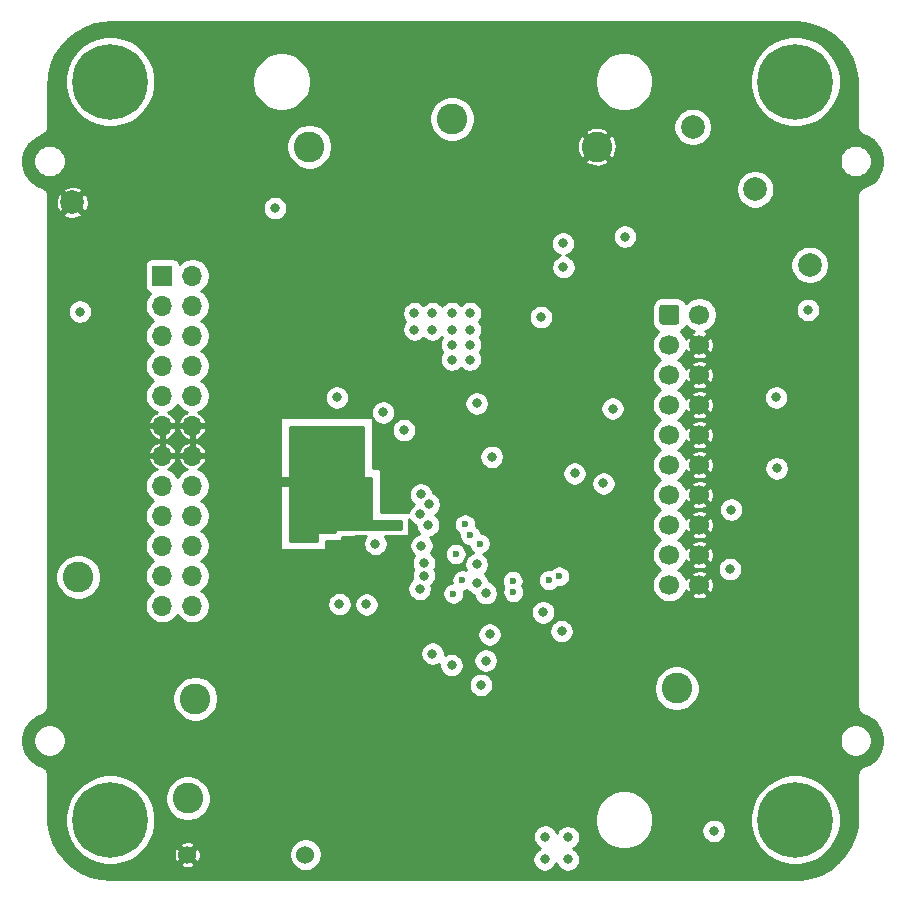
<source format=gbr>
%TF.GenerationSoftware,KiCad,Pcbnew,(5.1.10)-1*%
%TF.CreationDate,2021-12-17T12:10:02-05:00*%
%TF.ProjectId,Chess-Timer-RevA,43686573-732d-4546-996d-65722d526576,rev?*%
%TF.SameCoordinates,Original*%
%TF.FileFunction,Copper,L2,Inr*%
%TF.FilePolarity,Positive*%
%FSLAX46Y46*%
G04 Gerber Fmt 4.6, Leading zero omitted, Abs format (unit mm)*
G04 Created by KiCad (PCBNEW (5.1.10)-1) date 2021-12-17 12:10:02*
%MOMM*%
%LPD*%
G01*
G04 APERTURE LIST*
%TA.AperFunction,ComponentPad*%
%ADD10C,2.600000*%
%TD*%
%TA.AperFunction,ComponentPad*%
%ADD11C,6.400000*%
%TD*%
%TA.AperFunction,ComponentPad*%
%ADD12C,2.000000*%
%TD*%
%TA.AperFunction,ComponentPad*%
%ADD13C,1.700000*%
%TD*%
%TA.AperFunction,ComponentPad*%
%ADD14R,1.700000X1.700000*%
%TD*%
%TA.AperFunction,ComponentPad*%
%ADD15O,1.700000X1.700000*%
%TD*%
%TA.AperFunction,ComponentPad*%
%ADD16C,1.524000*%
%TD*%
%TA.AperFunction,ViaPad*%
%ADD17C,0.800000*%
%TD*%
%TA.AperFunction,ViaPad*%
%ADD18C,0.600000*%
%TD*%
%TA.AperFunction,Conductor*%
%ADD19C,0.254000*%
%TD*%
%TA.AperFunction,Conductor*%
%ADD20C,0.100000*%
%TD*%
G04 APERTURE END LIST*
D10*
%TO.N,CHARGE_STAT*%
%TO.C,TP9*%
X13208000Y16002000D03*
%TD*%
D11*
%TO.N,N/C*%
%TO.C,MT3*%
X64000000Y68250000D03*
%TD*%
%TO.N,N/C*%
%TO.C,MT4*%
X64000000Y5750000D03*
%TD*%
%TO.N,N/C*%
%TO.C,MT1*%
X6000000Y5750000D03*
%TD*%
%TO.N,N/C*%
%TO.C,MT2*%
X6000000Y68250000D03*
%TD*%
D12*
%TO.N,GND*%
%TO.C,H7*%
X2794000Y58013600D03*
%TD*%
%TO.N,HSYNC*%
%TO.C,H3*%
X65227200Y52730400D03*
%TD*%
%TO.N,VSYNC*%
%TO.C,H2*%
X60604400Y59131200D03*
%TD*%
%TO.N,DE*%
%TO.C,H1*%
X55321200Y64414400D03*
%TD*%
%TO.N,+3V3*%
%TO.C,J2*%
%TA.AperFunction,ComponentPad*%
G36*
G01*
X52490000Y47914000D02*
X52490000Y49114000D01*
G75*
G02*
X52740000Y49364000I250000J0D01*
G01*
X53940000Y49364000D01*
G75*
G02*
X54190000Y49114000I0J-250000D01*
G01*
X54190000Y47914000D01*
G75*
G02*
X53940000Y47664000I-250000J0D01*
G01*
X52740000Y47664000D01*
G75*
G02*
X52490000Y47914000I0J250000D01*
G01*
G37*
%TD.AperFunction*%
D13*
%TO.N,Net-(J2-Pad3)*%
X53340000Y45974000D03*
%TO.N,Net-(J2-Pad5)*%
X53340000Y43434000D03*
%TO.N,SWDIO*%
X53340000Y40894000D03*
%TO.N,SWCLK*%
X53340000Y38354000D03*
%TO.N,Net-(J2-Pad11)*%
X53340000Y35814000D03*
%TO.N,SWO*%
X53340000Y33274000D03*
%TO.N,NRST*%
X53340000Y30734000D03*
%TO.N,Net-(J2-Pad17)*%
X53340000Y28194000D03*
%TO.N,+5V*%
X53340000Y25654000D03*
%TO.N,Net-(J2-Pad2)*%
X55880000Y48514000D03*
%TO.N,GND*%
X55880000Y45974000D03*
X55880000Y43434000D03*
X55880000Y40894000D03*
X55880000Y38354000D03*
X55880000Y35814000D03*
X55880000Y33274000D03*
X55880000Y30734000D03*
X55880000Y28194000D03*
X55880000Y25654000D03*
%TD*%
D14*
%TO.N,+3V3*%
%TO.C,J4*%
X10414000Y51816000D03*
D15*
X12954000Y51816000D03*
X10414000Y49276000D03*
X12954000Y49276000D03*
%TO.N,Net-(J4-Pad5)*%
X10414000Y46736000D03*
%TO.N,PB4*%
X12954000Y46736000D03*
%TO.N,PB8*%
X10414000Y44196000D03*
%TO.N,PB9*%
X12954000Y44196000D03*
%TO.N,PB6*%
X10414000Y41656000D03*
%TO.N,PB7*%
X12954000Y41656000D03*
%TO.N,GND*%
X10414000Y39116000D03*
X12954000Y39116000D03*
X10414000Y36576000D03*
X12954000Y36576000D03*
%TO.N,PC1*%
X10414000Y34036000D03*
%TO.N,PC0*%
X12954000Y34036000D03*
%TO.N,PC3*%
X10414000Y31496000D03*
%TO.N,PC2*%
X12954000Y31496000D03*
%TO.N,PB11*%
X10414000Y28956000D03*
%TO.N,PA0*%
X12954000Y28956000D03*
%TO.N,PC5*%
X10414000Y26416000D03*
%TO.N,PB10*%
X12954000Y26416000D03*
%TO.N,PB1*%
X10414000Y23876000D03*
%TO.N,PB2*%
X12954000Y23876000D03*
%TD*%
D10*
%TO.N,Net-(C1-Pad1)*%
%TO.C,TP1*%
X53962300Y16878300D03*
%TD*%
%TO.N,Net-(R7-Pad2)*%
%TO.C,TP3*%
X3302000Y26314400D03*
%TD*%
%TO.N,GND*%
%TO.C,TP4*%
X12573000Y7569200D03*
%TD*%
%TO.N,Net-(C3-Pad1)*%
%TO.C,TP5*%
X22860000Y62738000D03*
%TD*%
%TO.N,GND*%
%TO.C,TP6*%
X47200000Y62738000D03*
%TD*%
%TO.N,+3V3*%
%TO.C,TP7*%
X34950400Y65100200D03*
%TD*%
D16*
%TO.N,+BATT*%
%TO.C,BT1*%
X22526000Y2794000D03*
%TO.N,GND*%
X12526000Y2794000D03*
%TD*%
D17*
%TO.N,GND*%
X17627600Y20955000D03*
X26720800Y44792900D03*
X25908000Y44119800D03*
X19304000Y11938000D03*
X20574000Y11938000D03*
X21844000Y11938000D03*
X21844000Y10668000D03*
X30226000Y13716000D03*
X30226000Y12446000D03*
X30226000Y11176000D03*
X28448000Y12446000D03*
X28448000Y11176000D03*
X32867600Y15392400D03*
X30607000Y42037000D03*
X33147000Y42037000D03*
X25044400Y44767500D03*
X6263000Y57190000D03*
X23723600Y30734000D03*
X23876000Y36931600D03*
X37363400Y7924800D03*
X38557200Y7061200D03*
X39751000Y7874000D03*
X20574000Y40640000D03*
X31242000Y19812000D03*
X32893000Y38658800D03*
X25400000Y28702000D03*
X26974800Y28752800D03*
X45402500Y33401000D03*
X46990000Y43942000D03*
X38354000Y32664400D03*
X37185600Y31851600D03*
X35864800Y32715200D03*
X47599600Y46786800D03*
X48006000Y45364400D03*
X67614800Y37084000D03*
X65024000Y30734000D03*
X2438400Y32512000D03*
X2413000Y37338000D03*
X57099200Y2794000D03*
X21695493Y25302293D03*
X39268400Y19913600D03*
X40817800Y18389600D03*
X25908000Y46812200D03*
%TO.N,+BATT*%
X42824400Y4318000D03*
X44754800Y4267200D03*
X42773600Y2387600D03*
X44754800Y2387600D03*
%TO.N,NRST*%
X37033200Y27381200D03*
%TO.N,SWDIO*%
X47752000Y34226500D03*
D18*
%TO.N,RS*%
X37287200Y29133800D03*
%TO.N,WR*%
X36499800Y29819600D03*
%TO.N,RD*%
X36042600Y30759400D03*
D17*
%TO.N,PC0*%
X28448000Y29108400D03*
%TO.N,PC1*%
X32355597Y28960003D03*
%TO.N,PC2*%
X32562800Y27482800D03*
%TO.N,PC3*%
X32562800Y26416000D03*
%TO.N,PB2*%
X38125400Y21437600D03*
%TO.N,PC5*%
X34899600Y18846800D03*
%TO.N,PB4*%
X29108400Y40233600D03*
%TO.N,PB6*%
X32918400Y30710010D03*
%TO.N,PB7*%
X32258000Y31597600D03*
%TO.N,PB8*%
X32969200Y32461200D03*
%TO.N,PB9*%
X32308344Y33301338D03*
%TO.N,Net-(R9-Pad1)*%
X25196800Y41503600D03*
X19939000Y57531000D03*
%TO.N,ADC_IN8*%
X37388800Y17170400D03*
X57099200Y4809995D03*
%TO.N,Net-(R14-Pad1)*%
X44364408Y52543208D03*
D18*
%TO.N,SPI_CS*%
X35240073Y28255073D03*
%TO.N,SPI_SCLK*%
X35814000Y26035000D03*
%TO.N,SPI_MOSI*%
X35052000Y24892000D03*
%TO.N,ADC_IN18*%
X40132000Y25019000D03*
%TO.N,ADC_IN19*%
X40068500Y25971500D03*
%TO.N,ADC_IN20*%
X43116500Y26035000D03*
%TO.N,ADC_IN21*%
X44005500Y26352500D03*
D17*
%TO.N,LCD_RESET*%
X38303200Y36474400D03*
%TO.N,+3V3*%
X44221400Y21717000D03*
X42646600Y23317200D03*
X65074800Y48920400D03*
X37033200Y40995600D03*
X31750000Y48641000D03*
X33274000Y48641000D03*
X34925000Y48641000D03*
X36449000Y48641000D03*
X34925000Y47244000D03*
X36449000Y47244000D03*
X34925000Y45974000D03*
X36449000Y45974000D03*
X34925000Y44704000D03*
X36449000Y44704000D03*
X33274000Y47244000D03*
X31750000Y47244000D03*
X30861000Y38735000D03*
X45317516Y35073484D03*
X42468800Y48310800D03*
X33274000Y19812000D03*
X27686000Y23977600D03*
X25399997Y24002997D03*
X48542707Y40560493D03*
X49580800Y55118000D03*
X44332404Y54543204D03*
X3429000Y48768000D03*
%TO.N,PA12*%
X58572400Y32004000D03*
X62382400Y41503600D03*
%TO.N,TIM3_CH1*%
X62433200Y35509200D03*
X58470800Y26974800D03*
%TO.N,PB1*%
X37795200Y19227800D03*
%TO.N,PB10*%
X37795200Y24942800D03*
%TO.N,PB11*%
X37030773Y25804681D03*
%TO.N,PA0*%
X32207200Y25298400D03*
%TD*%
D19*
%TO.N,GND*%
X64859503Y73191857D02*
X65695928Y72981762D01*
X66486804Y72637879D01*
X67210902Y72169440D01*
X67848766Y71589027D01*
X68383265Y70912233D01*
X68800049Y70157231D01*
X69087927Y69344288D01*
X69241427Y68482546D01*
X69265000Y67982679D01*
X69265001Y64358455D01*
X69275636Y64250475D01*
X69317664Y64111927D01*
X69385914Y63984240D01*
X69477763Y63872322D01*
X69589681Y63780473D01*
X69717368Y63712223D01*
X69751744Y63701795D01*
X70192190Y63518835D01*
X70559140Y63273576D01*
X70871462Y62961713D01*
X71117260Y62595130D01*
X71287172Y62187788D01*
X71374731Y61755191D01*
X71376596Y61313836D01*
X71292700Y60880521D01*
X71126235Y60471751D01*
X70883546Y60103103D01*
X70573871Y59788610D01*
X70209011Y59540259D01*
X69771754Y59354274D01*
X69717367Y59337776D01*
X69589680Y59269526D01*
X69477762Y59177676D01*
X69385913Y59065758D01*
X69317663Y58938071D01*
X69296372Y58867884D01*
X69296370Y58867879D01*
X69296369Y58867874D01*
X69275635Y58799523D01*
X69265000Y58691543D01*
X69265001Y15308455D01*
X69275636Y15200475D01*
X69317664Y15061927D01*
X69385914Y14934240D01*
X69477763Y14822322D01*
X69589681Y14730473D01*
X69717368Y14662223D01*
X69751744Y14651795D01*
X70192190Y14468835D01*
X70559140Y14223576D01*
X70871462Y13911713D01*
X71117260Y13545130D01*
X71287172Y13137788D01*
X71374731Y12705191D01*
X71376596Y12263836D01*
X71292700Y11830521D01*
X71126235Y11421751D01*
X70883546Y11053103D01*
X70573871Y10738610D01*
X70209011Y10490259D01*
X69771754Y10304274D01*
X69717367Y10287776D01*
X69589680Y10219526D01*
X69477762Y10127676D01*
X69385913Y10015758D01*
X69317663Y9888071D01*
X69296372Y9817884D01*
X69296370Y9817879D01*
X69296369Y9817874D01*
X69275635Y9749523D01*
X69265000Y9641543D01*
X69265001Y6030180D01*
X69191857Y5140496D01*
X68981761Y4304070D01*
X68637877Y3513191D01*
X68169443Y2789102D01*
X67589030Y2151237D01*
X66912233Y1616735D01*
X66157227Y1199948D01*
X65344287Y912072D01*
X64482547Y758573D01*
X63982680Y735000D01*
X6030167Y735000D01*
X5140495Y808143D01*
X4304069Y1018239D01*
X3513191Y1362123D01*
X2789102Y1830557D01*
X2151235Y2410971D01*
X1616736Y3087763D01*
X1199952Y3842765D01*
X912073Y4655712D01*
X758573Y5517453D01*
X735000Y6017319D01*
X735000Y6127715D01*
X2165000Y6127715D01*
X2165000Y5372285D01*
X2312377Y4631372D01*
X2601467Y3933446D01*
X3021161Y3305330D01*
X3555330Y2771161D01*
X4183446Y2351467D01*
X4881372Y2062377D01*
X5622285Y1915000D01*
X6377715Y1915000D01*
X6628327Y1964850D01*
X11876455Y1964850D01*
X11957796Y1795869D01*
X12163439Y1704197D01*
X12383016Y1654405D01*
X12608087Y1648407D01*
X12830004Y1686434D01*
X13040238Y1767024D01*
X13094204Y1795869D01*
X13175545Y1964850D01*
X12526000Y2614395D01*
X11876455Y1964850D01*
X6628327Y1964850D01*
X7118628Y2062377D01*
X7816554Y2351467D01*
X8355999Y2711913D01*
X11380407Y2711913D01*
X11418434Y2489996D01*
X11499024Y2279762D01*
X11527869Y2225796D01*
X11696850Y2144455D01*
X12346395Y2794000D01*
X12705605Y2794000D01*
X13355150Y2144455D01*
X13524131Y2225796D01*
X13615803Y2431439D01*
X13665595Y2651016D01*
X13671593Y2876087D01*
X13662082Y2931592D01*
X21129000Y2931592D01*
X21129000Y2656408D01*
X21182686Y2386510D01*
X21287995Y2132273D01*
X21440880Y1903465D01*
X21635465Y1708880D01*
X21864273Y1555995D01*
X22118510Y1450686D01*
X22388408Y1397000D01*
X22663592Y1397000D01*
X22933490Y1450686D01*
X23187727Y1555995D01*
X23416535Y1708880D01*
X23611120Y1903465D01*
X23764005Y2132273D01*
X23869314Y2386510D01*
X23889807Y2489539D01*
X41738600Y2489539D01*
X41738600Y2285661D01*
X41778374Y2085702D01*
X41856395Y1897344D01*
X41969663Y1727826D01*
X42113826Y1583663D01*
X42283344Y1470395D01*
X42471702Y1392374D01*
X42671661Y1352600D01*
X42875539Y1352600D01*
X43075498Y1392374D01*
X43263856Y1470395D01*
X43433374Y1583663D01*
X43577537Y1727826D01*
X43690805Y1897344D01*
X43764200Y2074534D01*
X43837595Y1897344D01*
X43950863Y1727826D01*
X44095026Y1583663D01*
X44264544Y1470395D01*
X44452902Y1392374D01*
X44652861Y1352600D01*
X44856739Y1352600D01*
X45056698Y1392374D01*
X45245056Y1470395D01*
X45414574Y1583663D01*
X45558737Y1727826D01*
X45672005Y1897344D01*
X45750026Y2085702D01*
X45789800Y2285661D01*
X45789800Y2489539D01*
X45750026Y2689498D01*
X45672005Y2877856D01*
X45558737Y3047374D01*
X45414574Y3191537D01*
X45245056Y3304805D01*
X45190507Y3327400D01*
X45245056Y3349995D01*
X45414574Y3463263D01*
X45558737Y3607426D01*
X45672005Y3776944D01*
X45750026Y3965302D01*
X45789800Y4165261D01*
X45789800Y4369139D01*
X45750026Y4569098D01*
X45672005Y4757456D01*
X45558737Y4926974D01*
X45414574Y5071137D01*
X45245056Y5184405D01*
X45056698Y5262426D01*
X44856739Y5302200D01*
X44652861Y5302200D01*
X44452902Y5262426D01*
X44264544Y5184405D01*
X44095026Y5071137D01*
X43950863Y4926974D01*
X43837595Y4757456D01*
X43800121Y4666987D01*
X43741605Y4808256D01*
X43628337Y4977774D01*
X43484174Y5121937D01*
X43314656Y5235205D01*
X43126298Y5313226D01*
X42926339Y5353000D01*
X42722461Y5353000D01*
X42522502Y5313226D01*
X42334144Y5235205D01*
X42164626Y5121937D01*
X42020463Y4977774D01*
X41907195Y4808256D01*
X41829174Y4619898D01*
X41789400Y4419939D01*
X41789400Y4216061D01*
X41829174Y4016102D01*
X41907195Y3827744D01*
X42020463Y3658226D01*
X42164626Y3514063D01*
X42334144Y3400795D01*
X42424613Y3363321D01*
X42283344Y3304805D01*
X42113826Y3191537D01*
X41969663Y3047374D01*
X41856395Y2877856D01*
X41778374Y2689498D01*
X41738600Y2489539D01*
X23889807Y2489539D01*
X23923000Y2656408D01*
X23923000Y2931592D01*
X23869314Y3201490D01*
X23764005Y3455727D01*
X23611120Y3684535D01*
X23416535Y3879120D01*
X23187727Y4032005D01*
X22933490Y4137314D01*
X22663592Y4191000D01*
X22388408Y4191000D01*
X22118510Y4137314D01*
X21864273Y4032005D01*
X21635465Y3879120D01*
X21440880Y3684535D01*
X21287995Y3455727D01*
X21182686Y3201490D01*
X21129000Y2931592D01*
X13662082Y2931592D01*
X13633566Y3098004D01*
X13552976Y3308238D01*
X13524131Y3362204D01*
X13355150Y3443545D01*
X12705605Y2794000D01*
X12346395Y2794000D01*
X11696850Y3443545D01*
X11527869Y3362204D01*
X11436197Y3156561D01*
X11386405Y2936984D01*
X11380407Y2711913D01*
X8355999Y2711913D01*
X8444670Y2771161D01*
X8978839Y3305330D01*
X9191199Y3623150D01*
X11876455Y3623150D01*
X12526000Y2973605D01*
X13175545Y3623150D01*
X13094204Y3792131D01*
X12888561Y3883803D01*
X12668984Y3933595D01*
X12443913Y3939593D01*
X12221996Y3901566D01*
X12011762Y3820976D01*
X11957796Y3792131D01*
X11876455Y3623150D01*
X9191199Y3623150D01*
X9398533Y3933446D01*
X9687623Y4631372D01*
X9835000Y5372285D01*
X9835000Y6127715D01*
X9687623Y6868628D01*
X9398533Y7566554D01*
X9269423Y7759781D01*
X10638000Y7759781D01*
X10638000Y7378619D01*
X10712361Y7004781D01*
X10858225Y6652634D01*
X11069987Y6335709D01*
X11339509Y6066187D01*
X11656434Y5854425D01*
X12008581Y5708561D01*
X12382419Y5634200D01*
X12763581Y5634200D01*
X13137419Y5708561D01*
X13489566Y5854425D01*
X13700749Y5995533D01*
X47007061Y5995533D01*
X47007061Y5504467D01*
X47102863Y5022837D01*
X47290786Y4569151D01*
X47563608Y4160845D01*
X47910844Y3813609D01*
X48319150Y3540787D01*
X48772836Y3352864D01*
X49254466Y3257062D01*
X49745532Y3257062D01*
X50227162Y3352864D01*
X50680848Y3540787D01*
X51089154Y3813609D01*
X51436390Y4160845D01*
X51709212Y4569151D01*
X51851197Y4911934D01*
X56064200Y4911934D01*
X56064200Y4708056D01*
X56103974Y4508097D01*
X56181995Y4319739D01*
X56295263Y4150221D01*
X56439426Y4006058D01*
X56608944Y3892790D01*
X56797302Y3814769D01*
X56997261Y3774995D01*
X57201139Y3774995D01*
X57401098Y3814769D01*
X57589456Y3892790D01*
X57758974Y4006058D01*
X57903137Y4150221D01*
X58016405Y4319739D01*
X58094426Y4508097D01*
X58134200Y4708056D01*
X58134200Y4911934D01*
X58094426Y5111893D01*
X58016405Y5300251D01*
X57903137Y5469769D01*
X57758974Y5613932D01*
X57589456Y5727200D01*
X57401098Y5805221D01*
X57201139Y5844995D01*
X56997261Y5844995D01*
X56797302Y5805221D01*
X56608944Y5727200D01*
X56439426Y5613932D01*
X56295263Y5469769D01*
X56181995Y5300251D01*
X56103974Y5111893D01*
X56064200Y4911934D01*
X51851197Y4911934D01*
X51897135Y5022837D01*
X51992937Y5504467D01*
X51992937Y5995533D01*
X51966645Y6127715D01*
X60165000Y6127715D01*
X60165000Y5372285D01*
X60312377Y4631372D01*
X60601467Y3933446D01*
X61021161Y3305330D01*
X61555330Y2771161D01*
X62183446Y2351467D01*
X62881372Y2062377D01*
X63622285Y1915000D01*
X64377715Y1915000D01*
X65118628Y2062377D01*
X65816554Y2351467D01*
X66444670Y2771161D01*
X66978839Y3305330D01*
X67398533Y3933446D01*
X67687623Y4631372D01*
X67835000Y5372285D01*
X67835000Y6127715D01*
X67687623Y6868628D01*
X67398533Y7566554D01*
X66978839Y8194670D01*
X66444670Y8728839D01*
X65816554Y9148533D01*
X65118628Y9437623D01*
X64377715Y9585000D01*
X63622285Y9585000D01*
X62881372Y9437623D01*
X62183446Y9148533D01*
X61555330Y8728839D01*
X61021161Y8194670D01*
X60601467Y7566554D01*
X60312377Y6868628D01*
X60165000Y6127715D01*
X51966645Y6127715D01*
X51897135Y6477163D01*
X51709212Y6930849D01*
X51436390Y7339155D01*
X51089154Y7686391D01*
X50680848Y7959213D01*
X50227162Y8147136D01*
X49745532Y8242938D01*
X49254466Y8242938D01*
X48772836Y8147136D01*
X48319150Y7959213D01*
X47910844Y7686391D01*
X47563608Y7339155D01*
X47290786Y6930849D01*
X47102863Y6477163D01*
X47007061Y5995533D01*
X13700749Y5995533D01*
X13806491Y6066187D01*
X14076013Y6335709D01*
X14287775Y6652634D01*
X14433639Y7004781D01*
X14508000Y7378619D01*
X14508000Y7759781D01*
X14433639Y8133619D01*
X14287775Y8485766D01*
X14076013Y8802691D01*
X13806491Y9072213D01*
X13489566Y9283975D01*
X13137419Y9429839D01*
X12763581Y9504200D01*
X12382419Y9504200D01*
X12008581Y9429839D01*
X11656434Y9283975D01*
X11339509Y9072213D01*
X11069987Y8802691D01*
X10858225Y8485766D01*
X10712361Y8133619D01*
X10638000Y7759781D01*
X9269423Y7759781D01*
X8978839Y8194670D01*
X8444670Y8728839D01*
X7816554Y9148533D01*
X7118628Y9437623D01*
X6377715Y9585000D01*
X5622285Y9585000D01*
X4881372Y9437623D01*
X4183446Y9148533D01*
X3555330Y8728839D01*
X3021161Y8194670D01*
X2601467Y7566554D01*
X2312377Y6868628D01*
X2165000Y6127715D01*
X735000Y6127715D01*
X735000Y9641544D01*
X724365Y9749524D01*
X682337Y9888072D01*
X614087Y10015759D01*
X522238Y10127677D01*
X410320Y10219526D01*
X282633Y10287776D01*
X248280Y10298197D01*
X-192192Y10481167D01*
X-559141Y10726426D01*
X-871457Y11038282D01*
X-1117259Y11404872D01*
X-1287172Y11812214D01*
X-1374730Y12244807D01*
X-1376274Y12610264D01*
X-498355Y12610264D01*
X-498355Y12339736D01*
X-445578Y12074407D01*
X-342051Y11824473D01*
X-191754Y11599537D01*
X-463Y11408246D01*
X224473Y11257949D01*
X474407Y11154422D01*
X739736Y11101645D01*
X1010264Y11101645D01*
X1275593Y11154422D01*
X1525527Y11257949D01*
X1750463Y11408246D01*
X1941754Y11599537D01*
X2092051Y11824473D01*
X2195578Y12074407D01*
X2248355Y12339736D01*
X2248355Y12610264D01*
X67751645Y12610264D01*
X67751645Y12339736D01*
X67804422Y12074407D01*
X67907949Y11824473D01*
X68058246Y11599537D01*
X68249537Y11408246D01*
X68474473Y11257949D01*
X68724407Y11154422D01*
X68989736Y11101645D01*
X69260264Y11101645D01*
X69525593Y11154422D01*
X69775527Y11257949D01*
X70000463Y11408246D01*
X70191754Y11599537D01*
X70342051Y11824473D01*
X70445578Y12074407D01*
X70498355Y12339736D01*
X70498355Y12610264D01*
X70445578Y12875593D01*
X70342051Y13125527D01*
X70191754Y13350463D01*
X70000463Y13541754D01*
X69775527Y13692051D01*
X69525593Y13795578D01*
X69260264Y13848355D01*
X68989736Y13848355D01*
X68724407Y13795578D01*
X68474473Y13692051D01*
X68249537Y13541754D01*
X68058246Y13350463D01*
X67907949Y13125527D01*
X67804422Y12875593D01*
X67751645Y12610264D01*
X2248355Y12610264D01*
X2195578Y12875593D01*
X2092051Y13125527D01*
X1941754Y13350463D01*
X1750463Y13541754D01*
X1525527Y13692051D01*
X1275593Y13795578D01*
X1010264Y13848355D01*
X739736Y13848355D01*
X474407Y13795578D01*
X224473Y13692051D01*
X-463Y13541754D01*
X-191754Y13350463D01*
X-342051Y13125527D01*
X-445578Y12875593D01*
X-498355Y12610264D01*
X-1376274Y12610264D01*
X-1376595Y12686163D01*
X-1292699Y13119481D01*
X-1126237Y13528245D01*
X-883546Y13896896D01*
X-573873Y14211387D01*
X-209011Y14459740D01*
X228252Y14645727D01*
X282632Y14662223D01*
X410319Y14730473D01*
X522237Y14822322D01*
X614087Y14934240D01*
X682337Y15061927D01*
X724365Y15200475D01*
X735000Y15308455D01*
X735000Y16192581D01*
X11273000Y16192581D01*
X11273000Y15811419D01*
X11347361Y15437581D01*
X11493225Y15085434D01*
X11704987Y14768509D01*
X11974509Y14498987D01*
X12291434Y14287225D01*
X12643581Y14141361D01*
X13017419Y14067000D01*
X13398581Y14067000D01*
X13772419Y14141361D01*
X14124566Y14287225D01*
X14441491Y14498987D01*
X14711013Y14768509D01*
X14922775Y15085434D01*
X15068639Y15437581D01*
X15143000Y15811419D01*
X15143000Y16192581D01*
X15068639Y16566419D01*
X14922775Y16918566D01*
X14711013Y17235491D01*
X14674165Y17272339D01*
X36353800Y17272339D01*
X36353800Y17068461D01*
X36393574Y16868502D01*
X36471595Y16680144D01*
X36584863Y16510626D01*
X36729026Y16366463D01*
X36898544Y16253195D01*
X37086902Y16175174D01*
X37286861Y16135400D01*
X37490739Y16135400D01*
X37690698Y16175174D01*
X37879056Y16253195D01*
X38048574Y16366463D01*
X38192737Y16510626D01*
X38306005Y16680144D01*
X38384026Y16868502D01*
X38423800Y17068461D01*
X38423800Y17068881D01*
X52027300Y17068881D01*
X52027300Y16687719D01*
X52101661Y16313881D01*
X52247525Y15961734D01*
X52459287Y15644809D01*
X52728809Y15375287D01*
X53045734Y15163525D01*
X53397881Y15017661D01*
X53771719Y14943300D01*
X54152881Y14943300D01*
X54526719Y15017661D01*
X54878866Y15163525D01*
X55195791Y15375287D01*
X55465313Y15644809D01*
X55677075Y15961734D01*
X55822939Y16313881D01*
X55897300Y16687719D01*
X55897300Y17068881D01*
X55822939Y17442719D01*
X55677075Y17794866D01*
X55465313Y18111791D01*
X55195791Y18381313D01*
X54878866Y18593075D01*
X54526719Y18738939D01*
X54152881Y18813300D01*
X53771719Y18813300D01*
X53397881Y18738939D01*
X53045734Y18593075D01*
X52728809Y18381313D01*
X52459287Y18111791D01*
X52247525Y17794866D01*
X52101661Y17442719D01*
X52027300Y17068881D01*
X38423800Y17068881D01*
X38423800Y17272339D01*
X38384026Y17472298D01*
X38306005Y17660656D01*
X38192737Y17830174D01*
X38048574Y17974337D01*
X37879056Y18087605D01*
X37690698Y18165626D01*
X37490739Y18205400D01*
X37286861Y18205400D01*
X37086902Y18165626D01*
X36898544Y18087605D01*
X36729026Y17974337D01*
X36584863Y17830174D01*
X36471595Y17660656D01*
X36393574Y17472298D01*
X36353800Y17272339D01*
X14674165Y17272339D01*
X14441491Y17505013D01*
X14124566Y17716775D01*
X13772419Y17862639D01*
X13398581Y17937000D01*
X13017419Y17937000D01*
X12643581Y17862639D01*
X12291434Y17716775D01*
X11974509Y17505013D01*
X11704987Y17235491D01*
X11493225Y16918566D01*
X11347361Y16566419D01*
X11273000Y16192581D01*
X735000Y16192581D01*
X735000Y19913939D01*
X32239000Y19913939D01*
X32239000Y19710061D01*
X32278774Y19510102D01*
X32356795Y19321744D01*
X32470063Y19152226D01*
X32614226Y19008063D01*
X32783744Y18894795D01*
X32972102Y18816774D01*
X33172061Y18777000D01*
X33375939Y18777000D01*
X33575898Y18816774D01*
X33764256Y18894795D01*
X33867606Y18963851D01*
X33864600Y18948739D01*
X33864600Y18744861D01*
X33904374Y18544902D01*
X33982395Y18356544D01*
X34095663Y18187026D01*
X34239826Y18042863D01*
X34409344Y17929595D01*
X34597702Y17851574D01*
X34797661Y17811800D01*
X35001539Y17811800D01*
X35201498Y17851574D01*
X35389856Y17929595D01*
X35559374Y18042863D01*
X35703537Y18187026D01*
X35816805Y18356544D01*
X35894826Y18544902D01*
X35934600Y18744861D01*
X35934600Y18948739D01*
X35894826Y19148698D01*
X35819836Y19329739D01*
X36760200Y19329739D01*
X36760200Y19125861D01*
X36799974Y18925902D01*
X36877995Y18737544D01*
X36991263Y18568026D01*
X37135426Y18423863D01*
X37304944Y18310595D01*
X37493302Y18232574D01*
X37693261Y18192800D01*
X37897139Y18192800D01*
X38097098Y18232574D01*
X38285456Y18310595D01*
X38454974Y18423863D01*
X38599137Y18568026D01*
X38712405Y18737544D01*
X38790426Y18925902D01*
X38830200Y19125861D01*
X38830200Y19329739D01*
X38790426Y19529698D01*
X38712405Y19718056D01*
X38599137Y19887574D01*
X38454974Y20031737D01*
X38285456Y20145005D01*
X38097098Y20223026D01*
X37897139Y20262800D01*
X37693261Y20262800D01*
X37493302Y20223026D01*
X37304944Y20145005D01*
X37135426Y20031737D01*
X36991263Y19887574D01*
X36877995Y19718056D01*
X36799974Y19529698D01*
X36760200Y19329739D01*
X35819836Y19329739D01*
X35816805Y19337056D01*
X35703537Y19506574D01*
X35559374Y19650737D01*
X35389856Y19764005D01*
X35201498Y19842026D01*
X35001539Y19881800D01*
X34797661Y19881800D01*
X34597702Y19842026D01*
X34409344Y19764005D01*
X34305994Y19694949D01*
X34309000Y19710061D01*
X34309000Y19913939D01*
X34269226Y20113898D01*
X34191205Y20302256D01*
X34077937Y20471774D01*
X33933774Y20615937D01*
X33764256Y20729205D01*
X33575898Y20807226D01*
X33375939Y20847000D01*
X33172061Y20847000D01*
X32972102Y20807226D01*
X32783744Y20729205D01*
X32614226Y20615937D01*
X32470063Y20471774D01*
X32356795Y20302256D01*
X32278774Y20113898D01*
X32239000Y19913939D01*
X735000Y19913939D01*
X735000Y21539539D01*
X37090400Y21539539D01*
X37090400Y21335661D01*
X37130174Y21135702D01*
X37208195Y20947344D01*
X37321463Y20777826D01*
X37465626Y20633663D01*
X37635144Y20520395D01*
X37823502Y20442374D01*
X38023461Y20402600D01*
X38227339Y20402600D01*
X38427298Y20442374D01*
X38615656Y20520395D01*
X38785174Y20633663D01*
X38929337Y20777826D01*
X39042605Y20947344D01*
X39120626Y21135702D01*
X39160400Y21335661D01*
X39160400Y21539539D01*
X39120626Y21739498D01*
X39087721Y21818939D01*
X43186400Y21818939D01*
X43186400Y21615061D01*
X43226174Y21415102D01*
X43304195Y21226744D01*
X43417463Y21057226D01*
X43561626Y20913063D01*
X43731144Y20799795D01*
X43919502Y20721774D01*
X44119461Y20682000D01*
X44323339Y20682000D01*
X44523298Y20721774D01*
X44711656Y20799795D01*
X44881174Y20913063D01*
X45025337Y21057226D01*
X45138605Y21226744D01*
X45216626Y21415102D01*
X45256400Y21615061D01*
X45256400Y21818939D01*
X45216626Y22018898D01*
X45138605Y22207256D01*
X45025337Y22376774D01*
X44881174Y22520937D01*
X44711656Y22634205D01*
X44523298Y22712226D01*
X44323339Y22752000D01*
X44119461Y22752000D01*
X43919502Y22712226D01*
X43731144Y22634205D01*
X43561626Y22520937D01*
X43417463Y22376774D01*
X43304195Y22207256D01*
X43226174Y22018898D01*
X43186400Y21818939D01*
X39087721Y21818939D01*
X39042605Y21927856D01*
X38929337Y22097374D01*
X38785174Y22241537D01*
X38615656Y22354805D01*
X38427298Y22432826D01*
X38227339Y22472600D01*
X38023461Y22472600D01*
X37823502Y22432826D01*
X37635144Y22354805D01*
X37465626Y22241537D01*
X37321463Y22097374D01*
X37208195Y21927856D01*
X37130174Y21739498D01*
X37090400Y21539539D01*
X735000Y21539539D01*
X735000Y26504981D01*
X1367000Y26504981D01*
X1367000Y26123819D01*
X1441361Y25749981D01*
X1587225Y25397834D01*
X1798987Y25080909D01*
X2068509Y24811387D01*
X2385434Y24599625D01*
X2737581Y24453761D01*
X3111419Y24379400D01*
X3492581Y24379400D01*
X3866419Y24453761D01*
X4218566Y24599625D01*
X4535491Y24811387D01*
X4805013Y25080909D01*
X5016775Y25397834D01*
X5162639Y25749981D01*
X5237000Y26123819D01*
X5237000Y26504981D01*
X5162639Y26878819D01*
X5016775Y27230966D01*
X4805013Y27547891D01*
X4535491Y27817413D01*
X4218566Y28029175D01*
X3866419Y28175039D01*
X3492581Y28249400D01*
X3111419Y28249400D01*
X2737581Y28175039D01*
X2385434Y28029175D01*
X2068509Y27817413D01*
X1798987Y27547891D01*
X1587225Y27230966D01*
X1441361Y26878819D01*
X1367000Y26504981D01*
X735000Y26504981D01*
X735000Y34182260D01*
X8929000Y34182260D01*
X8929000Y33889740D01*
X8986068Y33602842D01*
X9098010Y33332589D01*
X9260525Y33089368D01*
X9467368Y32882525D01*
X9641760Y32766000D01*
X9467368Y32649475D01*
X9260525Y32442632D01*
X9098010Y32199411D01*
X8986068Y31929158D01*
X8929000Y31642260D01*
X8929000Y31349740D01*
X8986068Y31062842D01*
X9098010Y30792589D01*
X9260525Y30549368D01*
X9467368Y30342525D01*
X9641760Y30226000D01*
X9467368Y30109475D01*
X9260525Y29902632D01*
X9098010Y29659411D01*
X8986068Y29389158D01*
X8929000Y29102260D01*
X8929000Y28809740D01*
X8986068Y28522842D01*
X9098010Y28252589D01*
X9260525Y28009368D01*
X9467368Y27802525D01*
X9641760Y27686000D01*
X9467368Y27569475D01*
X9260525Y27362632D01*
X9098010Y27119411D01*
X8986068Y26849158D01*
X8929000Y26562260D01*
X8929000Y26269740D01*
X8986068Y25982842D01*
X9098010Y25712589D01*
X9260525Y25469368D01*
X9467368Y25262525D01*
X9641760Y25146000D01*
X9467368Y25029475D01*
X9260525Y24822632D01*
X9098010Y24579411D01*
X8986068Y24309158D01*
X8929000Y24022260D01*
X8929000Y23729740D01*
X8986068Y23442842D01*
X9098010Y23172589D01*
X9260525Y22929368D01*
X9467368Y22722525D01*
X9710589Y22560010D01*
X9980842Y22448068D01*
X10267740Y22391000D01*
X10560260Y22391000D01*
X10847158Y22448068D01*
X11117411Y22560010D01*
X11360632Y22722525D01*
X11567475Y22929368D01*
X11684000Y23103760D01*
X11800525Y22929368D01*
X12007368Y22722525D01*
X12250589Y22560010D01*
X12520842Y22448068D01*
X12807740Y22391000D01*
X13100260Y22391000D01*
X13387158Y22448068D01*
X13657411Y22560010D01*
X13900632Y22722525D01*
X14107475Y22929368D01*
X14269990Y23172589D01*
X14381932Y23442842D01*
X14439000Y23729740D01*
X14439000Y24022260D01*
X14422555Y24104936D01*
X24364997Y24104936D01*
X24364997Y23901058D01*
X24404771Y23701099D01*
X24482792Y23512741D01*
X24596060Y23343223D01*
X24740223Y23199060D01*
X24909741Y23085792D01*
X25098099Y23007771D01*
X25298058Y22967997D01*
X25501936Y22967997D01*
X25701895Y23007771D01*
X25890253Y23085792D01*
X26059771Y23199060D01*
X26203934Y23343223D01*
X26317202Y23512741D01*
X26395223Y23701099D01*
X26434997Y23901058D01*
X26434997Y24079539D01*
X26651000Y24079539D01*
X26651000Y23875661D01*
X26690774Y23675702D01*
X26768795Y23487344D01*
X26882063Y23317826D01*
X27026226Y23173663D01*
X27195744Y23060395D01*
X27384102Y22982374D01*
X27584061Y22942600D01*
X27787939Y22942600D01*
X27987898Y22982374D01*
X28176256Y23060395D01*
X28345774Y23173663D01*
X28489937Y23317826D01*
X28557631Y23419139D01*
X41611600Y23419139D01*
X41611600Y23215261D01*
X41651374Y23015302D01*
X41729395Y22826944D01*
X41842663Y22657426D01*
X41986826Y22513263D01*
X42156344Y22399995D01*
X42344702Y22321974D01*
X42544661Y22282200D01*
X42748539Y22282200D01*
X42948498Y22321974D01*
X43136856Y22399995D01*
X43306374Y22513263D01*
X43450537Y22657426D01*
X43563805Y22826944D01*
X43641826Y23015302D01*
X43681600Y23215261D01*
X43681600Y23419139D01*
X43641826Y23619098D01*
X43563805Y23807456D01*
X43450537Y23976974D01*
X43306374Y24121137D01*
X43136856Y24234405D01*
X42948498Y24312426D01*
X42748539Y24352200D01*
X42544661Y24352200D01*
X42344702Y24312426D01*
X42156344Y24234405D01*
X41986826Y24121137D01*
X41842663Y23976974D01*
X41729395Y23807456D01*
X41651374Y23619098D01*
X41611600Y23419139D01*
X28557631Y23419139D01*
X28603205Y23487344D01*
X28681226Y23675702D01*
X28721000Y23875661D01*
X28721000Y24079539D01*
X28681226Y24279498D01*
X28603205Y24467856D01*
X28489937Y24637374D01*
X28345774Y24781537D01*
X28176256Y24894805D01*
X27987898Y24972826D01*
X27787939Y25012600D01*
X27584061Y25012600D01*
X27384102Y24972826D01*
X27195744Y24894805D01*
X27026226Y24781537D01*
X26882063Y24637374D01*
X26768795Y24467856D01*
X26690774Y24279498D01*
X26651000Y24079539D01*
X26434997Y24079539D01*
X26434997Y24104936D01*
X26395223Y24304895D01*
X26317202Y24493253D01*
X26203934Y24662771D01*
X26059771Y24806934D01*
X25890253Y24920202D01*
X25701895Y24998223D01*
X25501936Y25037997D01*
X25298058Y25037997D01*
X25098099Y24998223D01*
X24909741Y24920202D01*
X24740223Y24806934D01*
X24596060Y24662771D01*
X24482792Y24493253D01*
X24404771Y24304895D01*
X24364997Y24104936D01*
X14422555Y24104936D01*
X14381932Y24309158D01*
X14269990Y24579411D01*
X14107475Y24822632D01*
X13900632Y25029475D01*
X13726240Y25146000D01*
X13900632Y25262525D01*
X14107475Y25469368D01*
X14269990Y25712589D01*
X14381932Y25982842D01*
X14439000Y26269740D01*
X14439000Y26562260D01*
X14381932Y26849158D01*
X14269990Y27119411D01*
X14107475Y27362632D01*
X13900632Y27569475D01*
X13726240Y27686000D01*
X13900632Y27802525D01*
X14107475Y28009368D01*
X14269990Y28252589D01*
X14381932Y28522842D01*
X14439000Y28809740D01*
X14439000Y29102260D01*
X14381932Y29389158D01*
X14269990Y29659411D01*
X14107475Y29902632D01*
X13900632Y30109475D01*
X13726240Y30226000D01*
X13900632Y30342525D01*
X14107475Y30549368D01*
X14269990Y30792589D01*
X14381932Y31062842D01*
X14439000Y31349740D01*
X14439000Y31642260D01*
X14381932Y31929158D01*
X14269990Y32199411D01*
X14107475Y32442632D01*
X13900632Y32649475D01*
X13726240Y32766000D01*
X13900632Y32882525D01*
X14107475Y33089368D01*
X14269990Y33332589D01*
X14381932Y33602842D01*
X14439000Y33889740D01*
X14439000Y34182260D01*
X14381932Y34469158D01*
X14269990Y34739411D01*
X14107475Y34982632D01*
X13900632Y35189475D01*
X13657411Y35351990D01*
X13430100Y35446145D01*
X13496949Y35471201D01*
X13702052Y35598353D01*
X13878408Y35763076D01*
X14019239Y35959039D01*
X14119134Y36178712D01*
X14143489Y36259020D01*
X14082627Y36449000D01*
X13081000Y36449000D01*
X13081000Y36429000D01*
X12827000Y36429000D01*
X12827000Y36449000D01*
X11825373Y36449000D01*
X11764511Y36259020D01*
X11788866Y36178712D01*
X11888761Y35959039D01*
X12029592Y35763076D01*
X12205948Y35598353D01*
X12411051Y35471201D01*
X12477900Y35446145D01*
X12250589Y35351990D01*
X12007368Y35189475D01*
X11800525Y34982632D01*
X11684000Y34808240D01*
X11567475Y34982632D01*
X11360632Y35189475D01*
X11117411Y35351990D01*
X10890100Y35446145D01*
X10956949Y35471201D01*
X11162052Y35598353D01*
X11338408Y35763076D01*
X11479239Y35959039D01*
X11579134Y36178712D01*
X11603489Y36259020D01*
X11542627Y36449000D01*
X10541000Y36449000D01*
X10541000Y36429000D01*
X10287000Y36429000D01*
X10287000Y36449000D01*
X9285373Y36449000D01*
X9224511Y36259020D01*
X9248866Y36178712D01*
X9348761Y35959039D01*
X9489592Y35763076D01*
X9665948Y35598353D01*
X9871051Y35471201D01*
X9937900Y35446145D01*
X9710589Y35351990D01*
X9467368Y35189475D01*
X9260525Y34982632D01*
X9098010Y34739411D01*
X8986068Y34469158D01*
X8929000Y34182260D01*
X735000Y34182260D01*
X735000Y36892980D01*
X9224511Y36892980D01*
X9285373Y36703000D01*
X10287000Y36703000D01*
X10287000Y37705187D01*
X10541000Y37705187D01*
X10541000Y36703000D01*
X11542627Y36703000D01*
X11603489Y36892980D01*
X11764511Y36892980D01*
X11825373Y36703000D01*
X12827000Y36703000D01*
X12827000Y37705187D01*
X13081000Y37705187D01*
X13081000Y36703000D01*
X14082627Y36703000D01*
X14143489Y36892980D01*
X14119134Y36973288D01*
X14019239Y37192961D01*
X13878408Y37388924D01*
X13702052Y37553647D01*
X13496949Y37680799D01*
X13270981Y37765495D01*
X13081000Y37705187D01*
X12827000Y37705187D01*
X12637019Y37765495D01*
X12411051Y37680799D01*
X12205948Y37553647D01*
X12029592Y37388924D01*
X11888761Y37192961D01*
X11788866Y36973288D01*
X11764511Y36892980D01*
X11603489Y36892980D01*
X11579134Y36973288D01*
X11479239Y37192961D01*
X11338408Y37388924D01*
X11162052Y37553647D01*
X10956949Y37680799D01*
X10730981Y37765495D01*
X10541000Y37705187D01*
X10287000Y37705187D01*
X10097019Y37765495D01*
X9871051Y37680799D01*
X9665948Y37553647D01*
X9489592Y37388924D01*
X9348761Y37192961D01*
X9248866Y36973288D01*
X9224511Y36892980D01*
X735000Y36892980D01*
X735000Y38799020D01*
X9224511Y38799020D01*
X9248866Y38718712D01*
X9348761Y38499039D01*
X9489592Y38303076D01*
X9665948Y38138353D01*
X9871051Y38011201D01*
X10097019Y37926505D01*
X10287000Y37986813D01*
X10287000Y38989000D01*
X10541000Y38989000D01*
X10541000Y37986813D01*
X10730981Y37926505D01*
X10956949Y38011201D01*
X11162052Y38138353D01*
X11338408Y38303076D01*
X11479239Y38499039D01*
X11579134Y38718712D01*
X11603489Y38799020D01*
X11764511Y38799020D01*
X11788866Y38718712D01*
X11888761Y38499039D01*
X12029592Y38303076D01*
X12205948Y38138353D01*
X12411051Y38011201D01*
X12637019Y37926505D01*
X12827000Y37986813D01*
X12827000Y38989000D01*
X13081000Y38989000D01*
X13081000Y37986813D01*
X13270981Y37926505D01*
X13496949Y38011201D01*
X13702052Y38138353D01*
X13878408Y38303076D01*
X14019239Y38499039D01*
X14119134Y38718712D01*
X14143489Y38799020D01*
X14082627Y38989000D01*
X13081000Y38989000D01*
X12827000Y38989000D01*
X11825373Y38989000D01*
X11764511Y38799020D01*
X11603489Y38799020D01*
X11542627Y38989000D01*
X10541000Y38989000D01*
X10287000Y38989000D01*
X9285373Y38989000D01*
X9224511Y38799020D01*
X735000Y38799020D01*
X735000Y48869939D01*
X2394000Y48869939D01*
X2394000Y48666061D01*
X2433774Y48466102D01*
X2511795Y48277744D01*
X2625063Y48108226D01*
X2769226Y47964063D01*
X2938744Y47850795D01*
X3127102Y47772774D01*
X3327061Y47733000D01*
X3530939Y47733000D01*
X3730898Y47772774D01*
X3919256Y47850795D01*
X4088774Y47964063D01*
X4232937Y48108226D01*
X4346205Y48277744D01*
X4424226Y48466102D01*
X4464000Y48666061D01*
X4464000Y48869939D01*
X4424226Y49069898D01*
X4346205Y49258256D01*
X4232937Y49427774D01*
X4088774Y49571937D01*
X3919256Y49685205D01*
X3730898Y49763226D01*
X3530939Y49803000D01*
X3327061Y49803000D01*
X3127102Y49763226D01*
X2938744Y49685205D01*
X2769226Y49571937D01*
X2625063Y49427774D01*
X2511795Y49258256D01*
X2433774Y49069898D01*
X2394000Y48869939D01*
X735000Y48869939D01*
X735000Y52666000D01*
X8925928Y52666000D01*
X8925928Y50966000D01*
X8938188Y50841518D01*
X8974498Y50721820D01*
X9033463Y50611506D01*
X9112815Y50514815D01*
X9209506Y50435463D01*
X9319820Y50376498D01*
X9392380Y50354487D01*
X9260525Y50222632D01*
X9098010Y49979411D01*
X8986068Y49709158D01*
X8929000Y49422260D01*
X8929000Y49129740D01*
X8986068Y48842842D01*
X9098010Y48572589D01*
X9260525Y48329368D01*
X9467368Y48122525D01*
X9641760Y48006000D01*
X9467368Y47889475D01*
X9260525Y47682632D01*
X9098010Y47439411D01*
X8986068Y47169158D01*
X8929000Y46882260D01*
X8929000Y46589740D01*
X8986068Y46302842D01*
X9098010Y46032589D01*
X9260525Y45789368D01*
X9467368Y45582525D01*
X9641760Y45466000D01*
X9467368Y45349475D01*
X9260525Y45142632D01*
X9098010Y44899411D01*
X8986068Y44629158D01*
X8929000Y44342260D01*
X8929000Y44049740D01*
X8986068Y43762842D01*
X9098010Y43492589D01*
X9260525Y43249368D01*
X9467368Y43042525D01*
X9641760Y42926000D01*
X9467368Y42809475D01*
X9260525Y42602632D01*
X9098010Y42359411D01*
X8986068Y42089158D01*
X8929000Y41802260D01*
X8929000Y41509740D01*
X8986068Y41222842D01*
X9098010Y40952589D01*
X9260525Y40709368D01*
X9467368Y40502525D01*
X9710589Y40340010D01*
X9937900Y40245855D01*
X9871051Y40220799D01*
X9665948Y40093647D01*
X9489592Y39928924D01*
X9348761Y39732961D01*
X9248866Y39513288D01*
X9224511Y39432980D01*
X9285373Y39243000D01*
X10287000Y39243000D01*
X10287000Y39263000D01*
X10541000Y39263000D01*
X10541000Y39243000D01*
X11542627Y39243000D01*
X11603489Y39432980D01*
X11579134Y39513288D01*
X11479239Y39732961D01*
X11338408Y39928924D01*
X11162052Y40093647D01*
X10956949Y40220799D01*
X10890100Y40245855D01*
X11117411Y40340010D01*
X11360632Y40502525D01*
X11567475Y40709368D01*
X11684000Y40883760D01*
X11800525Y40709368D01*
X12007368Y40502525D01*
X12250589Y40340010D01*
X12477900Y40245855D01*
X12411051Y40220799D01*
X12205948Y40093647D01*
X12029592Y39928924D01*
X11888761Y39732961D01*
X11788866Y39513288D01*
X11764511Y39432980D01*
X11825373Y39243000D01*
X12827000Y39243000D01*
X12827000Y39263000D01*
X13081000Y39263000D01*
X13081000Y39243000D01*
X14082627Y39243000D01*
X14143489Y39432980D01*
X14119134Y39513288D01*
X14039913Y39687500D01*
X20383500Y39687500D01*
X20383500Y34798000D01*
X20385940Y34773224D01*
X20393167Y34749399D01*
X20404903Y34727443D01*
X20420697Y34708197D01*
X20439943Y34692403D01*
X20461899Y34680667D01*
X20485724Y34673440D01*
X20510500Y34671000D01*
X21082000Y34671000D01*
X21106776Y34673440D01*
X21130601Y34680667D01*
X21152557Y34692403D01*
X21171803Y34708197D01*
X21187597Y34727443D01*
X21199333Y34749399D01*
X21206560Y34773224D01*
X21209000Y34798000D01*
X21209000Y38989000D01*
X27368500Y38989000D01*
X27368500Y34798000D01*
X27370940Y34773224D01*
X27378167Y34749399D01*
X27389903Y34727443D01*
X27405697Y34708197D01*
X27424943Y34692403D01*
X27446899Y34680667D01*
X27470724Y34673440D01*
X27495500Y34671000D01*
X28067000Y34671000D01*
X28067000Y31178500D01*
X28069440Y31153724D01*
X28076667Y31129899D01*
X28088403Y31107943D01*
X28104197Y31088697D01*
X28123443Y31072903D01*
X28145399Y31061167D01*
X28169224Y31053940D01*
X28194000Y31051500D01*
X30607000Y31051500D01*
X30607000Y30353000D01*
X25146000Y30353000D01*
X25121224Y30350560D01*
X25097399Y30343333D01*
X25075443Y30331597D01*
X25056197Y30315803D01*
X25040403Y30296557D01*
X25028667Y30274601D01*
X25021440Y30250776D01*
X25019000Y30226000D01*
X25019000Y30099000D01*
X23622000Y30099000D01*
X23597224Y30096560D01*
X23573399Y30089333D01*
X23551443Y30077597D01*
X23532197Y30061803D01*
X23516403Y30042557D01*
X23504667Y30020601D01*
X23497440Y29996776D01*
X23495000Y29972000D01*
X23495000Y29337000D01*
X21209000Y29337000D01*
X21209000Y33972500D01*
X21206560Y33997276D01*
X21199333Y34021101D01*
X21187597Y34043057D01*
X21171803Y34062303D01*
X21152557Y34078097D01*
X21130601Y34089833D01*
X21106776Y34097060D01*
X21082000Y34099500D01*
X20510500Y34099500D01*
X20485724Y34097060D01*
X20461899Y34089833D01*
X20439943Y34078097D01*
X20420697Y34062303D01*
X20404903Y34043057D01*
X20393167Y34021101D01*
X20385940Y33997276D01*
X20383500Y33972500D01*
X20383500Y28702000D01*
X20385940Y28677224D01*
X20393167Y28653399D01*
X20404903Y28631443D01*
X20420697Y28612197D01*
X20439943Y28596403D01*
X20461899Y28584667D01*
X20485724Y28577440D01*
X20510500Y28575000D01*
X24130000Y28575000D01*
X24154776Y28577440D01*
X24178601Y28584667D01*
X24200557Y28596403D01*
X24219803Y28612197D01*
X24235597Y28631443D01*
X24247333Y28653399D01*
X24254560Y28677224D01*
X24257000Y28702000D01*
X24257000Y29337000D01*
X25463500Y29337000D01*
X25488276Y29339440D01*
X25512101Y29346667D01*
X25534057Y29358403D01*
X25553303Y29374197D01*
X25569097Y29393443D01*
X25580833Y29415399D01*
X25588060Y29439224D01*
X25590500Y29464000D01*
X25590500Y29719403D01*
X27626592Y29742026D01*
X27530795Y29598656D01*
X27452774Y29410298D01*
X27413000Y29210339D01*
X27413000Y29006461D01*
X27452774Y28806502D01*
X27530795Y28618144D01*
X27644063Y28448626D01*
X27788226Y28304463D01*
X27957744Y28191195D01*
X28146102Y28113174D01*
X28346061Y28073400D01*
X28549939Y28073400D01*
X28749898Y28113174D01*
X28938256Y28191195D01*
X29107774Y28304463D01*
X29251937Y28448626D01*
X29365205Y28618144D01*
X29443226Y28806502D01*
X29483000Y29006461D01*
X29483000Y29210339D01*
X29443226Y29410298D01*
X29365205Y29598656D01*
X29257301Y29760146D01*
X31179911Y29781508D01*
X31204659Y29784223D01*
X31228401Y29791715D01*
X31250226Y29803694D01*
X31269295Y29819701D01*
X31284874Y29839120D01*
X31296365Y29861206D01*
X31303327Y29885109D01*
X31305500Y29908500D01*
X31305500Y31192553D01*
X31340795Y31107344D01*
X31454063Y30937826D01*
X31598226Y30793663D01*
X31767744Y30680395D01*
X31883400Y30632488D01*
X31883400Y30608071D01*
X31923174Y30408112D01*
X32001195Y30219754D01*
X32114463Y30050236D01*
X32183626Y29981073D01*
X32053699Y29955229D01*
X31865341Y29877208D01*
X31695823Y29763940D01*
X31551660Y29619777D01*
X31438392Y29450259D01*
X31360371Y29261901D01*
X31320597Y29061942D01*
X31320597Y28858064D01*
X31360371Y28658105D01*
X31438392Y28469747D01*
X31551660Y28300229D01*
X31695823Y28156066D01*
X31745638Y28122781D01*
X31645595Y27973056D01*
X31567574Y27784698D01*
X31527800Y27584739D01*
X31527800Y27380861D01*
X31567574Y27180902D01*
X31645595Y26992544D01*
X31674423Y26949400D01*
X31645595Y26906256D01*
X31567574Y26717898D01*
X31527800Y26517939D01*
X31527800Y26314061D01*
X31567276Y26115600D01*
X31547426Y26102337D01*
X31403263Y25958174D01*
X31289995Y25788656D01*
X31211974Y25600298D01*
X31172200Y25400339D01*
X31172200Y25196461D01*
X31211974Y24996502D01*
X31289995Y24808144D01*
X31403263Y24638626D01*
X31547426Y24494463D01*
X31716944Y24381195D01*
X31905302Y24303174D01*
X32105261Y24263400D01*
X32309139Y24263400D01*
X32509098Y24303174D01*
X32697456Y24381195D01*
X32866974Y24494463D01*
X33011137Y24638626D01*
X33124405Y24808144D01*
X33197284Y24984089D01*
X34117000Y24984089D01*
X34117000Y24799911D01*
X34152932Y24619271D01*
X34223414Y24449111D01*
X34325738Y24295972D01*
X34455972Y24165738D01*
X34609111Y24063414D01*
X34779271Y23992932D01*
X34959911Y23957000D01*
X35144089Y23957000D01*
X35324729Y23992932D01*
X35494889Y24063414D01*
X35648028Y24165738D01*
X35778262Y24295972D01*
X35880586Y24449111D01*
X35951068Y24619271D01*
X35987000Y24799911D01*
X35987000Y24984089D01*
X35961742Y25111070D01*
X36086729Y25135932D01*
X36201162Y25183331D01*
X36226836Y25144907D01*
X36370999Y25000744D01*
X36540517Y24887476D01*
X36728875Y24809455D01*
X36767995Y24801674D01*
X36799974Y24640902D01*
X36877995Y24452544D01*
X36991263Y24283026D01*
X37135426Y24138863D01*
X37304944Y24025595D01*
X37493302Y23947574D01*
X37693261Y23907800D01*
X37897139Y23907800D01*
X38097098Y23947574D01*
X38285456Y24025595D01*
X38454974Y24138863D01*
X38599137Y24283026D01*
X38712405Y24452544D01*
X38790426Y24640902D01*
X38830200Y24840861D01*
X38830200Y25044739D01*
X38790426Y25244698D01*
X38712405Y25433056D01*
X38599137Y25602574D01*
X38454974Y25746737D01*
X38285456Y25860005D01*
X38097098Y25938026D01*
X38057978Y25945807D01*
X38034551Y26063589D01*
X39133500Y26063589D01*
X39133500Y25879411D01*
X39169432Y25698771D01*
X39239914Y25528611D01*
X39296174Y25444411D01*
X39232932Y25291729D01*
X39197000Y25111089D01*
X39197000Y24926911D01*
X39232932Y24746271D01*
X39303414Y24576111D01*
X39405738Y24422972D01*
X39535972Y24292738D01*
X39689111Y24190414D01*
X39859271Y24119932D01*
X40039911Y24084000D01*
X40224089Y24084000D01*
X40404729Y24119932D01*
X40574889Y24190414D01*
X40728028Y24292738D01*
X40858262Y24422972D01*
X40960586Y24576111D01*
X41031068Y24746271D01*
X41067000Y24926911D01*
X41067000Y25111089D01*
X41031068Y25291729D01*
X40960586Y25461889D01*
X40904326Y25546089D01*
X40967568Y25698771D01*
X41003500Y25879411D01*
X41003500Y26063589D01*
X40990869Y26127089D01*
X42181500Y26127089D01*
X42181500Y25942911D01*
X42217432Y25762271D01*
X42287914Y25592111D01*
X42390238Y25438972D01*
X42520472Y25308738D01*
X42673611Y25206414D01*
X42843771Y25135932D01*
X43024411Y25100000D01*
X43208589Y25100000D01*
X43389229Y25135932D01*
X43559389Y25206414D01*
X43712528Y25308738D01*
X43836574Y25432784D01*
X43913411Y25417500D01*
X44097589Y25417500D01*
X44278229Y25453432D01*
X44448389Y25523914D01*
X44601528Y25626238D01*
X44731762Y25756472D01*
X44834086Y25909611D01*
X44904568Y26079771D01*
X44940500Y26260411D01*
X44940500Y26444589D01*
X44904568Y26625229D01*
X44834086Y26795389D01*
X44731762Y26948528D01*
X44601528Y27078762D01*
X44448389Y27181086D01*
X44278229Y27251568D01*
X44097589Y27287500D01*
X43913411Y27287500D01*
X43732771Y27251568D01*
X43562611Y27181086D01*
X43409472Y27078762D01*
X43285426Y26954716D01*
X43208589Y26970000D01*
X43024411Y26970000D01*
X42843771Y26934068D01*
X42673611Y26863586D01*
X42520472Y26761262D01*
X42390238Y26631028D01*
X42287914Y26477889D01*
X42217432Y26307729D01*
X42181500Y26127089D01*
X40990869Y26127089D01*
X40967568Y26244229D01*
X40897086Y26414389D01*
X40794762Y26567528D01*
X40664528Y26697762D01*
X40511389Y26800086D01*
X40341229Y26870568D01*
X40160589Y26906500D01*
X39976411Y26906500D01*
X39795771Y26870568D01*
X39625611Y26800086D01*
X39472472Y26697762D01*
X39342238Y26567528D01*
X39239914Y26414389D01*
X39169432Y26244229D01*
X39133500Y26063589D01*
X38034551Y26063589D01*
X38025999Y26106579D01*
X37947978Y26294937D01*
X37834710Y26464455D01*
X37707438Y26591727D01*
X37837137Y26721426D01*
X37950405Y26890944D01*
X38028426Y27079302D01*
X38068200Y27279261D01*
X38068200Y27483139D01*
X38028426Y27683098D01*
X37950405Y27871456D01*
X37837137Y28040974D01*
X37692974Y28185137D01*
X37596240Y28249772D01*
X37730089Y28305214D01*
X37883228Y28407538D01*
X38013462Y28537772D01*
X38115786Y28690911D01*
X38186268Y28861071D01*
X38222200Y29041711D01*
X38222200Y29225889D01*
X38186268Y29406529D01*
X38115786Y29576689D01*
X38013462Y29729828D01*
X37883228Y29860062D01*
X37730089Y29962386D01*
X37559929Y30032868D01*
X37404548Y30063776D01*
X37398868Y30092329D01*
X37328386Y30262489D01*
X37226062Y30415628D01*
X37095828Y30545862D01*
X36970146Y30629840D01*
X36977600Y30667311D01*
X36977600Y30851489D01*
X36941668Y31032129D01*
X36871186Y31202289D01*
X36768862Y31355428D01*
X36638628Y31485662D01*
X36485489Y31587986D01*
X36315329Y31658468D01*
X36134689Y31694400D01*
X35950511Y31694400D01*
X35769871Y31658468D01*
X35599711Y31587986D01*
X35446572Y31485662D01*
X35316338Y31355428D01*
X35214014Y31202289D01*
X35143532Y31032129D01*
X35107600Y30851489D01*
X35107600Y30667311D01*
X35143532Y30486671D01*
X35214014Y30316511D01*
X35316338Y30163372D01*
X35446572Y30033138D01*
X35572254Y29949160D01*
X35564800Y29911689D01*
X35564800Y29727511D01*
X35600732Y29546871D01*
X35671214Y29376711D01*
X35773538Y29223572D01*
X35903772Y29093338D01*
X36056911Y28991014D01*
X36227071Y28920532D01*
X36382452Y28889624D01*
X36388132Y28861071D01*
X36458614Y28690911D01*
X36560938Y28537772D01*
X36691172Y28407538D01*
X36736259Y28377412D01*
X36731302Y28376426D01*
X36542944Y28298405D01*
X36373426Y28185137D01*
X36229263Y28040974D01*
X36115995Y27871456D01*
X36037974Y27683098D01*
X35998200Y27483139D01*
X35998200Y27279261D01*
X36037974Y27079302D01*
X36100494Y26928366D01*
X36086729Y26934068D01*
X35906089Y26970000D01*
X35721911Y26970000D01*
X35541271Y26934068D01*
X35371111Y26863586D01*
X35217972Y26761262D01*
X35087738Y26631028D01*
X34985414Y26477889D01*
X34914932Y26307729D01*
X34879000Y26127089D01*
X34879000Y25942911D01*
X34904258Y25815930D01*
X34779271Y25791068D01*
X34609111Y25720586D01*
X34455972Y25618262D01*
X34325738Y25488028D01*
X34223414Y25334889D01*
X34152932Y25164729D01*
X34117000Y24984089D01*
X33197284Y24984089D01*
X33202426Y24996502D01*
X33242200Y25196461D01*
X33242200Y25400339D01*
X33202724Y25598800D01*
X33222574Y25612063D01*
X33366737Y25756226D01*
X33480005Y25925744D01*
X33558026Y26114102D01*
X33597800Y26314061D01*
X33597800Y26517939D01*
X33558026Y26717898D01*
X33480005Y26906256D01*
X33451177Y26949400D01*
X33480005Y26992544D01*
X33558026Y27180902D01*
X33597800Y27380861D01*
X33597800Y27584739D01*
X33558026Y27784698D01*
X33480005Y27973056D01*
X33366737Y28142574D01*
X33222574Y28286737D01*
X33172759Y28320022D01*
X33190893Y28347162D01*
X34305073Y28347162D01*
X34305073Y28162984D01*
X34341005Y27982344D01*
X34411487Y27812184D01*
X34513811Y27659045D01*
X34644045Y27528811D01*
X34797184Y27426487D01*
X34967344Y27356005D01*
X35147984Y27320073D01*
X35332162Y27320073D01*
X35512802Y27356005D01*
X35682962Y27426487D01*
X35836101Y27528811D01*
X35966335Y27659045D01*
X36068659Y27812184D01*
X36139141Y27982344D01*
X36175073Y28162984D01*
X36175073Y28347162D01*
X36139141Y28527802D01*
X36068659Y28697962D01*
X35966335Y28851101D01*
X35836101Y28981335D01*
X35682962Y29083659D01*
X35512802Y29154141D01*
X35332162Y29190073D01*
X35147984Y29190073D01*
X34967344Y29154141D01*
X34797184Y29083659D01*
X34644045Y28981335D01*
X34513811Y28851101D01*
X34411487Y28697962D01*
X34341005Y28527802D01*
X34305073Y28347162D01*
X33190893Y28347162D01*
X33272802Y28469747D01*
X33350823Y28658105D01*
X33390597Y28858064D01*
X33390597Y29061942D01*
X33350823Y29261901D01*
X33272802Y29450259D01*
X33159534Y29619777D01*
X33090371Y29688940D01*
X33220298Y29714784D01*
X33408656Y29792805D01*
X33578174Y29906073D01*
X33722337Y30050236D01*
X33835605Y30219754D01*
X33913626Y30408112D01*
X33953400Y30608071D01*
X33953400Y30811949D01*
X33913626Y31011908D01*
X33835605Y31200266D01*
X33722337Y31369784D01*
X33578174Y31513947D01*
X33496330Y31568633D01*
X33628974Y31657263D01*
X33773137Y31801426D01*
X33886405Y31970944D01*
X33964426Y32159302D01*
X34004200Y32359261D01*
X34004200Y32563139D01*
X33964426Y32763098D01*
X33886405Y32951456D01*
X33773137Y33120974D01*
X33628974Y33265137D01*
X33459456Y33378405D01*
X33338310Y33428586D01*
X33303570Y33603236D01*
X33225549Y33791594D01*
X33112281Y33961112D01*
X32968118Y34105275D01*
X32798600Y34218543D01*
X32610242Y34296564D01*
X32410283Y34336338D01*
X32206405Y34336338D01*
X32006446Y34296564D01*
X31818088Y34218543D01*
X31648570Y34105275D01*
X31504407Y33961112D01*
X31391139Y33791594D01*
X31313118Y33603236D01*
X31273344Y33403277D01*
X31273344Y33199399D01*
X31313118Y32999440D01*
X31391139Y32811082D01*
X31504407Y32641564D01*
X31648570Y32497401D01*
X31695134Y32466288D01*
X31598226Y32401537D01*
X31454063Y32257374D01*
X31340795Y32087856D01*
X31262774Y31899498D01*
X31242146Y31795791D01*
X31227101Y31803833D01*
X31203276Y31811060D01*
X31178500Y31813500D01*
X28892500Y31813500D01*
X28892500Y35175423D01*
X44282516Y35175423D01*
X44282516Y34971545D01*
X44322290Y34771586D01*
X44400311Y34583228D01*
X44513579Y34413710D01*
X44657742Y34269547D01*
X44827260Y34156279D01*
X45015618Y34078258D01*
X45215577Y34038484D01*
X45419455Y34038484D01*
X45619414Y34078258D01*
X45807772Y34156279D01*
X45977290Y34269547D01*
X46036182Y34328439D01*
X46717000Y34328439D01*
X46717000Y34124561D01*
X46756774Y33924602D01*
X46834795Y33736244D01*
X46948063Y33566726D01*
X47092226Y33422563D01*
X47261744Y33309295D01*
X47450102Y33231274D01*
X47650061Y33191500D01*
X47853939Y33191500D01*
X48053898Y33231274D01*
X48242256Y33309295D01*
X48411774Y33422563D01*
X48555937Y33566726D01*
X48669205Y33736244D01*
X48747226Y33924602D01*
X48787000Y34124561D01*
X48787000Y34328439D01*
X48747226Y34528398D01*
X48669205Y34716756D01*
X48555937Y34886274D01*
X48411774Y35030437D01*
X48242256Y35143705D01*
X48053898Y35221726D01*
X47853939Y35261500D01*
X47650061Y35261500D01*
X47450102Y35221726D01*
X47261744Y35143705D01*
X47092226Y35030437D01*
X46948063Y34886274D01*
X46834795Y34716756D01*
X46756774Y34528398D01*
X46717000Y34328439D01*
X46036182Y34328439D01*
X46121453Y34413710D01*
X46234721Y34583228D01*
X46312742Y34771586D01*
X46352516Y34971545D01*
X46352516Y35175423D01*
X46312742Y35375382D01*
X46234721Y35563740D01*
X46121453Y35733258D01*
X45977290Y35877421D01*
X45807772Y35990689D01*
X45619414Y36068710D01*
X45419455Y36108484D01*
X45215577Y36108484D01*
X45015618Y36068710D01*
X44827260Y35990689D01*
X44657742Y35877421D01*
X44513579Y35733258D01*
X44400311Y35563740D01*
X44322290Y35375382D01*
X44282516Y35175423D01*
X28892500Y35175423D01*
X28892500Y35369500D01*
X28890060Y35394276D01*
X28882833Y35418101D01*
X28871097Y35440057D01*
X28855303Y35459303D01*
X28836057Y35475097D01*
X28814101Y35486833D01*
X28790276Y35494060D01*
X28765500Y35496500D01*
X28257500Y35496500D01*
X28257500Y36576339D01*
X37268200Y36576339D01*
X37268200Y36372461D01*
X37307974Y36172502D01*
X37385995Y35984144D01*
X37499263Y35814626D01*
X37643426Y35670463D01*
X37812944Y35557195D01*
X38001302Y35479174D01*
X38201261Y35439400D01*
X38405139Y35439400D01*
X38605098Y35479174D01*
X38793456Y35557195D01*
X38962974Y35670463D01*
X39107137Y35814626D01*
X39220405Y35984144D01*
X39298426Y36172502D01*
X39338200Y36372461D01*
X39338200Y36576339D01*
X39298426Y36776298D01*
X39220405Y36964656D01*
X39107137Y37134174D01*
X38962974Y37278337D01*
X38793456Y37391605D01*
X38605098Y37469626D01*
X38405139Y37509400D01*
X38201261Y37509400D01*
X38001302Y37469626D01*
X37812944Y37391605D01*
X37643426Y37278337D01*
X37499263Y37134174D01*
X37385995Y36964656D01*
X37307974Y36776298D01*
X37268200Y36576339D01*
X28257500Y36576339D01*
X28257500Y38836939D01*
X29826000Y38836939D01*
X29826000Y38633061D01*
X29865774Y38433102D01*
X29943795Y38244744D01*
X30057063Y38075226D01*
X30201226Y37931063D01*
X30370744Y37817795D01*
X30559102Y37739774D01*
X30759061Y37700000D01*
X30962939Y37700000D01*
X31162898Y37739774D01*
X31351256Y37817795D01*
X31520774Y37931063D01*
X31664937Y38075226D01*
X31778205Y38244744D01*
X31856226Y38433102D01*
X31896000Y38633061D01*
X31896000Y38836939D01*
X31856226Y39036898D01*
X31778205Y39225256D01*
X31664937Y39394774D01*
X31520774Y39538937D01*
X31351256Y39652205D01*
X31162898Y39730226D01*
X30962939Y39770000D01*
X30759061Y39770000D01*
X30559102Y39730226D01*
X30370744Y39652205D01*
X30201226Y39538937D01*
X30057063Y39394774D01*
X29943795Y39225256D01*
X29865774Y39036898D01*
X29826000Y38836939D01*
X28257500Y38836939D01*
X28257500Y39644111D01*
X28304463Y39573826D01*
X28448626Y39429663D01*
X28618144Y39316395D01*
X28806502Y39238374D01*
X29006461Y39198600D01*
X29210339Y39198600D01*
X29410298Y39238374D01*
X29598656Y39316395D01*
X29768174Y39429663D01*
X29912337Y39573826D01*
X30025605Y39743344D01*
X30103626Y39931702D01*
X30143400Y40131661D01*
X30143400Y40335539D01*
X30103626Y40535498D01*
X30025605Y40723856D01*
X29912337Y40893374D01*
X29768174Y41037537D01*
X29678375Y41097539D01*
X35998200Y41097539D01*
X35998200Y40893661D01*
X36037974Y40693702D01*
X36115995Y40505344D01*
X36229263Y40335826D01*
X36373426Y40191663D01*
X36542944Y40078395D01*
X36731302Y40000374D01*
X36931261Y39960600D01*
X37135139Y39960600D01*
X37335098Y40000374D01*
X37523456Y40078395D01*
X37692974Y40191663D01*
X37837137Y40335826D01*
X37950405Y40505344D01*
X38015473Y40662432D01*
X47507707Y40662432D01*
X47507707Y40458554D01*
X47547481Y40258595D01*
X47625502Y40070237D01*
X47738770Y39900719D01*
X47882933Y39756556D01*
X48052451Y39643288D01*
X48240809Y39565267D01*
X48440768Y39525493D01*
X48644646Y39525493D01*
X48844605Y39565267D01*
X49032963Y39643288D01*
X49202481Y39756556D01*
X49346644Y39900719D01*
X49459912Y40070237D01*
X49537933Y40258595D01*
X49577707Y40458554D01*
X49577707Y40662432D01*
X49537933Y40862391D01*
X49459912Y41050749D01*
X49346644Y41220267D01*
X49202481Y41364430D01*
X49032963Y41477698D01*
X48844605Y41555719D01*
X48644646Y41595493D01*
X48440768Y41595493D01*
X48240809Y41555719D01*
X48052451Y41477698D01*
X47882933Y41364430D01*
X47738770Y41220267D01*
X47625502Y41050749D01*
X47547481Y40862391D01*
X47507707Y40662432D01*
X38015473Y40662432D01*
X38028426Y40693702D01*
X38068200Y40893661D01*
X38068200Y41097539D01*
X38028426Y41297498D01*
X37950405Y41485856D01*
X37837137Y41655374D01*
X37692974Y41799537D01*
X37523456Y41912805D01*
X37335098Y41990826D01*
X37135139Y42030600D01*
X36931261Y42030600D01*
X36731302Y41990826D01*
X36542944Y41912805D01*
X36373426Y41799537D01*
X36229263Y41655374D01*
X36115995Y41485856D01*
X36037974Y41297498D01*
X35998200Y41097539D01*
X29678375Y41097539D01*
X29598656Y41150805D01*
X29410298Y41228826D01*
X29210339Y41268600D01*
X29006461Y41268600D01*
X28806502Y41228826D01*
X28618144Y41150805D01*
X28448626Y41037537D01*
X28304463Y40893374D01*
X28191195Y40723856D01*
X28113174Y40535498D01*
X28073400Y40335539D01*
X28073400Y40131661D01*
X28113174Y39931702D01*
X28163803Y39809473D01*
X28155276Y39812060D01*
X28130500Y39814500D01*
X20510500Y39814500D01*
X20485724Y39812060D01*
X20461899Y39804833D01*
X20439943Y39793097D01*
X20420697Y39777303D01*
X20404903Y39758057D01*
X20393167Y39736101D01*
X20385940Y39712276D01*
X20383500Y39687500D01*
X14039913Y39687500D01*
X14019239Y39732961D01*
X13878408Y39928924D01*
X13702052Y40093647D01*
X13496949Y40220799D01*
X13430100Y40245855D01*
X13657411Y40340010D01*
X13900632Y40502525D01*
X14107475Y40709368D01*
X14269990Y40952589D01*
X14381932Y41222842D01*
X14439000Y41509740D01*
X14439000Y41605539D01*
X24161800Y41605539D01*
X24161800Y41401661D01*
X24201574Y41201702D01*
X24279595Y41013344D01*
X24392863Y40843826D01*
X24537026Y40699663D01*
X24706544Y40586395D01*
X24894902Y40508374D01*
X25094861Y40468600D01*
X25298739Y40468600D01*
X25498698Y40508374D01*
X25687056Y40586395D01*
X25856574Y40699663D01*
X26000737Y40843826D01*
X26114005Y41013344D01*
X26192026Y41201702D01*
X26231800Y41401661D01*
X26231800Y41605539D01*
X26192026Y41805498D01*
X26114005Y41993856D01*
X26000737Y42163374D01*
X25856574Y42307537D01*
X25687056Y42420805D01*
X25498698Y42498826D01*
X25298739Y42538600D01*
X25094861Y42538600D01*
X24894902Y42498826D01*
X24706544Y42420805D01*
X24537026Y42307537D01*
X24392863Y42163374D01*
X24279595Y41993856D01*
X24201574Y41805498D01*
X24161800Y41605539D01*
X14439000Y41605539D01*
X14439000Y41802260D01*
X14381932Y42089158D01*
X14269990Y42359411D01*
X14107475Y42602632D01*
X13900632Y42809475D01*
X13726240Y42926000D01*
X13900632Y43042525D01*
X14107475Y43249368D01*
X14269990Y43492589D01*
X14381932Y43762842D01*
X14439000Y44049740D01*
X14439000Y44342260D01*
X14381932Y44629158D01*
X14269990Y44899411D01*
X14107475Y45142632D01*
X13900632Y45349475D01*
X13726240Y45466000D01*
X13900632Y45582525D01*
X14107475Y45789368D01*
X14269990Y46032589D01*
X14381932Y46302842D01*
X14439000Y46589740D01*
X14439000Y46882260D01*
X14381932Y47169158D01*
X14269990Y47439411D01*
X14107475Y47682632D01*
X13900632Y47889475D01*
X13726240Y48006000D01*
X13900632Y48122525D01*
X14107475Y48329368D01*
X14269990Y48572589D01*
X14340550Y48742939D01*
X30715000Y48742939D01*
X30715000Y48539061D01*
X30754774Y48339102D01*
X30832795Y48150744D01*
X30946063Y47981226D01*
X30984789Y47942500D01*
X30946063Y47903774D01*
X30832795Y47734256D01*
X30754774Y47545898D01*
X30715000Y47345939D01*
X30715000Y47142061D01*
X30754774Y46942102D01*
X30832795Y46753744D01*
X30946063Y46584226D01*
X31090226Y46440063D01*
X31259744Y46326795D01*
X31448102Y46248774D01*
X31648061Y46209000D01*
X31851939Y46209000D01*
X32051898Y46248774D01*
X32240256Y46326795D01*
X32409774Y46440063D01*
X32512000Y46542289D01*
X32614226Y46440063D01*
X32783744Y46326795D01*
X32972102Y46248774D01*
X33172061Y46209000D01*
X33375939Y46209000D01*
X33575898Y46248774D01*
X33764256Y46326795D01*
X33933774Y46440063D01*
X34077937Y46584226D01*
X34099500Y46616497D01*
X34104510Y46609000D01*
X34007795Y46464256D01*
X33929774Y46275898D01*
X33890000Y46075939D01*
X33890000Y45872061D01*
X33929774Y45672102D01*
X34007795Y45483744D01*
X34104510Y45339000D01*
X34007795Y45194256D01*
X33929774Y45005898D01*
X33890000Y44805939D01*
X33890000Y44602061D01*
X33929774Y44402102D01*
X34007795Y44213744D01*
X34121063Y44044226D01*
X34265226Y43900063D01*
X34434744Y43786795D01*
X34623102Y43708774D01*
X34823061Y43669000D01*
X35026939Y43669000D01*
X35226898Y43708774D01*
X35415256Y43786795D01*
X35584774Y43900063D01*
X35687000Y44002289D01*
X35789226Y43900063D01*
X35958744Y43786795D01*
X36147102Y43708774D01*
X36347061Y43669000D01*
X36550939Y43669000D01*
X36750898Y43708774D01*
X36939256Y43786795D01*
X37108774Y43900063D01*
X37252937Y44044226D01*
X37366205Y44213744D01*
X37444226Y44402102D01*
X37484000Y44602061D01*
X37484000Y44805939D01*
X37444226Y45005898D01*
X37366205Y45194256D01*
X37269490Y45339000D01*
X37366205Y45483744D01*
X37444226Y45672102D01*
X37484000Y45872061D01*
X37484000Y46075939D01*
X37444226Y46275898D01*
X37366205Y46464256D01*
X37269490Y46609000D01*
X37366205Y46753744D01*
X37444226Y46942102D01*
X37484000Y47142061D01*
X37484000Y47345939D01*
X37444226Y47545898D01*
X37366205Y47734256D01*
X37252937Y47903774D01*
X37214211Y47942500D01*
X37252937Y47981226D01*
X37366205Y48150744D01*
X37444226Y48339102D01*
X37458873Y48412739D01*
X41433800Y48412739D01*
X41433800Y48208861D01*
X41473574Y48008902D01*
X41551595Y47820544D01*
X41664863Y47651026D01*
X41809026Y47506863D01*
X41978544Y47393595D01*
X42166902Y47315574D01*
X42366861Y47275800D01*
X42570739Y47275800D01*
X42770698Y47315574D01*
X42959056Y47393595D01*
X43128574Y47506863D01*
X43272737Y47651026D01*
X43386005Y47820544D01*
X43464026Y48008902D01*
X43503800Y48208861D01*
X43503800Y48412739D01*
X43464026Y48612698D01*
X43386005Y48801056D01*
X43272737Y48970574D01*
X43129311Y49114000D01*
X51851928Y49114000D01*
X51851928Y47914000D01*
X51868992Y47740746D01*
X51919528Y47574150D01*
X52001595Y47420614D01*
X52112038Y47286038D01*
X52246614Y47175595D01*
X52373608Y47107715D01*
X52186525Y46920632D01*
X52024010Y46677411D01*
X51912068Y46407158D01*
X51855000Y46120260D01*
X51855000Y45827740D01*
X51912068Y45540842D01*
X52024010Y45270589D01*
X52186525Y45027368D01*
X52393368Y44820525D01*
X52567760Y44704000D01*
X52393368Y44587475D01*
X52186525Y44380632D01*
X52024010Y44137411D01*
X51912068Y43867158D01*
X51855000Y43580260D01*
X51855000Y43287740D01*
X51912068Y43000842D01*
X52024010Y42730589D01*
X52186525Y42487368D01*
X52393368Y42280525D01*
X52567760Y42164000D01*
X52393368Y42047475D01*
X52186525Y41840632D01*
X52024010Y41597411D01*
X51912068Y41327158D01*
X51855000Y41040260D01*
X51855000Y40747740D01*
X51912068Y40460842D01*
X52024010Y40190589D01*
X52186525Y39947368D01*
X52393368Y39740525D01*
X52567760Y39624000D01*
X52393368Y39507475D01*
X52186525Y39300632D01*
X52024010Y39057411D01*
X51912068Y38787158D01*
X51855000Y38500260D01*
X51855000Y38207740D01*
X51912068Y37920842D01*
X52024010Y37650589D01*
X52186525Y37407368D01*
X52393368Y37200525D01*
X52567760Y37084000D01*
X52393368Y36967475D01*
X52186525Y36760632D01*
X52024010Y36517411D01*
X51912068Y36247158D01*
X51855000Y35960260D01*
X51855000Y35667740D01*
X51912068Y35380842D01*
X52024010Y35110589D01*
X52186525Y34867368D01*
X52393368Y34660525D01*
X52567760Y34544000D01*
X52393368Y34427475D01*
X52186525Y34220632D01*
X52024010Y33977411D01*
X51912068Y33707158D01*
X51855000Y33420260D01*
X51855000Y33127740D01*
X51912068Y32840842D01*
X52024010Y32570589D01*
X52186525Y32327368D01*
X52393368Y32120525D01*
X52567760Y32004000D01*
X52393368Y31887475D01*
X52186525Y31680632D01*
X52024010Y31437411D01*
X51912068Y31167158D01*
X51855000Y30880260D01*
X51855000Y30587740D01*
X51912068Y30300842D01*
X52024010Y30030589D01*
X52186525Y29787368D01*
X52393368Y29580525D01*
X52567760Y29464000D01*
X52393368Y29347475D01*
X52186525Y29140632D01*
X52024010Y28897411D01*
X51912068Y28627158D01*
X51855000Y28340260D01*
X51855000Y28047740D01*
X51912068Y27760842D01*
X52024010Y27490589D01*
X52186525Y27247368D01*
X52393368Y27040525D01*
X52567760Y26924000D01*
X52393368Y26807475D01*
X52186525Y26600632D01*
X52024010Y26357411D01*
X51912068Y26087158D01*
X51855000Y25800260D01*
X51855000Y25507740D01*
X51912068Y25220842D01*
X52024010Y24950589D01*
X52186525Y24707368D01*
X52393368Y24500525D01*
X52636589Y24338010D01*
X52906842Y24226068D01*
X53193740Y24169000D01*
X53486260Y24169000D01*
X53773158Y24226068D01*
X54043411Y24338010D01*
X54286632Y24500525D01*
X54493475Y24707368D01*
X54529912Y24761900D01*
X55167505Y24761900D01*
X55259523Y24583922D01*
X55480207Y24483434D01*
X55716255Y24427931D01*
X55958596Y24419544D01*
X56197917Y24458598D01*
X56425020Y24543589D01*
X56500477Y24583922D01*
X56592495Y24761900D01*
X55880000Y25474395D01*
X55167505Y24761900D01*
X54529912Y24761900D01*
X54655990Y24950589D01*
X54746810Y25169848D01*
X54769589Y25108980D01*
X54809922Y25033523D01*
X54987900Y24941505D01*
X55700395Y25654000D01*
X56059605Y25654000D01*
X56772100Y24941505D01*
X56950078Y25033523D01*
X57050566Y25254207D01*
X57106069Y25490255D01*
X57114456Y25732596D01*
X57075402Y25971917D01*
X56990411Y26199020D01*
X56950078Y26274477D01*
X56772100Y26366495D01*
X56059605Y25654000D01*
X55700395Y25654000D01*
X54987900Y26366495D01*
X54809922Y26274477D01*
X54747304Y26136959D01*
X54655990Y26357411D01*
X54529913Y26546100D01*
X55167505Y26546100D01*
X55880000Y25833605D01*
X56592495Y26546100D01*
X56500477Y26724078D01*
X56279793Y26824566D01*
X56043745Y26880069D01*
X55801404Y26888456D01*
X55562083Y26849402D01*
X55334980Y26764411D01*
X55259523Y26724078D01*
X55167505Y26546100D01*
X54529913Y26546100D01*
X54493475Y26600632D01*
X54286632Y26807475D01*
X54112240Y26924000D01*
X54286632Y27040525D01*
X54493475Y27247368D01*
X54529912Y27301900D01*
X55167505Y27301900D01*
X55259523Y27123922D01*
X55480207Y27023434D01*
X55716255Y26967931D01*
X55958596Y26959544D01*
X56197917Y26998598D01*
X56406716Y27076739D01*
X57435800Y27076739D01*
X57435800Y26872861D01*
X57475574Y26672902D01*
X57553595Y26484544D01*
X57666863Y26315026D01*
X57811026Y26170863D01*
X57980544Y26057595D01*
X58168902Y25979574D01*
X58368861Y25939800D01*
X58572739Y25939800D01*
X58772698Y25979574D01*
X58961056Y26057595D01*
X59130574Y26170863D01*
X59274737Y26315026D01*
X59388005Y26484544D01*
X59466026Y26672902D01*
X59505800Y26872861D01*
X59505800Y27076739D01*
X59466026Y27276698D01*
X59388005Y27465056D01*
X59274737Y27634574D01*
X59130574Y27778737D01*
X58961056Y27892005D01*
X58772698Y27970026D01*
X58572739Y28009800D01*
X58368861Y28009800D01*
X58168902Y27970026D01*
X57980544Y27892005D01*
X57811026Y27778737D01*
X57666863Y27634574D01*
X57553595Y27465056D01*
X57475574Y27276698D01*
X57435800Y27076739D01*
X56406716Y27076739D01*
X56425020Y27083589D01*
X56500477Y27123922D01*
X56592495Y27301900D01*
X55880000Y28014395D01*
X55167505Y27301900D01*
X54529912Y27301900D01*
X54655990Y27490589D01*
X54746810Y27709848D01*
X54769589Y27648980D01*
X54809922Y27573523D01*
X54987900Y27481505D01*
X55700395Y28194000D01*
X56059605Y28194000D01*
X56772100Y27481505D01*
X56950078Y27573523D01*
X57050566Y27794207D01*
X57106069Y28030255D01*
X57114456Y28272596D01*
X57075402Y28511917D01*
X56990411Y28739020D01*
X56950078Y28814477D01*
X56772100Y28906495D01*
X56059605Y28194000D01*
X55700395Y28194000D01*
X54987900Y28906495D01*
X54809922Y28814477D01*
X54747304Y28676959D01*
X54655990Y28897411D01*
X54529913Y29086100D01*
X55167505Y29086100D01*
X55880000Y28373605D01*
X56592495Y29086100D01*
X56500477Y29264078D01*
X56279793Y29364566D01*
X56043745Y29420069D01*
X55801404Y29428456D01*
X55562083Y29389402D01*
X55334980Y29304411D01*
X55259523Y29264078D01*
X55167505Y29086100D01*
X54529913Y29086100D01*
X54493475Y29140632D01*
X54286632Y29347475D01*
X54112240Y29464000D01*
X54286632Y29580525D01*
X54493475Y29787368D01*
X54529912Y29841900D01*
X55167505Y29841900D01*
X55259523Y29663922D01*
X55480207Y29563434D01*
X55716255Y29507931D01*
X55958596Y29499544D01*
X56197917Y29538598D01*
X56425020Y29623589D01*
X56500477Y29663922D01*
X56592495Y29841900D01*
X55880000Y30554395D01*
X55167505Y29841900D01*
X54529912Y29841900D01*
X54655990Y30030589D01*
X54746810Y30249848D01*
X54769589Y30188980D01*
X54809922Y30113523D01*
X54987900Y30021505D01*
X55700395Y30734000D01*
X56059605Y30734000D01*
X56772100Y30021505D01*
X56950078Y30113523D01*
X57050566Y30334207D01*
X57106069Y30570255D01*
X57114456Y30812596D01*
X57075402Y31051917D01*
X56990411Y31279020D01*
X56950078Y31354477D01*
X56772100Y31446495D01*
X56059605Y30734000D01*
X55700395Y30734000D01*
X54987900Y31446495D01*
X54809922Y31354477D01*
X54747304Y31216959D01*
X54655990Y31437411D01*
X54529913Y31626100D01*
X55167505Y31626100D01*
X55880000Y30913605D01*
X56592495Y31626100D01*
X56500477Y31804078D01*
X56279793Y31904566D01*
X56043745Y31960069D01*
X55801404Y31968456D01*
X55562083Y31929402D01*
X55334980Y31844411D01*
X55259523Y31804078D01*
X55167505Y31626100D01*
X54529913Y31626100D01*
X54493475Y31680632D01*
X54286632Y31887475D01*
X54112240Y32004000D01*
X54286632Y32120525D01*
X54493475Y32327368D01*
X54529912Y32381900D01*
X55167505Y32381900D01*
X55259523Y32203922D01*
X55480207Y32103434D01*
X55716255Y32047931D01*
X55958596Y32039544D01*
X56197917Y32078598D01*
X56270974Y32105939D01*
X57537400Y32105939D01*
X57537400Y31902061D01*
X57577174Y31702102D01*
X57655195Y31513744D01*
X57768463Y31344226D01*
X57912626Y31200063D01*
X58082144Y31086795D01*
X58270502Y31008774D01*
X58470461Y30969000D01*
X58674339Y30969000D01*
X58874298Y31008774D01*
X59062656Y31086795D01*
X59232174Y31200063D01*
X59376337Y31344226D01*
X59489605Y31513744D01*
X59567626Y31702102D01*
X59607400Y31902061D01*
X59607400Y32105939D01*
X59567626Y32305898D01*
X59489605Y32494256D01*
X59376337Y32663774D01*
X59232174Y32807937D01*
X59062656Y32921205D01*
X58874298Y32999226D01*
X58674339Y33039000D01*
X58470461Y33039000D01*
X58270502Y32999226D01*
X58082144Y32921205D01*
X57912626Y32807937D01*
X57768463Y32663774D01*
X57655195Y32494256D01*
X57577174Y32305898D01*
X57537400Y32105939D01*
X56270974Y32105939D01*
X56425020Y32163589D01*
X56500477Y32203922D01*
X56592495Y32381900D01*
X55880000Y33094395D01*
X55167505Y32381900D01*
X54529912Y32381900D01*
X54655990Y32570589D01*
X54746810Y32789848D01*
X54769589Y32728980D01*
X54809922Y32653523D01*
X54987900Y32561505D01*
X55700395Y33274000D01*
X56059605Y33274000D01*
X56772100Y32561505D01*
X56950078Y32653523D01*
X57050566Y32874207D01*
X57106069Y33110255D01*
X57114456Y33352596D01*
X57075402Y33591917D01*
X56990411Y33819020D01*
X56950078Y33894477D01*
X56772100Y33986495D01*
X56059605Y33274000D01*
X55700395Y33274000D01*
X54987900Y33986495D01*
X54809922Y33894477D01*
X54747304Y33756959D01*
X54655990Y33977411D01*
X54529913Y34166100D01*
X55167505Y34166100D01*
X55880000Y33453605D01*
X56592495Y34166100D01*
X56500477Y34344078D01*
X56279793Y34444566D01*
X56043745Y34500069D01*
X55801404Y34508456D01*
X55562083Y34469402D01*
X55334980Y34384411D01*
X55259523Y34344078D01*
X55167505Y34166100D01*
X54529913Y34166100D01*
X54493475Y34220632D01*
X54286632Y34427475D01*
X54112240Y34544000D01*
X54286632Y34660525D01*
X54493475Y34867368D01*
X54529912Y34921900D01*
X55167505Y34921900D01*
X55259523Y34743922D01*
X55480207Y34643434D01*
X55716255Y34587931D01*
X55958596Y34579544D01*
X56197917Y34618598D01*
X56425020Y34703589D01*
X56500477Y34743922D01*
X56592495Y34921900D01*
X55880000Y35634395D01*
X55167505Y34921900D01*
X54529912Y34921900D01*
X54655990Y35110589D01*
X54746810Y35329848D01*
X54769589Y35268980D01*
X54809922Y35193523D01*
X54987900Y35101505D01*
X55700395Y35814000D01*
X56059605Y35814000D01*
X56772100Y35101505D01*
X56950078Y35193523D01*
X57050566Y35414207D01*
X57096871Y35611139D01*
X61398200Y35611139D01*
X61398200Y35407261D01*
X61437974Y35207302D01*
X61515995Y35018944D01*
X61629263Y34849426D01*
X61773426Y34705263D01*
X61942944Y34591995D01*
X62131302Y34513974D01*
X62331261Y34474200D01*
X62535139Y34474200D01*
X62735098Y34513974D01*
X62923456Y34591995D01*
X63092974Y34705263D01*
X63237137Y34849426D01*
X63350405Y35018944D01*
X63428426Y35207302D01*
X63468200Y35407261D01*
X63468200Y35611139D01*
X63428426Y35811098D01*
X63350405Y35999456D01*
X63237137Y36168974D01*
X63092974Y36313137D01*
X62923456Y36426405D01*
X62735098Y36504426D01*
X62535139Y36544200D01*
X62331261Y36544200D01*
X62131302Y36504426D01*
X61942944Y36426405D01*
X61773426Y36313137D01*
X61629263Y36168974D01*
X61515995Y35999456D01*
X61437974Y35811098D01*
X61398200Y35611139D01*
X57096871Y35611139D01*
X57106069Y35650255D01*
X57114456Y35892596D01*
X57075402Y36131917D01*
X56990411Y36359020D01*
X56950078Y36434477D01*
X56772100Y36526495D01*
X56059605Y35814000D01*
X55700395Y35814000D01*
X54987900Y36526495D01*
X54809922Y36434477D01*
X54747304Y36296959D01*
X54655990Y36517411D01*
X54529913Y36706100D01*
X55167505Y36706100D01*
X55880000Y35993605D01*
X56592495Y36706100D01*
X56500477Y36884078D01*
X56279793Y36984566D01*
X56043745Y37040069D01*
X55801404Y37048456D01*
X55562083Y37009402D01*
X55334980Y36924411D01*
X55259523Y36884078D01*
X55167505Y36706100D01*
X54529913Y36706100D01*
X54493475Y36760632D01*
X54286632Y36967475D01*
X54112240Y37084000D01*
X54286632Y37200525D01*
X54493475Y37407368D01*
X54529912Y37461900D01*
X55167505Y37461900D01*
X55259523Y37283922D01*
X55480207Y37183434D01*
X55716255Y37127931D01*
X55958596Y37119544D01*
X56197917Y37158598D01*
X56425020Y37243589D01*
X56500477Y37283922D01*
X56592495Y37461900D01*
X55880000Y38174395D01*
X55167505Y37461900D01*
X54529912Y37461900D01*
X54655990Y37650589D01*
X54746810Y37869848D01*
X54769589Y37808980D01*
X54809922Y37733523D01*
X54987900Y37641505D01*
X55700395Y38354000D01*
X56059605Y38354000D01*
X56772100Y37641505D01*
X56950078Y37733523D01*
X57050566Y37954207D01*
X57106069Y38190255D01*
X57114456Y38432596D01*
X57075402Y38671917D01*
X56990411Y38899020D01*
X56950078Y38974477D01*
X56772100Y39066495D01*
X56059605Y38354000D01*
X55700395Y38354000D01*
X54987900Y39066495D01*
X54809922Y38974477D01*
X54747304Y38836959D01*
X54655990Y39057411D01*
X54529913Y39246100D01*
X55167505Y39246100D01*
X55880000Y38533605D01*
X56592495Y39246100D01*
X56500477Y39424078D01*
X56279793Y39524566D01*
X56043745Y39580069D01*
X55801404Y39588456D01*
X55562083Y39549402D01*
X55334980Y39464411D01*
X55259523Y39424078D01*
X55167505Y39246100D01*
X54529913Y39246100D01*
X54493475Y39300632D01*
X54286632Y39507475D01*
X54112240Y39624000D01*
X54286632Y39740525D01*
X54493475Y39947368D01*
X54529912Y40001900D01*
X55167505Y40001900D01*
X55259523Y39823922D01*
X55480207Y39723434D01*
X55716255Y39667931D01*
X55958596Y39659544D01*
X56197917Y39698598D01*
X56425020Y39783589D01*
X56500477Y39823922D01*
X56592495Y40001900D01*
X55880000Y40714395D01*
X55167505Y40001900D01*
X54529912Y40001900D01*
X54655990Y40190589D01*
X54746810Y40409848D01*
X54769589Y40348980D01*
X54809922Y40273523D01*
X54987900Y40181505D01*
X55700395Y40894000D01*
X56059605Y40894000D01*
X56772100Y40181505D01*
X56950078Y40273523D01*
X57050566Y40494207D01*
X57106069Y40730255D01*
X57114456Y40972596D01*
X57075402Y41211917D01*
X56990411Y41439020D01*
X56950078Y41514477D01*
X56773950Y41605539D01*
X61347400Y41605539D01*
X61347400Y41401661D01*
X61387174Y41201702D01*
X61465195Y41013344D01*
X61578463Y40843826D01*
X61722626Y40699663D01*
X61892144Y40586395D01*
X62080502Y40508374D01*
X62280461Y40468600D01*
X62484339Y40468600D01*
X62684298Y40508374D01*
X62872656Y40586395D01*
X63042174Y40699663D01*
X63186337Y40843826D01*
X63299605Y41013344D01*
X63377626Y41201702D01*
X63417400Y41401661D01*
X63417400Y41605539D01*
X63377626Y41805498D01*
X63299605Y41993856D01*
X63186337Y42163374D01*
X63042174Y42307537D01*
X62872656Y42420805D01*
X62684298Y42498826D01*
X62484339Y42538600D01*
X62280461Y42538600D01*
X62080502Y42498826D01*
X61892144Y42420805D01*
X61722626Y42307537D01*
X61578463Y42163374D01*
X61465195Y41993856D01*
X61387174Y41805498D01*
X61347400Y41605539D01*
X56773950Y41605539D01*
X56772100Y41606495D01*
X56059605Y40894000D01*
X55700395Y40894000D01*
X54987900Y41606495D01*
X54809922Y41514477D01*
X54747304Y41376959D01*
X54655990Y41597411D01*
X54529913Y41786100D01*
X55167505Y41786100D01*
X55880000Y41073605D01*
X56592495Y41786100D01*
X56500477Y41964078D01*
X56279793Y42064566D01*
X56043745Y42120069D01*
X55801404Y42128456D01*
X55562083Y42089402D01*
X55334980Y42004411D01*
X55259523Y41964078D01*
X55167505Y41786100D01*
X54529913Y41786100D01*
X54493475Y41840632D01*
X54286632Y42047475D01*
X54112240Y42164000D01*
X54286632Y42280525D01*
X54493475Y42487368D01*
X54529912Y42541900D01*
X55167505Y42541900D01*
X55259523Y42363922D01*
X55480207Y42263434D01*
X55716255Y42207931D01*
X55958596Y42199544D01*
X56197917Y42238598D01*
X56425020Y42323589D01*
X56500477Y42363922D01*
X56592495Y42541900D01*
X55880000Y43254395D01*
X55167505Y42541900D01*
X54529912Y42541900D01*
X54655990Y42730589D01*
X54746810Y42949848D01*
X54769589Y42888980D01*
X54809922Y42813523D01*
X54987900Y42721505D01*
X55700395Y43434000D01*
X56059605Y43434000D01*
X56772100Y42721505D01*
X56950078Y42813523D01*
X57050566Y43034207D01*
X57106069Y43270255D01*
X57114456Y43512596D01*
X57075402Y43751917D01*
X56990411Y43979020D01*
X56950078Y44054477D01*
X56772100Y44146495D01*
X56059605Y43434000D01*
X55700395Y43434000D01*
X54987900Y44146495D01*
X54809922Y44054477D01*
X54747304Y43916959D01*
X54655990Y44137411D01*
X54529913Y44326100D01*
X55167505Y44326100D01*
X55880000Y43613605D01*
X56592495Y44326100D01*
X56500477Y44504078D01*
X56279793Y44604566D01*
X56043745Y44660069D01*
X55801404Y44668456D01*
X55562083Y44629402D01*
X55334980Y44544411D01*
X55259523Y44504078D01*
X55167505Y44326100D01*
X54529913Y44326100D01*
X54493475Y44380632D01*
X54286632Y44587475D01*
X54112240Y44704000D01*
X54286632Y44820525D01*
X54493475Y45027368D01*
X54529912Y45081900D01*
X55167505Y45081900D01*
X55259523Y44903922D01*
X55480207Y44803434D01*
X55716255Y44747931D01*
X55958596Y44739544D01*
X56197917Y44778598D01*
X56425020Y44863589D01*
X56500477Y44903922D01*
X56592495Y45081900D01*
X55880000Y45794395D01*
X55167505Y45081900D01*
X54529912Y45081900D01*
X54655990Y45270589D01*
X54746810Y45489848D01*
X54769589Y45428980D01*
X54809922Y45353523D01*
X54987900Y45261505D01*
X55700395Y45974000D01*
X56059605Y45974000D01*
X56772100Y45261505D01*
X56950078Y45353523D01*
X57050566Y45574207D01*
X57106069Y45810255D01*
X57114456Y46052596D01*
X57075402Y46291917D01*
X56990411Y46519020D01*
X56950078Y46594477D01*
X56772100Y46686495D01*
X56059605Y45974000D01*
X55700395Y45974000D01*
X54987900Y46686495D01*
X54809922Y46594477D01*
X54747304Y46456959D01*
X54655990Y46677411D01*
X54493475Y46920632D01*
X54306392Y47107715D01*
X54433386Y47175595D01*
X54567962Y47286038D01*
X54678405Y47420614D01*
X54746285Y47547608D01*
X54933368Y47360525D01*
X55176589Y47198010D01*
X55395848Y47107190D01*
X55334980Y47084411D01*
X55259523Y47044078D01*
X55167505Y46866100D01*
X55880000Y46153605D01*
X56592495Y46866100D01*
X56500477Y47044078D01*
X56362959Y47106696D01*
X56583411Y47198010D01*
X56826632Y47360525D01*
X57033475Y47567368D01*
X57195990Y47810589D01*
X57307932Y48080842D01*
X57365000Y48367740D01*
X57365000Y48660260D01*
X57307932Y48947158D01*
X57276792Y49022339D01*
X64039800Y49022339D01*
X64039800Y48818461D01*
X64079574Y48618502D01*
X64157595Y48430144D01*
X64270863Y48260626D01*
X64415026Y48116463D01*
X64584544Y48003195D01*
X64772902Y47925174D01*
X64972861Y47885400D01*
X65176739Y47885400D01*
X65376698Y47925174D01*
X65565056Y48003195D01*
X65734574Y48116463D01*
X65878737Y48260626D01*
X65992005Y48430144D01*
X66070026Y48618502D01*
X66109800Y48818461D01*
X66109800Y49022339D01*
X66070026Y49222298D01*
X65992005Y49410656D01*
X65878737Y49580174D01*
X65734574Y49724337D01*
X65565056Y49837605D01*
X65376698Y49915626D01*
X65176739Y49955400D01*
X64972861Y49955400D01*
X64772902Y49915626D01*
X64584544Y49837605D01*
X64415026Y49724337D01*
X64270863Y49580174D01*
X64157595Y49410656D01*
X64079574Y49222298D01*
X64039800Y49022339D01*
X57276792Y49022339D01*
X57195990Y49217411D01*
X57033475Y49460632D01*
X56826632Y49667475D01*
X56583411Y49829990D01*
X56313158Y49941932D01*
X56026260Y49999000D01*
X55733740Y49999000D01*
X55446842Y49941932D01*
X55176589Y49829990D01*
X54933368Y49667475D01*
X54746285Y49480392D01*
X54678405Y49607386D01*
X54567962Y49741962D01*
X54433386Y49852405D01*
X54279850Y49934472D01*
X54113254Y49985008D01*
X53940000Y50002072D01*
X52740000Y50002072D01*
X52566746Y49985008D01*
X52400150Y49934472D01*
X52246614Y49852405D01*
X52112038Y49741962D01*
X52001595Y49607386D01*
X51919528Y49453850D01*
X51868992Y49287254D01*
X51851928Y49114000D01*
X43129311Y49114000D01*
X43128574Y49114737D01*
X42959056Y49228005D01*
X42770698Y49306026D01*
X42570739Y49345800D01*
X42366861Y49345800D01*
X42166902Y49306026D01*
X41978544Y49228005D01*
X41809026Y49114737D01*
X41664863Y48970574D01*
X41551595Y48801056D01*
X41473574Y48612698D01*
X41433800Y48412739D01*
X37458873Y48412739D01*
X37484000Y48539061D01*
X37484000Y48742939D01*
X37444226Y48942898D01*
X37366205Y49131256D01*
X37252937Y49300774D01*
X37108774Y49444937D01*
X36939256Y49558205D01*
X36750898Y49636226D01*
X36550939Y49676000D01*
X36347061Y49676000D01*
X36147102Y49636226D01*
X35958744Y49558205D01*
X35789226Y49444937D01*
X35687000Y49342711D01*
X35584774Y49444937D01*
X35415256Y49558205D01*
X35226898Y49636226D01*
X35026939Y49676000D01*
X34823061Y49676000D01*
X34623102Y49636226D01*
X34434744Y49558205D01*
X34265226Y49444937D01*
X34121063Y49300774D01*
X34099500Y49268503D01*
X34077937Y49300774D01*
X33933774Y49444937D01*
X33764256Y49558205D01*
X33575898Y49636226D01*
X33375939Y49676000D01*
X33172061Y49676000D01*
X32972102Y49636226D01*
X32783744Y49558205D01*
X32614226Y49444937D01*
X32512000Y49342711D01*
X32409774Y49444937D01*
X32240256Y49558205D01*
X32051898Y49636226D01*
X31851939Y49676000D01*
X31648061Y49676000D01*
X31448102Y49636226D01*
X31259744Y49558205D01*
X31090226Y49444937D01*
X30946063Y49300774D01*
X30832795Y49131256D01*
X30754774Y48942898D01*
X30715000Y48742939D01*
X14340550Y48742939D01*
X14381932Y48842842D01*
X14439000Y49129740D01*
X14439000Y49422260D01*
X14381932Y49709158D01*
X14269990Y49979411D01*
X14107475Y50222632D01*
X13900632Y50429475D01*
X13726240Y50546000D01*
X13900632Y50662525D01*
X14107475Y50869368D01*
X14269990Y51112589D01*
X14381932Y51382842D01*
X14439000Y51669740D01*
X14439000Y51962260D01*
X14381932Y52249158D01*
X14269990Y52519411D01*
X14107475Y52762632D01*
X13900632Y52969475D01*
X13657411Y53131990D01*
X13387158Y53243932D01*
X13100260Y53301000D01*
X12807740Y53301000D01*
X12520842Y53243932D01*
X12250589Y53131990D01*
X12007368Y52969475D01*
X11875513Y52837620D01*
X11853502Y52910180D01*
X11794537Y53020494D01*
X11715185Y53117185D01*
X11618494Y53196537D01*
X11508180Y53255502D01*
X11388482Y53291812D01*
X11264000Y53304072D01*
X9564000Y53304072D01*
X9439518Y53291812D01*
X9319820Y53255502D01*
X9209506Y53196537D01*
X9112815Y53117185D01*
X9033463Y53020494D01*
X8974498Y52910180D01*
X8938188Y52790482D01*
X8925928Y52666000D01*
X735000Y52666000D01*
X735000Y54645143D01*
X43297404Y54645143D01*
X43297404Y54441265D01*
X43337178Y54241306D01*
X43415199Y54052948D01*
X43528467Y53883430D01*
X43672630Y53739267D01*
X43842148Y53625999D01*
X44030506Y53547978D01*
X44070499Y53540023D01*
X44062510Y53538434D01*
X43874152Y53460413D01*
X43704634Y53347145D01*
X43560471Y53202982D01*
X43447203Y53033464D01*
X43369182Y52845106D01*
X43329408Y52645147D01*
X43329408Y52441269D01*
X43369182Y52241310D01*
X43447203Y52052952D01*
X43560471Y51883434D01*
X43704634Y51739271D01*
X43874152Y51626003D01*
X44062510Y51547982D01*
X44262469Y51508208D01*
X44466347Y51508208D01*
X44666306Y51547982D01*
X44854664Y51626003D01*
X45024182Y51739271D01*
X45168345Y51883434D01*
X45281613Y52052952D01*
X45359634Y52241310D01*
X45399408Y52441269D01*
X45399408Y52645147D01*
X45359634Y52845106D01*
X45340445Y52891433D01*
X63592200Y52891433D01*
X63592200Y52569367D01*
X63655032Y52253488D01*
X63778282Y51955937D01*
X63957213Y51688148D01*
X64184948Y51460413D01*
X64452737Y51281482D01*
X64750288Y51158232D01*
X65066167Y51095400D01*
X65388233Y51095400D01*
X65704112Y51158232D01*
X66001663Y51281482D01*
X66269452Y51460413D01*
X66497187Y51688148D01*
X66676118Y51955937D01*
X66799368Y52253488D01*
X66862200Y52569367D01*
X66862200Y52891433D01*
X66799368Y53207312D01*
X66676118Y53504863D01*
X66497187Y53772652D01*
X66269452Y54000387D01*
X66001663Y54179318D01*
X65704112Y54302568D01*
X65388233Y54365400D01*
X65066167Y54365400D01*
X64750288Y54302568D01*
X64452737Y54179318D01*
X64184948Y54000387D01*
X63957213Y53772652D01*
X63778282Y53504863D01*
X63655032Y53207312D01*
X63592200Y52891433D01*
X45340445Y52891433D01*
X45281613Y53033464D01*
X45168345Y53202982D01*
X45024182Y53347145D01*
X44854664Y53460413D01*
X44666306Y53538434D01*
X44626313Y53546389D01*
X44634302Y53547978D01*
X44822660Y53625999D01*
X44992178Y53739267D01*
X45136341Y53883430D01*
X45249609Y54052948D01*
X45327630Y54241306D01*
X45367404Y54441265D01*
X45367404Y54645143D01*
X45327630Y54845102D01*
X45249609Y55033460D01*
X45136341Y55202978D01*
X45119380Y55219939D01*
X48545800Y55219939D01*
X48545800Y55016061D01*
X48585574Y54816102D01*
X48663595Y54627744D01*
X48776863Y54458226D01*
X48921026Y54314063D01*
X49090544Y54200795D01*
X49278902Y54122774D01*
X49478861Y54083000D01*
X49682739Y54083000D01*
X49882698Y54122774D01*
X50071056Y54200795D01*
X50240574Y54314063D01*
X50384737Y54458226D01*
X50498005Y54627744D01*
X50576026Y54816102D01*
X50615800Y55016061D01*
X50615800Y55219939D01*
X50576026Y55419898D01*
X50498005Y55608256D01*
X50384737Y55777774D01*
X50240574Y55921937D01*
X50071056Y56035205D01*
X49882698Y56113226D01*
X49682739Y56153000D01*
X49478861Y56153000D01*
X49278902Y56113226D01*
X49090544Y56035205D01*
X48921026Y55921937D01*
X48776863Y55777774D01*
X48663595Y55608256D01*
X48585574Y55419898D01*
X48545800Y55219939D01*
X45119380Y55219939D01*
X44992178Y55347141D01*
X44822660Y55460409D01*
X44634302Y55538430D01*
X44434343Y55578204D01*
X44230465Y55578204D01*
X44030506Y55538430D01*
X43842148Y55460409D01*
X43672630Y55347141D01*
X43528467Y55202978D01*
X43415199Y55033460D01*
X43337178Y54845102D01*
X43297404Y54645143D01*
X735000Y54645143D01*
X735000Y57014333D01*
X1974338Y57014333D01*
X2084510Y56821004D01*
X2330806Y56705505D01*
X2594903Y56640276D01*
X2866651Y56627822D01*
X3135607Y56668623D01*
X3391435Y56761110D01*
X3503490Y56821004D01*
X3613662Y57014333D01*
X2794000Y57833995D01*
X1974338Y57014333D01*
X735000Y57014333D01*
X735000Y57940949D01*
X1408222Y57940949D01*
X1449023Y57671993D01*
X1541510Y57416165D01*
X1601404Y57304110D01*
X1794733Y57193938D01*
X2614395Y58013600D01*
X2973605Y58013600D01*
X3793267Y57193938D01*
X3986596Y57304110D01*
X4102095Y57550406D01*
X4122479Y57632939D01*
X18904000Y57632939D01*
X18904000Y57429061D01*
X18943774Y57229102D01*
X19021795Y57040744D01*
X19135063Y56871226D01*
X19279226Y56727063D01*
X19448744Y56613795D01*
X19637102Y56535774D01*
X19837061Y56496000D01*
X20040939Y56496000D01*
X20240898Y56535774D01*
X20429256Y56613795D01*
X20598774Y56727063D01*
X20742937Y56871226D01*
X20856205Y57040744D01*
X20934226Y57229102D01*
X20974000Y57429061D01*
X20974000Y57632939D01*
X20934226Y57832898D01*
X20856205Y58021256D01*
X20742937Y58190774D01*
X20598774Y58334937D01*
X20429256Y58448205D01*
X20240898Y58526226D01*
X20040939Y58566000D01*
X19837061Y58566000D01*
X19637102Y58526226D01*
X19448744Y58448205D01*
X19279226Y58334937D01*
X19135063Y58190774D01*
X19021795Y58021256D01*
X18943774Y57832898D01*
X18904000Y57632939D01*
X4122479Y57632939D01*
X4167324Y57814503D01*
X4179778Y58086251D01*
X4138977Y58355207D01*
X4046490Y58611035D01*
X3986596Y58723090D01*
X3793267Y58833262D01*
X2973605Y58013600D01*
X2614395Y58013600D01*
X1794733Y58833262D01*
X1601404Y58723090D01*
X1485905Y58476794D01*
X1420676Y58212697D01*
X1408222Y57940949D01*
X735000Y57940949D01*
X735000Y58691544D01*
X724365Y58799524D01*
X682337Y58938072D01*
X642359Y59012867D01*
X1974338Y59012867D01*
X2794000Y58193205D01*
X3613662Y59012867D01*
X3503490Y59206196D01*
X3320021Y59292233D01*
X58969400Y59292233D01*
X58969400Y58970167D01*
X59032232Y58654288D01*
X59155482Y58356737D01*
X59334413Y58088948D01*
X59562148Y57861213D01*
X59829937Y57682282D01*
X60127488Y57559032D01*
X60443367Y57496200D01*
X60765433Y57496200D01*
X61081312Y57559032D01*
X61378863Y57682282D01*
X61646652Y57861213D01*
X61874387Y58088948D01*
X62053318Y58356737D01*
X62176568Y58654288D01*
X62239400Y58970167D01*
X62239400Y59292233D01*
X62176568Y59608112D01*
X62053318Y59905663D01*
X61874387Y60173452D01*
X61646652Y60401187D01*
X61378863Y60580118D01*
X61081312Y60703368D01*
X60765433Y60766200D01*
X60443367Y60766200D01*
X60127488Y60703368D01*
X59829937Y60580118D01*
X59562148Y60401187D01*
X59334413Y60173452D01*
X59155482Y59905663D01*
X59032232Y59608112D01*
X58969400Y59292233D01*
X3320021Y59292233D01*
X3257194Y59321695D01*
X2993097Y59386924D01*
X2721349Y59399378D01*
X2452393Y59358577D01*
X2196565Y59266090D01*
X2084510Y59206196D01*
X1974338Y59012867D01*
X642359Y59012867D01*
X614087Y59065759D01*
X522238Y59177677D01*
X410320Y59269526D01*
X282633Y59337776D01*
X248280Y59348197D01*
X-192192Y59531167D01*
X-559141Y59776426D01*
X-871457Y60088282D01*
X-1117259Y60454872D01*
X-1287172Y60862214D01*
X-1374730Y61294807D01*
X-1376274Y61660264D01*
X-498355Y61660264D01*
X-498355Y61389736D01*
X-445578Y61124407D01*
X-342051Y60874473D01*
X-191754Y60649537D01*
X-463Y60458246D01*
X224473Y60307949D01*
X474407Y60204422D01*
X739736Y60151645D01*
X1010264Y60151645D01*
X1275593Y60204422D01*
X1525527Y60307949D01*
X1750463Y60458246D01*
X1941754Y60649537D01*
X2092051Y60874473D01*
X2195578Y61124407D01*
X2248355Y61389736D01*
X2248355Y61660264D01*
X2195578Y61925593D01*
X2092051Y62175527D01*
X1941754Y62400463D01*
X1750463Y62591754D01*
X1525527Y62742051D01*
X1275593Y62845578D01*
X1010264Y62898355D01*
X739736Y62898355D01*
X474407Y62845578D01*
X224473Y62742051D01*
X-463Y62591754D01*
X-191754Y62400463D01*
X-342051Y62175527D01*
X-445578Y61925593D01*
X-498355Y61660264D01*
X-1376274Y61660264D01*
X-1376595Y61736163D01*
X-1292699Y62169481D01*
X-1126237Y62578245D01*
X-895604Y62928581D01*
X20925000Y62928581D01*
X20925000Y62547419D01*
X20999361Y62173581D01*
X21145225Y61821434D01*
X21356987Y61504509D01*
X21626509Y61234987D01*
X21943434Y61023225D01*
X22295581Y60877361D01*
X22669419Y60803000D01*
X23050581Y60803000D01*
X23424419Y60877361D01*
X23776566Y61023225D01*
X24093491Y61234987D01*
X24363013Y61504509D01*
X24376527Y61524735D01*
X46166340Y61524735D01*
X46312707Y61300681D01*
X46610163Y61155197D01*
X46930286Y61070538D01*
X47260774Y61049959D01*
X47588927Y61094251D01*
X47902134Y61201711D01*
X48087293Y61300681D01*
X48233660Y61524735D01*
X48098131Y61660264D01*
X67751645Y61660264D01*
X67751645Y61389736D01*
X67804422Y61124407D01*
X67907949Y60874473D01*
X68058246Y60649537D01*
X68249537Y60458246D01*
X68474473Y60307949D01*
X68724407Y60204422D01*
X68989736Y60151645D01*
X69260264Y60151645D01*
X69525593Y60204422D01*
X69775527Y60307949D01*
X70000463Y60458246D01*
X70191754Y60649537D01*
X70342051Y60874473D01*
X70445578Y61124407D01*
X70498355Y61389736D01*
X70498355Y61660264D01*
X70445578Y61925593D01*
X70342051Y62175527D01*
X70191754Y62400463D01*
X70000463Y62591754D01*
X69775527Y62742051D01*
X69525593Y62845578D01*
X69260264Y62898355D01*
X68989736Y62898355D01*
X68724407Y62845578D01*
X68474473Y62742051D01*
X68249537Y62591754D01*
X68058246Y62400463D01*
X67907949Y62175527D01*
X67804422Y61925593D01*
X67751645Y61660264D01*
X48098131Y61660264D01*
X47200000Y62558395D01*
X46166340Y61524735D01*
X24376527Y61524735D01*
X24574775Y61821434D01*
X24720639Y62173581D01*
X24795000Y62547419D01*
X24795000Y62677226D01*
X45511959Y62677226D01*
X45556251Y62349073D01*
X45663711Y62035866D01*
X45762681Y61850707D01*
X45986735Y61704340D01*
X47020395Y62738000D01*
X47379605Y62738000D01*
X48413265Y61704340D01*
X48637319Y61850707D01*
X48782803Y62148163D01*
X48867462Y62468286D01*
X48888041Y62798774D01*
X48843749Y63126927D01*
X48736289Y63440134D01*
X48637319Y63625293D01*
X48413265Y63771660D01*
X47379605Y62738000D01*
X47020395Y62738000D01*
X45986735Y63771660D01*
X45762681Y63625293D01*
X45617197Y63327837D01*
X45532538Y63007714D01*
X45511959Y62677226D01*
X24795000Y62677226D01*
X24795000Y62928581D01*
X24720639Y63302419D01*
X24574775Y63654566D01*
X24363013Y63971491D01*
X24093491Y64241013D01*
X23776566Y64452775D01*
X23424419Y64598639D01*
X23050581Y64673000D01*
X22669419Y64673000D01*
X22295581Y64598639D01*
X21943434Y64452775D01*
X21626509Y64241013D01*
X21356987Y63971491D01*
X21145225Y63654566D01*
X20999361Y63302419D01*
X20925000Y62928581D01*
X-895604Y62928581D01*
X-883546Y62946896D01*
X-573873Y63261387D01*
X-209011Y63509740D01*
X228252Y63695727D01*
X282632Y63712223D01*
X410319Y63780473D01*
X522237Y63872322D01*
X614087Y63984240D01*
X682337Y64111927D01*
X724365Y64250475D01*
X735000Y64358455D01*
X735000Y67969854D01*
X789085Y68627715D01*
X2165000Y68627715D01*
X2165000Y67872285D01*
X2312377Y67131372D01*
X2601467Y66433446D01*
X3021161Y65805330D01*
X3555330Y65271161D01*
X4183446Y64851467D01*
X4881372Y64562377D01*
X5622285Y64415000D01*
X6377715Y64415000D01*
X7118628Y64562377D01*
X7816554Y64851467D01*
X8444670Y65271161D01*
X8464290Y65290781D01*
X33015400Y65290781D01*
X33015400Y64909619D01*
X33089761Y64535781D01*
X33235625Y64183634D01*
X33447387Y63866709D01*
X33716909Y63597187D01*
X34033834Y63385425D01*
X34385981Y63239561D01*
X34759819Y63165200D01*
X35140981Y63165200D01*
X35514819Y63239561D01*
X35866966Y63385425D01*
X36183891Y63597187D01*
X36453413Y63866709D01*
X36509911Y63951265D01*
X46166340Y63951265D01*
X47200000Y62917605D01*
X48233660Y63951265D01*
X48087293Y64175319D01*
X47789837Y64320803D01*
X47469714Y64405462D01*
X47139226Y64426041D01*
X46811073Y64381749D01*
X46497866Y64274289D01*
X46312707Y64175319D01*
X46166340Y63951265D01*
X36509911Y63951265D01*
X36665175Y64183634D01*
X36811039Y64535781D01*
X36818926Y64575433D01*
X53686200Y64575433D01*
X53686200Y64253367D01*
X53749032Y63937488D01*
X53872282Y63639937D01*
X54051213Y63372148D01*
X54278948Y63144413D01*
X54546737Y62965482D01*
X54844288Y62842232D01*
X55160167Y62779400D01*
X55482233Y62779400D01*
X55798112Y62842232D01*
X56095663Y62965482D01*
X56363452Y63144413D01*
X56591187Y63372148D01*
X56770118Y63639937D01*
X56893368Y63937488D01*
X56956200Y64253367D01*
X56956200Y64575433D01*
X56893368Y64891312D01*
X56770118Y65188863D01*
X56591187Y65456652D01*
X56363452Y65684387D01*
X56095663Y65863318D01*
X55798112Y65986568D01*
X55482233Y66049400D01*
X55160167Y66049400D01*
X54844288Y65986568D01*
X54546737Y65863318D01*
X54278948Y65684387D01*
X54051213Y65456652D01*
X53872282Y65188863D01*
X53749032Y64891312D01*
X53686200Y64575433D01*
X36818926Y64575433D01*
X36885400Y64909619D01*
X36885400Y65290781D01*
X36811039Y65664619D01*
X36665175Y66016766D01*
X36453413Y66333691D01*
X36183891Y66603213D01*
X35866966Y66814975D01*
X35514819Y66960839D01*
X35140981Y67035200D01*
X34759819Y67035200D01*
X34385981Y66960839D01*
X34033834Y66814975D01*
X33716909Y66603213D01*
X33447387Y66333691D01*
X33235625Y66016766D01*
X33089761Y65664619D01*
X33015400Y65290781D01*
X8464290Y65290781D01*
X8978839Y65805330D01*
X9398533Y66433446D01*
X9687623Y67131372D01*
X9835000Y67872285D01*
X9835000Y68495532D01*
X18007061Y68495532D01*
X18007061Y68004466D01*
X18102863Y67522836D01*
X18290786Y67069150D01*
X18563608Y66660844D01*
X18910844Y66313608D01*
X19319150Y66040786D01*
X19772836Y65852863D01*
X20254466Y65757061D01*
X20745532Y65757061D01*
X21227162Y65852863D01*
X21680848Y66040786D01*
X22089154Y66313608D01*
X22436390Y66660844D01*
X22709212Y67069150D01*
X22897135Y67522836D01*
X22992937Y68004466D01*
X22992937Y68495532D01*
X47007061Y68495532D01*
X47007061Y68004466D01*
X47102863Y67522836D01*
X47290786Y67069150D01*
X47563608Y66660844D01*
X47910844Y66313608D01*
X48319150Y66040786D01*
X48772836Y65852863D01*
X49254466Y65757061D01*
X49745532Y65757061D01*
X50227162Y65852863D01*
X50680848Y66040786D01*
X51089154Y66313608D01*
X51436390Y66660844D01*
X51709212Y67069150D01*
X51897135Y67522836D01*
X51992937Y68004466D01*
X51992937Y68495532D01*
X51966645Y68627715D01*
X60165000Y68627715D01*
X60165000Y67872285D01*
X60312377Y67131372D01*
X60601467Y66433446D01*
X61021161Y65805330D01*
X61555330Y65271161D01*
X62183446Y64851467D01*
X62881372Y64562377D01*
X63622285Y64415000D01*
X64377715Y64415000D01*
X65118628Y64562377D01*
X65816554Y64851467D01*
X66444670Y65271161D01*
X66978839Y65805330D01*
X67398533Y66433446D01*
X67687623Y67131372D01*
X67835000Y67872285D01*
X67835000Y68627715D01*
X67687623Y69368628D01*
X67398533Y70066554D01*
X66978839Y70694670D01*
X66444670Y71228839D01*
X65816554Y71648533D01*
X65118628Y71937623D01*
X64377715Y72085000D01*
X63622285Y72085000D01*
X62881372Y71937623D01*
X62183446Y71648533D01*
X61555330Y71228839D01*
X61021161Y70694670D01*
X60601467Y70066554D01*
X60312377Y69368628D01*
X60165000Y68627715D01*
X51966645Y68627715D01*
X51897135Y68977162D01*
X51709212Y69430848D01*
X51436390Y69839154D01*
X51089154Y70186390D01*
X50680848Y70459212D01*
X50227162Y70647135D01*
X49745532Y70742937D01*
X49254466Y70742937D01*
X48772836Y70647135D01*
X48319150Y70459212D01*
X47910844Y70186390D01*
X47563608Y69839154D01*
X47290786Y69430848D01*
X47102863Y68977162D01*
X47007061Y68495532D01*
X22992937Y68495532D01*
X22897135Y68977162D01*
X22709212Y69430848D01*
X22436390Y69839154D01*
X22089154Y70186390D01*
X21680848Y70459212D01*
X21227162Y70647135D01*
X20745532Y70742937D01*
X20254466Y70742937D01*
X19772836Y70647135D01*
X19319150Y70459212D01*
X18910844Y70186390D01*
X18563608Y69839154D01*
X18290786Y69430848D01*
X18102863Y68977162D01*
X18007061Y68495532D01*
X9835000Y68495532D01*
X9835000Y68627715D01*
X9687623Y69368628D01*
X9398533Y70066554D01*
X8978839Y70694670D01*
X8444670Y71228839D01*
X7816554Y71648533D01*
X7118628Y71937623D01*
X6377715Y72085000D01*
X5622285Y72085000D01*
X4881372Y71937623D01*
X4183446Y71648533D01*
X3555330Y71228839D01*
X3021161Y70694670D01*
X2601467Y70066554D01*
X2312377Y69368628D01*
X2165000Y68627715D01*
X789085Y68627715D01*
X808142Y68859503D01*
X1018237Y69695928D01*
X1362122Y70486809D01*
X1830559Y71210901D01*
X2410972Y71848765D01*
X3087766Y72383264D01*
X3842768Y72800048D01*
X4655712Y73087926D01*
X5517452Y73241426D01*
X6017319Y73264999D01*
X63969854Y73264999D01*
X64859503Y73191857D01*
%TA.AperFunction,Conductor*%
D20*
G36*
X64859503Y73191857D02*
G01*
X65695928Y72981762D01*
X66486804Y72637879D01*
X67210902Y72169440D01*
X67848766Y71589027D01*
X68383265Y70912233D01*
X68800049Y70157231D01*
X69087927Y69344288D01*
X69241427Y68482546D01*
X69265000Y67982679D01*
X69265001Y64358455D01*
X69275636Y64250475D01*
X69317664Y64111927D01*
X69385914Y63984240D01*
X69477763Y63872322D01*
X69589681Y63780473D01*
X69717368Y63712223D01*
X69751744Y63701795D01*
X70192190Y63518835D01*
X70559140Y63273576D01*
X70871462Y62961713D01*
X71117260Y62595130D01*
X71287172Y62187788D01*
X71374731Y61755191D01*
X71376596Y61313836D01*
X71292700Y60880521D01*
X71126235Y60471751D01*
X70883546Y60103103D01*
X70573871Y59788610D01*
X70209011Y59540259D01*
X69771754Y59354274D01*
X69717367Y59337776D01*
X69589680Y59269526D01*
X69477762Y59177676D01*
X69385913Y59065758D01*
X69317663Y58938071D01*
X69296372Y58867884D01*
X69296370Y58867879D01*
X69296369Y58867874D01*
X69275635Y58799523D01*
X69265000Y58691543D01*
X69265001Y15308455D01*
X69275636Y15200475D01*
X69317664Y15061927D01*
X69385914Y14934240D01*
X69477763Y14822322D01*
X69589681Y14730473D01*
X69717368Y14662223D01*
X69751744Y14651795D01*
X70192190Y14468835D01*
X70559140Y14223576D01*
X70871462Y13911713D01*
X71117260Y13545130D01*
X71287172Y13137788D01*
X71374731Y12705191D01*
X71376596Y12263836D01*
X71292700Y11830521D01*
X71126235Y11421751D01*
X70883546Y11053103D01*
X70573871Y10738610D01*
X70209011Y10490259D01*
X69771754Y10304274D01*
X69717367Y10287776D01*
X69589680Y10219526D01*
X69477762Y10127676D01*
X69385913Y10015758D01*
X69317663Y9888071D01*
X69296372Y9817884D01*
X69296370Y9817879D01*
X69296369Y9817874D01*
X69275635Y9749523D01*
X69265000Y9641543D01*
X69265001Y6030180D01*
X69191857Y5140496D01*
X68981761Y4304070D01*
X68637877Y3513191D01*
X68169443Y2789102D01*
X67589030Y2151237D01*
X66912233Y1616735D01*
X66157227Y1199948D01*
X65344287Y912072D01*
X64482547Y758573D01*
X63982680Y735000D01*
X6030167Y735000D01*
X5140495Y808143D01*
X4304069Y1018239D01*
X3513191Y1362123D01*
X2789102Y1830557D01*
X2151235Y2410971D01*
X1616736Y3087763D01*
X1199952Y3842765D01*
X912073Y4655712D01*
X758573Y5517453D01*
X735000Y6017319D01*
X735000Y6127715D01*
X2165000Y6127715D01*
X2165000Y5372285D01*
X2312377Y4631372D01*
X2601467Y3933446D01*
X3021161Y3305330D01*
X3555330Y2771161D01*
X4183446Y2351467D01*
X4881372Y2062377D01*
X5622285Y1915000D01*
X6377715Y1915000D01*
X6628327Y1964850D01*
X11876455Y1964850D01*
X11957796Y1795869D01*
X12163439Y1704197D01*
X12383016Y1654405D01*
X12608087Y1648407D01*
X12830004Y1686434D01*
X13040238Y1767024D01*
X13094204Y1795869D01*
X13175545Y1964850D01*
X12526000Y2614395D01*
X11876455Y1964850D01*
X6628327Y1964850D01*
X7118628Y2062377D01*
X7816554Y2351467D01*
X8355999Y2711913D01*
X11380407Y2711913D01*
X11418434Y2489996D01*
X11499024Y2279762D01*
X11527869Y2225796D01*
X11696850Y2144455D01*
X12346395Y2794000D01*
X12705605Y2794000D01*
X13355150Y2144455D01*
X13524131Y2225796D01*
X13615803Y2431439D01*
X13665595Y2651016D01*
X13671593Y2876087D01*
X13662082Y2931592D01*
X21129000Y2931592D01*
X21129000Y2656408D01*
X21182686Y2386510D01*
X21287995Y2132273D01*
X21440880Y1903465D01*
X21635465Y1708880D01*
X21864273Y1555995D01*
X22118510Y1450686D01*
X22388408Y1397000D01*
X22663592Y1397000D01*
X22933490Y1450686D01*
X23187727Y1555995D01*
X23416535Y1708880D01*
X23611120Y1903465D01*
X23764005Y2132273D01*
X23869314Y2386510D01*
X23889807Y2489539D01*
X41738600Y2489539D01*
X41738600Y2285661D01*
X41778374Y2085702D01*
X41856395Y1897344D01*
X41969663Y1727826D01*
X42113826Y1583663D01*
X42283344Y1470395D01*
X42471702Y1392374D01*
X42671661Y1352600D01*
X42875539Y1352600D01*
X43075498Y1392374D01*
X43263856Y1470395D01*
X43433374Y1583663D01*
X43577537Y1727826D01*
X43690805Y1897344D01*
X43764200Y2074534D01*
X43837595Y1897344D01*
X43950863Y1727826D01*
X44095026Y1583663D01*
X44264544Y1470395D01*
X44452902Y1392374D01*
X44652861Y1352600D01*
X44856739Y1352600D01*
X45056698Y1392374D01*
X45245056Y1470395D01*
X45414574Y1583663D01*
X45558737Y1727826D01*
X45672005Y1897344D01*
X45750026Y2085702D01*
X45789800Y2285661D01*
X45789800Y2489539D01*
X45750026Y2689498D01*
X45672005Y2877856D01*
X45558737Y3047374D01*
X45414574Y3191537D01*
X45245056Y3304805D01*
X45190507Y3327400D01*
X45245056Y3349995D01*
X45414574Y3463263D01*
X45558737Y3607426D01*
X45672005Y3776944D01*
X45750026Y3965302D01*
X45789800Y4165261D01*
X45789800Y4369139D01*
X45750026Y4569098D01*
X45672005Y4757456D01*
X45558737Y4926974D01*
X45414574Y5071137D01*
X45245056Y5184405D01*
X45056698Y5262426D01*
X44856739Y5302200D01*
X44652861Y5302200D01*
X44452902Y5262426D01*
X44264544Y5184405D01*
X44095026Y5071137D01*
X43950863Y4926974D01*
X43837595Y4757456D01*
X43800121Y4666987D01*
X43741605Y4808256D01*
X43628337Y4977774D01*
X43484174Y5121937D01*
X43314656Y5235205D01*
X43126298Y5313226D01*
X42926339Y5353000D01*
X42722461Y5353000D01*
X42522502Y5313226D01*
X42334144Y5235205D01*
X42164626Y5121937D01*
X42020463Y4977774D01*
X41907195Y4808256D01*
X41829174Y4619898D01*
X41789400Y4419939D01*
X41789400Y4216061D01*
X41829174Y4016102D01*
X41907195Y3827744D01*
X42020463Y3658226D01*
X42164626Y3514063D01*
X42334144Y3400795D01*
X42424613Y3363321D01*
X42283344Y3304805D01*
X42113826Y3191537D01*
X41969663Y3047374D01*
X41856395Y2877856D01*
X41778374Y2689498D01*
X41738600Y2489539D01*
X23889807Y2489539D01*
X23923000Y2656408D01*
X23923000Y2931592D01*
X23869314Y3201490D01*
X23764005Y3455727D01*
X23611120Y3684535D01*
X23416535Y3879120D01*
X23187727Y4032005D01*
X22933490Y4137314D01*
X22663592Y4191000D01*
X22388408Y4191000D01*
X22118510Y4137314D01*
X21864273Y4032005D01*
X21635465Y3879120D01*
X21440880Y3684535D01*
X21287995Y3455727D01*
X21182686Y3201490D01*
X21129000Y2931592D01*
X13662082Y2931592D01*
X13633566Y3098004D01*
X13552976Y3308238D01*
X13524131Y3362204D01*
X13355150Y3443545D01*
X12705605Y2794000D01*
X12346395Y2794000D01*
X11696850Y3443545D01*
X11527869Y3362204D01*
X11436197Y3156561D01*
X11386405Y2936984D01*
X11380407Y2711913D01*
X8355999Y2711913D01*
X8444670Y2771161D01*
X8978839Y3305330D01*
X9191199Y3623150D01*
X11876455Y3623150D01*
X12526000Y2973605D01*
X13175545Y3623150D01*
X13094204Y3792131D01*
X12888561Y3883803D01*
X12668984Y3933595D01*
X12443913Y3939593D01*
X12221996Y3901566D01*
X12011762Y3820976D01*
X11957796Y3792131D01*
X11876455Y3623150D01*
X9191199Y3623150D01*
X9398533Y3933446D01*
X9687623Y4631372D01*
X9835000Y5372285D01*
X9835000Y6127715D01*
X9687623Y6868628D01*
X9398533Y7566554D01*
X9269423Y7759781D01*
X10638000Y7759781D01*
X10638000Y7378619D01*
X10712361Y7004781D01*
X10858225Y6652634D01*
X11069987Y6335709D01*
X11339509Y6066187D01*
X11656434Y5854425D01*
X12008581Y5708561D01*
X12382419Y5634200D01*
X12763581Y5634200D01*
X13137419Y5708561D01*
X13489566Y5854425D01*
X13700749Y5995533D01*
X47007061Y5995533D01*
X47007061Y5504467D01*
X47102863Y5022837D01*
X47290786Y4569151D01*
X47563608Y4160845D01*
X47910844Y3813609D01*
X48319150Y3540787D01*
X48772836Y3352864D01*
X49254466Y3257062D01*
X49745532Y3257062D01*
X50227162Y3352864D01*
X50680848Y3540787D01*
X51089154Y3813609D01*
X51436390Y4160845D01*
X51709212Y4569151D01*
X51851197Y4911934D01*
X56064200Y4911934D01*
X56064200Y4708056D01*
X56103974Y4508097D01*
X56181995Y4319739D01*
X56295263Y4150221D01*
X56439426Y4006058D01*
X56608944Y3892790D01*
X56797302Y3814769D01*
X56997261Y3774995D01*
X57201139Y3774995D01*
X57401098Y3814769D01*
X57589456Y3892790D01*
X57758974Y4006058D01*
X57903137Y4150221D01*
X58016405Y4319739D01*
X58094426Y4508097D01*
X58134200Y4708056D01*
X58134200Y4911934D01*
X58094426Y5111893D01*
X58016405Y5300251D01*
X57903137Y5469769D01*
X57758974Y5613932D01*
X57589456Y5727200D01*
X57401098Y5805221D01*
X57201139Y5844995D01*
X56997261Y5844995D01*
X56797302Y5805221D01*
X56608944Y5727200D01*
X56439426Y5613932D01*
X56295263Y5469769D01*
X56181995Y5300251D01*
X56103974Y5111893D01*
X56064200Y4911934D01*
X51851197Y4911934D01*
X51897135Y5022837D01*
X51992937Y5504467D01*
X51992937Y5995533D01*
X51966645Y6127715D01*
X60165000Y6127715D01*
X60165000Y5372285D01*
X60312377Y4631372D01*
X60601467Y3933446D01*
X61021161Y3305330D01*
X61555330Y2771161D01*
X62183446Y2351467D01*
X62881372Y2062377D01*
X63622285Y1915000D01*
X64377715Y1915000D01*
X65118628Y2062377D01*
X65816554Y2351467D01*
X66444670Y2771161D01*
X66978839Y3305330D01*
X67398533Y3933446D01*
X67687623Y4631372D01*
X67835000Y5372285D01*
X67835000Y6127715D01*
X67687623Y6868628D01*
X67398533Y7566554D01*
X66978839Y8194670D01*
X66444670Y8728839D01*
X65816554Y9148533D01*
X65118628Y9437623D01*
X64377715Y9585000D01*
X63622285Y9585000D01*
X62881372Y9437623D01*
X62183446Y9148533D01*
X61555330Y8728839D01*
X61021161Y8194670D01*
X60601467Y7566554D01*
X60312377Y6868628D01*
X60165000Y6127715D01*
X51966645Y6127715D01*
X51897135Y6477163D01*
X51709212Y6930849D01*
X51436390Y7339155D01*
X51089154Y7686391D01*
X50680848Y7959213D01*
X50227162Y8147136D01*
X49745532Y8242938D01*
X49254466Y8242938D01*
X48772836Y8147136D01*
X48319150Y7959213D01*
X47910844Y7686391D01*
X47563608Y7339155D01*
X47290786Y6930849D01*
X47102863Y6477163D01*
X47007061Y5995533D01*
X13700749Y5995533D01*
X13806491Y6066187D01*
X14076013Y6335709D01*
X14287775Y6652634D01*
X14433639Y7004781D01*
X14508000Y7378619D01*
X14508000Y7759781D01*
X14433639Y8133619D01*
X14287775Y8485766D01*
X14076013Y8802691D01*
X13806491Y9072213D01*
X13489566Y9283975D01*
X13137419Y9429839D01*
X12763581Y9504200D01*
X12382419Y9504200D01*
X12008581Y9429839D01*
X11656434Y9283975D01*
X11339509Y9072213D01*
X11069987Y8802691D01*
X10858225Y8485766D01*
X10712361Y8133619D01*
X10638000Y7759781D01*
X9269423Y7759781D01*
X8978839Y8194670D01*
X8444670Y8728839D01*
X7816554Y9148533D01*
X7118628Y9437623D01*
X6377715Y9585000D01*
X5622285Y9585000D01*
X4881372Y9437623D01*
X4183446Y9148533D01*
X3555330Y8728839D01*
X3021161Y8194670D01*
X2601467Y7566554D01*
X2312377Y6868628D01*
X2165000Y6127715D01*
X735000Y6127715D01*
X735000Y9641544D01*
X724365Y9749524D01*
X682337Y9888072D01*
X614087Y10015759D01*
X522238Y10127677D01*
X410320Y10219526D01*
X282633Y10287776D01*
X248280Y10298197D01*
X-192192Y10481167D01*
X-559141Y10726426D01*
X-871457Y11038282D01*
X-1117259Y11404872D01*
X-1287172Y11812214D01*
X-1374730Y12244807D01*
X-1376274Y12610264D01*
X-498355Y12610264D01*
X-498355Y12339736D01*
X-445578Y12074407D01*
X-342051Y11824473D01*
X-191754Y11599537D01*
X-463Y11408246D01*
X224473Y11257949D01*
X474407Y11154422D01*
X739736Y11101645D01*
X1010264Y11101645D01*
X1275593Y11154422D01*
X1525527Y11257949D01*
X1750463Y11408246D01*
X1941754Y11599537D01*
X2092051Y11824473D01*
X2195578Y12074407D01*
X2248355Y12339736D01*
X2248355Y12610264D01*
X67751645Y12610264D01*
X67751645Y12339736D01*
X67804422Y12074407D01*
X67907949Y11824473D01*
X68058246Y11599537D01*
X68249537Y11408246D01*
X68474473Y11257949D01*
X68724407Y11154422D01*
X68989736Y11101645D01*
X69260264Y11101645D01*
X69525593Y11154422D01*
X69775527Y11257949D01*
X70000463Y11408246D01*
X70191754Y11599537D01*
X70342051Y11824473D01*
X70445578Y12074407D01*
X70498355Y12339736D01*
X70498355Y12610264D01*
X70445578Y12875593D01*
X70342051Y13125527D01*
X70191754Y13350463D01*
X70000463Y13541754D01*
X69775527Y13692051D01*
X69525593Y13795578D01*
X69260264Y13848355D01*
X68989736Y13848355D01*
X68724407Y13795578D01*
X68474473Y13692051D01*
X68249537Y13541754D01*
X68058246Y13350463D01*
X67907949Y13125527D01*
X67804422Y12875593D01*
X67751645Y12610264D01*
X2248355Y12610264D01*
X2195578Y12875593D01*
X2092051Y13125527D01*
X1941754Y13350463D01*
X1750463Y13541754D01*
X1525527Y13692051D01*
X1275593Y13795578D01*
X1010264Y13848355D01*
X739736Y13848355D01*
X474407Y13795578D01*
X224473Y13692051D01*
X-463Y13541754D01*
X-191754Y13350463D01*
X-342051Y13125527D01*
X-445578Y12875593D01*
X-498355Y12610264D01*
X-1376274Y12610264D01*
X-1376595Y12686163D01*
X-1292699Y13119481D01*
X-1126237Y13528245D01*
X-883546Y13896896D01*
X-573873Y14211387D01*
X-209011Y14459740D01*
X228252Y14645727D01*
X282632Y14662223D01*
X410319Y14730473D01*
X522237Y14822322D01*
X614087Y14934240D01*
X682337Y15061927D01*
X724365Y15200475D01*
X735000Y15308455D01*
X735000Y16192581D01*
X11273000Y16192581D01*
X11273000Y15811419D01*
X11347361Y15437581D01*
X11493225Y15085434D01*
X11704987Y14768509D01*
X11974509Y14498987D01*
X12291434Y14287225D01*
X12643581Y14141361D01*
X13017419Y14067000D01*
X13398581Y14067000D01*
X13772419Y14141361D01*
X14124566Y14287225D01*
X14441491Y14498987D01*
X14711013Y14768509D01*
X14922775Y15085434D01*
X15068639Y15437581D01*
X15143000Y15811419D01*
X15143000Y16192581D01*
X15068639Y16566419D01*
X14922775Y16918566D01*
X14711013Y17235491D01*
X14674165Y17272339D01*
X36353800Y17272339D01*
X36353800Y17068461D01*
X36393574Y16868502D01*
X36471595Y16680144D01*
X36584863Y16510626D01*
X36729026Y16366463D01*
X36898544Y16253195D01*
X37086902Y16175174D01*
X37286861Y16135400D01*
X37490739Y16135400D01*
X37690698Y16175174D01*
X37879056Y16253195D01*
X38048574Y16366463D01*
X38192737Y16510626D01*
X38306005Y16680144D01*
X38384026Y16868502D01*
X38423800Y17068461D01*
X38423800Y17068881D01*
X52027300Y17068881D01*
X52027300Y16687719D01*
X52101661Y16313881D01*
X52247525Y15961734D01*
X52459287Y15644809D01*
X52728809Y15375287D01*
X53045734Y15163525D01*
X53397881Y15017661D01*
X53771719Y14943300D01*
X54152881Y14943300D01*
X54526719Y15017661D01*
X54878866Y15163525D01*
X55195791Y15375287D01*
X55465313Y15644809D01*
X55677075Y15961734D01*
X55822939Y16313881D01*
X55897300Y16687719D01*
X55897300Y17068881D01*
X55822939Y17442719D01*
X55677075Y17794866D01*
X55465313Y18111791D01*
X55195791Y18381313D01*
X54878866Y18593075D01*
X54526719Y18738939D01*
X54152881Y18813300D01*
X53771719Y18813300D01*
X53397881Y18738939D01*
X53045734Y18593075D01*
X52728809Y18381313D01*
X52459287Y18111791D01*
X52247525Y17794866D01*
X52101661Y17442719D01*
X52027300Y17068881D01*
X38423800Y17068881D01*
X38423800Y17272339D01*
X38384026Y17472298D01*
X38306005Y17660656D01*
X38192737Y17830174D01*
X38048574Y17974337D01*
X37879056Y18087605D01*
X37690698Y18165626D01*
X37490739Y18205400D01*
X37286861Y18205400D01*
X37086902Y18165626D01*
X36898544Y18087605D01*
X36729026Y17974337D01*
X36584863Y17830174D01*
X36471595Y17660656D01*
X36393574Y17472298D01*
X36353800Y17272339D01*
X14674165Y17272339D01*
X14441491Y17505013D01*
X14124566Y17716775D01*
X13772419Y17862639D01*
X13398581Y17937000D01*
X13017419Y17937000D01*
X12643581Y17862639D01*
X12291434Y17716775D01*
X11974509Y17505013D01*
X11704987Y17235491D01*
X11493225Y16918566D01*
X11347361Y16566419D01*
X11273000Y16192581D01*
X735000Y16192581D01*
X735000Y19913939D01*
X32239000Y19913939D01*
X32239000Y19710061D01*
X32278774Y19510102D01*
X32356795Y19321744D01*
X32470063Y19152226D01*
X32614226Y19008063D01*
X32783744Y18894795D01*
X32972102Y18816774D01*
X33172061Y18777000D01*
X33375939Y18777000D01*
X33575898Y18816774D01*
X33764256Y18894795D01*
X33867606Y18963851D01*
X33864600Y18948739D01*
X33864600Y18744861D01*
X33904374Y18544902D01*
X33982395Y18356544D01*
X34095663Y18187026D01*
X34239826Y18042863D01*
X34409344Y17929595D01*
X34597702Y17851574D01*
X34797661Y17811800D01*
X35001539Y17811800D01*
X35201498Y17851574D01*
X35389856Y17929595D01*
X35559374Y18042863D01*
X35703537Y18187026D01*
X35816805Y18356544D01*
X35894826Y18544902D01*
X35934600Y18744861D01*
X35934600Y18948739D01*
X35894826Y19148698D01*
X35819836Y19329739D01*
X36760200Y19329739D01*
X36760200Y19125861D01*
X36799974Y18925902D01*
X36877995Y18737544D01*
X36991263Y18568026D01*
X37135426Y18423863D01*
X37304944Y18310595D01*
X37493302Y18232574D01*
X37693261Y18192800D01*
X37897139Y18192800D01*
X38097098Y18232574D01*
X38285456Y18310595D01*
X38454974Y18423863D01*
X38599137Y18568026D01*
X38712405Y18737544D01*
X38790426Y18925902D01*
X38830200Y19125861D01*
X38830200Y19329739D01*
X38790426Y19529698D01*
X38712405Y19718056D01*
X38599137Y19887574D01*
X38454974Y20031737D01*
X38285456Y20145005D01*
X38097098Y20223026D01*
X37897139Y20262800D01*
X37693261Y20262800D01*
X37493302Y20223026D01*
X37304944Y20145005D01*
X37135426Y20031737D01*
X36991263Y19887574D01*
X36877995Y19718056D01*
X36799974Y19529698D01*
X36760200Y19329739D01*
X35819836Y19329739D01*
X35816805Y19337056D01*
X35703537Y19506574D01*
X35559374Y19650737D01*
X35389856Y19764005D01*
X35201498Y19842026D01*
X35001539Y19881800D01*
X34797661Y19881800D01*
X34597702Y19842026D01*
X34409344Y19764005D01*
X34305994Y19694949D01*
X34309000Y19710061D01*
X34309000Y19913939D01*
X34269226Y20113898D01*
X34191205Y20302256D01*
X34077937Y20471774D01*
X33933774Y20615937D01*
X33764256Y20729205D01*
X33575898Y20807226D01*
X33375939Y20847000D01*
X33172061Y20847000D01*
X32972102Y20807226D01*
X32783744Y20729205D01*
X32614226Y20615937D01*
X32470063Y20471774D01*
X32356795Y20302256D01*
X32278774Y20113898D01*
X32239000Y19913939D01*
X735000Y19913939D01*
X735000Y21539539D01*
X37090400Y21539539D01*
X37090400Y21335661D01*
X37130174Y21135702D01*
X37208195Y20947344D01*
X37321463Y20777826D01*
X37465626Y20633663D01*
X37635144Y20520395D01*
X37823502Y20442374D01*
X38023461Y20402600D01*
X38227339Y20402600D01*
X38427298Y20442374D01*
X38615656Y20520395D01*
X38785174Y20633663D01*
X38929337Y20777826D01*
X39042605Y20947344D01*
X39120626Y21135702D01*
X39160400Y21335661D01*
X39160400Y21539539D01*
X39120626Y21739498D01*
X39087721Y21818939D01*
X43186400Y21818939D01*
X43186400Y21615061D01*
X43226174Y21415102D01*
X43304195Y21226744D01*
X43417463Y21057226D01*
X43561626Y20913063D01*
X43731144Y20799795D01*
X43919502Y20721774D01*
X44119461Y20682000D01*
X44323339Y20682000D01*
X44523298Y20721774D01*
X44711656Y20799795D01*
X44881174Y20913063D01*
X45025337Y21057226D01*
X45138605Y21226744D01*
X45216626Y21415102D01*
X45256400Y21615061D01*
X45256400Y21818939D01*
X45216626Y22018898D01*
X45138605Y22207256D01*
X45025337Y22376774D01*
X44881174Y22520937D01*
X44711656Y22634205D01*
X44523298Y22712226D01*
X44323339Y22752000D01*
X44119461Y22752000D01*
X43919502Y22712226D01*
X43731144Y22634205D01*
X43561626Y22520937D01*
X43417463Y22376774D01*
X43304195Y22207256D01*
X43226174Y22018898D01*
X43186400Y21818939D01*
X39087721Y21818939D01*
X39042605Y21927856D01*
X38929337Y22097374D01*
X38785174Y22241537D01*
X38615656Y22354805D01*
X38427298Y22432826D01*
X38227339Y22472600D01*
X38023461Y22472600D01*
X37823502Y22432826D01*
X37635144Y22354805D01*
X37465626Y22241537D01*
X37321463Y22097374D01*
X37208195Y21927856D01*
X37130174Y21739498D01*
X37090400Y21539539D01*
X735000Y21539539D01*
X735000Y26504981D01*
X1367000Y26504981D01*
X1367000Y26123819D01*
X1441361Y25749981D01*
X1587225Y25397834D01*
X1798987Y25080909D01*
X2068509Y24811387D01*
X2385434Y24599625D01*
X2737581Y24453761D01*
X3111419Y24379400D01*
X3492581Y24379400D01*
X3866419Y24453761D01*
X4218566Y24599625D01*
X4535491Y24811387D01*
X4805013Y25080909D01*
X5016775Y25397834D01*
X5162639Y25749981D01*
X5237000Y26123819D01*
X5237000Y26504981D01*
X5162639Y26878819D01*
X5016775Y27230966D01*
X4805013Y27547891D01*
X4535491Y27817413D01*
X4218566Y28029175D01*
X3866419Y28175039D01*
X3492581Y28249400D01*
X3111419Y28249400D01*
X2737581Y28175039D01*
X2385434Y28029175D01*
X2068509Y27817413D01*
X1798987Y27547891D01*
X1587225Y27230966D01*
X1441361Y26878819D01*
X1367000Y26504981D01*
X735000Y26504981D01*
X735000Y34182260D01*
X8929000Y34182260D01*
X8929000Y33889740D01*
X8986068Y33602842D01*
X9098010Y33332589D01*
X9260525Y33089368D01*
X9467368Y32882525D01*
X9641760Y32766000D01*
X9467368Y32649475D01*
X9260525Y32442632D01*
X9098010Y32199411D01*
X8986068Y31929158D01*
X8929000Y31642260D01*
X8929000Y31349740D01*
X8986068Y31062842D01*
X9098010Y30792589D01*
X9260525Y30549368D01*
X9467368Y30342525D01*
X9641760Y30226000D01*
X9467368Y30109475D01*
X9260525Y29902632D01*
X9098010Y29659411D01*
X8986068Y29389158D01*
X8929000Y29102260D01*
X8929000Y28809740D01*
X8986068Y28522842D01*
X9098010Y28252589D01*
X9260525Y28009368D01*
X9467368Y27802525D01*
X9641760Y27686000D01*
X9467368Y27569475D01*
X9260525Y27362632D01*
X9098010Y27119411D01*
X8986068Y26849158D01*
X8929000Y26562260D01*
X8929000Y26269740D01*
X8986068Y25982842D01*
X9098010Y25712589D01*
X9260525Y25469368D01*
X9467368Y25262525D01*
X9641760Y25146000D01*
X9467368Y25029475D01*
X9260525Y24822632D01*
X9098010Y24579411D01*
X8986068Y24309158D01*
X8929000Y24022260D01*
X8929000Y23729740D01*
X8986068Y23442842D01*
X9098010Y23172589D01*
X9260525Y22929368D01*
X9467368Y22722525D01*
X9710589Y22560010D01*
X9980842Y22448068D01*
X10267740Y22391000D01*
X10560260Y22391000D01*
X10847158Y22448068D01*
X11117411Y22560010D01*
X11360632Y22722525D01*
X11567475Y22929368D01*
X11684000Y23103760D01*
X11800525Y22929368D01*
X12007368Y22722525D01*
X12250589Y22560010D01*
X12520842Y22448068D01*
X12807740Y22391000D01*
X13100260Y22391000D01*
X13387158Y22448068D01*
X13657411Y22560010D01*
X13900632Y22722525D01*
X14107475Y22929368D01*
X14269990Y23172589D01*
X14381932Y23442842D01*
X14439000Y23729740D01*
X14439000Y24022260D01*
X14422555Y24104936D01*
X24364997Y24104936D01*
X24364997Y23901058D01*
X24404771Y23701099D01*
X24482792Y23512741D01*
X24596060Y23343223D01*
X24740223Y23199060D01*
X24909741Y23085792D01*
X25098099Y23007771D01*
X25298058Y22967997D01*
X25501936Y22967997D01*
X25701895Y23007771D01*
X25890253Y23085792D01*
X26059771Y23199060D01*
X26203934Y23343223D01*
X26317202Y23512741D01*
X26395223Y23701099D01*
X26434997Y23901058D01*
X26434997Y24079539D01*
X26651000Y24079539D01*
X26651000Y23875661D01*
X26690774Y23675702D01*
X26768795Y23487344D01*
X26882063Y23317826D01*
X27026226Y23173663D01*
X27195744Y23060395D01*
X27384102Y22982374D01*
X27584061Y22942600D01*
X27787939Y22942600D01*
X27987898Y22982374D01*
X28176256Y23060395D01*
X28345774Y23173663D01*
X28489937Y23317826D01*
X28557631Y23419139D01*
X41611600Y23419139D01*
X41611600Y23215261D01*
X41651374Y23015302D01*
X41729395Y22826944D01*
X41842663Y22657426D01*
X41986826Y22513263D01*
X42156344Y22399995D01*
X42344702Y22321974D01*
X42544661Y22282200D01*
X42748539Y22282200D01*
X42948498Y22321974D01*
X43136856Y22399995D01*
X43306374Y22513263D01*
X43450537Y22657426D01*
X43563805Y22826944D01*
X43641826Y23015302D01*
X43681600Y23215261D01*
X43681600Y23419139D01*
X43641826Y23619098D01*
X43563805Y23807456D01*
X43450537Y23976974D01*
X43306374Y24121137D01*
X43136856Y24234405D01*
X42948498Y24312426D01*
X42748539Y24352200D01*
X42544661Y24352200D01*
X42344702Y24312426D01*
X42156344Y24234405D01*
X41986826Y24121137D01*
X41842663Y23976974D01*
X41729395Y23807456D01*
X41651374Y23619098D01*
X41611600Y23419139D01*
X28557631Y23419139D01*
X28603205Y23487344D01*
X28681226Y23675702D01*
X28721000Y23875661D01*
X28721000Y24079539D01*
X28681226Y24279498D01*
X28603205Y24467856D01*
X28489937Y24637374D01*
X28345774Y24781537D01*
X28176256Y24894805D01*
X27987898Y24972826D01*
X27787939Y25012600D01*
X27584061Y25012600D01*
X27384102Y24972826D01*
X27195744Y24894805D01*
X27026226Y24781537D01*
X26882063Y24637374D01*
X26768795Y24467856D01*
X26690774Y24279498D01*
X26651000Y24079539D01*
X26434997Y24079539D01*
X26434997Y24104936D01*
X26395223Y24304895D01*
X26317202Y24493253D01*
X26203934Y24662771D01*
X26059771Y24806934D01*
X25890253Y24920202D01*
X25701895Y24998223D01*
X25501936Y25037997D01*
X25298058Y25037997D01*
X25098099Y24998223D01*
X24909741Y24920202D01*
X24740223Y24806934D01*
X24596060Y24662771D01*
X24482792Y24493253D01*
X24404771Y24304895D01*
X24364997Y24104936D01*
X14422555Y24104936D01*
X14381932Y24309158D01*
X14269990Y24579411D01*
X14107475Y24822632D01*
X13900632Y25029475D01*
X13726240Y25146000D01*
X13900632Y25262525D01*
X14107475Y25469368D01*
X14269990Y25712589D01*
X14381932Y25982842D01*
X14439000Y26269740D01*
X14439000Y26562260D01*
X14381932Y26849158D01*
X14269990Y27119411D01*
X14107475Y27362632D01*
X13900632Y27569475D01*
X13726240Y27686000D01*
X13900632Y27802525D01*
X14107475Y28009368D01*
X14269990Y28252589D01*
X14381932Y28522842D01*
X14439000Y28809740D01*
X14439000Y29102260D01*
X14381932Y29389158D01*
X14269990Y29659411D01*
X14107475Y29902632D01*
X13900632Y30109475D01*
X13726240Y30226000D01*
X13900632Y30342525D01*
X14107475Y30549368D01*
X14269990Y30792589D01*
X14381932Y31062842D01*
X14439000Y31349740D01*
X14439000Y31642260D01*
X14381932Y31929158D01*
X14269990Y32199411D01*
X14107475Y32442632D01*
X13900632Y32649475D01*
X13726240Y32766000D01*
X13900632Y32882525D01*
X14107475Y33089368D01*
X14269990Y33332589D01*
X14381932Y33602842D01*
X14439000Y33889740D01*
X14439000Y34182260D01*
X14381932Y34469158D01*
X14269990Y34739411D01*
X14107475Y34982632D01*
X13900632Y35189475D01*
X13657411Y35351990D01*
X13430100Y35446145D01*
X13496949Y35471201D01*
X13702052Y35598353D01*
X13878408Y35763076D01*
X14019239Y35959039D01*
X14119134Y36178712D01*
X14143489Y36259020D01*
X14082627Y36449000D01*
X13081000Y36449000D01*
X13081000Y36429000D01*
X12827000Y36429000D01*
X12827000Y36449000D01*
X11825373Y36449000D01*
X11764511Y36259020D01*
X11788866Y36178712D01*
X11888761Y35959039D01*
X12029592Y35763076D01*
X12205948Y35598353D01*
X12411051Y35471201D01*
X12477900Y35446145D01*
X12250589Y35351990D01*
X12007368Y35189475D01*
X11800525Y34982632D01*
X11684000Y34808240D01*
X11567475Y34982632D01*
X11360632Y35189475D01*
X11117411Y35351990D01*
X10890100Y35446145D01*
X10956949Y35471201D01*
X11162052Y35598353D01*
X11338408Y35763076D01*
X11479239Y35959039D01*
X11579134Y36178712D01*
X11603489Y36259020D01*
X11542627Y36449000D01*
X10541000Y36449000D01*
X10541000Y36429000D01*
X10287000Y36429000D01*
X10287000Y36449000D01*
X9285373Y36449000D01*
X9224511Y36259020D01*
X9248866Y36178712D01*
X9348761Y35959039D01*
X9489592Y35763076D01*
X9665948Y35598353D01*
X9871051Y35471201D01*
X9937900Y35446145D01*
X9710589Y35351990D01*
X9467368Y35189475D01*
X9260525Y34982632D01*
X9098010Y34739411D01*
X8986068Y34469158D01*
X8929000Y34182260D01*
X735000Y34182260D01*
X735000Y36892980D01*
X9224511Y36892980D01*
X9285373Y36703000D01*
X10287000Y36703000D01*
X10287000Y37705187D01*
X10541000Y37705187D01*
X10541000Y36703000D01*
X11542627Y36703000D01*
X11603489Y36892980D01*
X11764511Y36892980D01*
X11825373Y36703000D01*
X12827000Y36703000D01*
X12827000Y37705187D01*
X13081000Y37705187D01*
X13081000Y36703000D01*
X14082627Y36703000D01*
X14143489Y36892980D01*
X14119134Y36973288D01*
X14019239Y37192961D01*
X13878408Y37388924D01*
X13702052Y37553647D01*
X13496949Y37680799D01*
X13270981Y37765495D01*
X13081000Y37705187D01*
X12827000Y37705187D01*
X12637019Y37765495D01*
X12411051Y37680799D01*
X12205948Y37553647D01*
X12029592Y37388924D01*
X11888761Y37192961D01*
X11788866Y36973288D01*
X11764511Y36892980D01*
X11603489Y36892980D01*
X11579134Y36973288D01*
X11479239Y37192961D01*
X11338408Y37388924D01*
X11162052Y37553647D01*
X10956949Y37680799D01*
X10730981Y37765495D01*
X10541000Y37705187D01*
X10287000Y37705187D01*
X10097019Y37765495D01*
X9871051Y37680799D01*
X9665948Y37553647D01*
X9489592Y37388924D01*
X9348761Y37192961D01*
X9248866Y36973288D01*
X9224511Y36892980D01*
X735000Y36892980D01*
X735000Y38799020D01*
X9224511Y38799020D01*
X9248866Y38718712D01*
X9348761Y38499039D01*
X9489592Y38303076D01*
X9665948Y38138353D01*
X9871051Y38011201D01*
X10097019Y37926505D01*
X10287000Y37986813D01*
X10287000Y38989000D01*
X10541000Y38989000D01*
X10541000Y37986813D01*
X10730981Y37926505D01*
X10956949Y38011201D01*
X11162052Y38138353D01*
X11338408Y38303076D01*
X11479239Y38499039D01*
X11579134Y38718712D01*
X11603489Y38799020D01*
X11764511Y38799020D01*
X11788866Y38718712D01*
X11888761Y38499039D01*
X12029592Y38303076D01*
X12205948Y38138353D01*
X12411051Y38011201D01*
X12637019Y37926505D01*
X12827000Y37986813D01*
X12827000Y38989000D01*
X13081000Y38989000D01*
X13081000Y37986813D01*
X13270981Y37926505D01*
X13496949Y38011201D01*
X13702052Y38138353D01*
X13878408Y38303076D01*
X14019239Y38499039D01*
X14119134Y38718712D01*
X14143489Y38799020D01*
X14082627Y38989000D01*
X13081000Y38989000D01*
X12827000Y38989000D01*
X11825373Y38989000D01*
X11764511Y38799020D01*
X11603489Y38799020D01*
X11542627Y38989000D01*
X10541000Y38989000D01*
X10287000Y38989000D01*
X9285373Y38989000D01*
X9224511Y38799020D01*
X735000Y38799020D01*
X735000Y48869939D01*
X2394000Y48869939D01*
X2394000Y48666061D01*
X2433774Y48466102D01*
X2511795Y48277744D01*
X2625063Y48108226D01*
X2769226Y47964063D01*
X2938744Y47850795D01*
X3127102Y47772774D01*
X3327061Y47733000D01*
X3530939Y47733000D01*
X3730898Y47772774D01*
X3919256Y47850795D01*
X4088774Y47964063D01*
X4232937Y48108226D01*
X4346205Y48277744D01*
X4424226Y48466102D01*
X4464000Y48666061D01*
X4464000Y48869939D01*
X4424226Y49069898D01*
X4346205Y49258256D01*
X4232937Y49427774D01*
X4088774Y49571937D01*
X3919256Y49685205D01*
X3730898Y49763226D01*
X3530939Y49803000D01*
X3327061Y49803000D01*
X3127102Y49763226D01*
X2938744Y49685205D01*
X2769226Y49571937D01*
X2625063Y49427774D01*
X2511795Y49258256D01*
X2433774Y49069898D01*
X2394000Y48869939D01*
X735000Y48869939D01*
X735000Y52666000D01*
X8925928Y52666000D01*
X8925928Y50966000D01*
X8938188Y50841518D01*
X8974498Y50721820D01*
X9033463Y50611506D01*
X9112815Y50514815D01*
X9209506Y50435463D01*
X9319820Y50376498D01*
X9392380Y50354487D01*
X9260525Y50222632D01*
X9098010Y49979411D01*
X8986068Y49709158D01*
X8929000Y49422260D01*
X8929000Y49129740D01*
X8986068Y48842842D01*
X9098010Y48572589D01*
X9260525Y48329368D01*
X9467368Y48122525D01*
X9641760Y48006000D01*
X9467368Y47889475D01*
X9260525Y47682632D01*
X9098010Y47439411D01*
X8986068Y47169158D01*
X8929000Y46882260D01*
X8929000Y46589740D01*
X8986068Y46302842D01*
X9098010Y46032589D01*
X9260525Y45789368D01*
X9467368Y45582525D01*
X9641760Y45466000D01*
X9467368Y45349475D01*
X9260525Y45142632D01*
X9098010Y44899411D01*
X8986068Y44629158D01*
X8929000Y44342260D01*
X8929000Y44049740D01*
X8986068Y43762842D01*
X9098010Y43492589D01*
X9260525Y43249368D01*
X9467368Y43042525D01*
X9641760Y42926000D01*
X9467368Y42809475D01*
X9260525Y42602632D01*
X9098010Y42359411D01*
X8986068Y42089158D01*
X8929000Y41802260D01*
X8929000Y41509740D01*
X8986068Y41222842D01*
X9098010Y40952589D01*
X9260525Y40709368D01*
X9467368Y40502525D01*
X9710589Y40340010D01*
X9937900Y40245855D01*
X9871051Y40220799D01*
X9665948Y40093647D01*
X9489592Y39928924D01*
X9348761Y39732961D01*
X9248866Y39513288D01*
X9224511Y39432980D01*
X9285373Y39243000D01*
X10287000Y39243000D01*
X10287000Y39263000D01*
X10541000Y39263000D01*
X10541000Y39243000D01*
X11542627Y39243000D01*
X11603489Y39432980D01*
X11579134Y39513288D01*
X11479239Y39732961D01*
X11338408Y39928924D01*
X11162052Y40093647D01*
X10956949Y40220799D01*
X10890100Y40245855D01*
X11117411Y40340010D01*
X11360632Y40502525D01*
X11567475Y40709368D01*
X11684000Y40883760D01*
X11800525Y40709368D01*
X12007368Y40502525D01*
X12250589Y40340010D01*
X12477900Y40245855D01*
X12411051Y40220799D01*
X12205948Y40093647D01*
X12029592Y39928924D01*
X11888761Y39732961D01*
X11788866Y39513288D01*
X11764511Y39432980D01*
X11825373Y39243000D01*
X12827000Y39243000D01*
X12827000Y39263000D01*
X13081000Y39263000D01*
X13081000Y39243000D01*
X14082627Y39243000D01*
X14143489Y39432980D01*
X14119134Y39513288D01*
X14039913Y39687500D01*
X20383500Y39687500D01*
X20383500Y34798000D01*
X20385940Y34773224D01*
X20393167Y34749399D01*
X20404903Y34727443D01*
X20420697Y34708197D01*
X20439943Y34692403D01*
X20461899Y34680667D01*
X20485724Y34673440D01*
X20510500Y34671000D01*
X21082000Y34671000D01*
X21106776Y34673440D01*
X21130601Y34680667D01*
X21152557Y34692403D01*
X21171803Y34708197D01*
X21187597Y34727443D01*
X21199333Y34749399D01*
X21206560Y34773224D01*
X21209000Y34798000D01*
X21209000Y38989000D01*
X27368500Y38989000D01*
X27368500Y34798000D01*
X27370940Y34773224D01*
X27378167Y34749399D01*
X27389903Y34727443D01*
X27405697Y34708197D01*
X27424943Y34692403D01*
X27446899Y34680667D01*
X27470724Y34673440D01*
X27495500Y34671000D01*
X28067000Y34671000D01*
X28067000Y31178500D01*
X28069440Y31153724D01*
X28076667Y31129899D01*
X28088403Y31107943D01*
X28104197Y31088697D01*
X28123443Y31072903D01*
X28145399Y31061167D01*
X28169224Y31053940D01*
X28194000Y31051500D01*
X30607000Y31051500D01*
X30607000Y30353000D01*
X25146000Y30353000D01*
X25121224Y30350560D01*
X25097399Y30343333D01*
X25075443Y30331597D01*
X25056197Y30315803D01*
X25040403Y30296557D01*
X25028667Y30274601D01*
X25021440Y30250776D01*
X25019000Y30226000D01*
X25019000Y30099000D01*
X23622000Y30099000D01*
X23597224Y30096560D01*
X23573399Y30089333D01*
X23551443Y30077597D01*
X23532197Y30061803D01*
X23516403Y30042557D01*
X23504667Y30020601D01*
X23497440Y29996776D01*
X23495000Y29972000D01*
X23495000Y29337000D01*
X21209000Y29337000D01*
X21209000Y33972500D01*
X21206560Y33997276D01*
X21199333Y34021101D01*
X21187597Y34043057D01*
X21171803Y34062303D01*
X21152557Y34078097D01*
X21130601Y34089833D01*
X21106776Y34097060D01*
X21082000Y34099500D01*
X20510500Y34099500D01*
X20485724Y34097060D01*
X20461899Y34089833D01*
X20439943Y34078097D01*
X20420697Y34062303D01*
X20404903Y34043057D01*
X20393167Y34021101D01*
X20385940Y33997276D01*
X20383500Y33972500D01*
X20383500Y28702000D01*
X20385940Y28677224D01*
X20393167Y28653399D01*
X20404903Y28631443D01*
X20420697Y28612197D01*
X20439943Y28596403D01*
X20461899Y28584667D01*
X20485724Y28577440D01*
X20510500Y28575000D01*
X24130000Y28575000D01*
X24154776Y28577440D01*
X24178601Y28584667D01*
X24200557Y28596403D01*
X24219803Y28612197D01*
X24235597Y28631443D01*
X24247333Y28653399D01*
X24254560Y28677224D01*
X24257000Y28702000D01*
X24257000Y29337000D01*
X25463500Y29337000D01*
X25488276Y29339440D01*
X25512101Y29346667D01*
X25534057Y29358403D01*
X25553303Y29374197D01*
X25569097Y29393443D01*
X25580833Y29415399D01*
X25588060Y29439224D01*
X25590500Y29464000D01*
X25590500Y29719403D01*
X27626592Y29742026D01*
X27530795Y29598656D01*
X27452774Y29410298D01*
X27413000Y29210339D01*
X27413000Y29006461D01*
X27452774Y28806502D01*
X27530795Y28618144D01*
X27644063Y28448626D01*
X27788226Y28304463D01*
X27957744Y28191195D01*
X28146102Y28113174D01*
X28346061Y28073400D01*
X28549939Y28073400D01*
X28749898Y28113174D01*
X28938256Y28191195D01*
X29107774Y28304463D01*
X29251937Y28448626D01*
X29365205Y28618144D01*
X29443226Y28806502D01*
X29483000Y29006461D01*
X29483000Y29210339D01*
X29443226Y29410298D01*
X29365205Y29598656D01*
X29257301Y29760146D01*
X31179911Y29781508D01*
X31204659Y29784223D01*
X31228401Y29791715D01*
X31250226Y29803694D01*
X31269295Y29819701D01*
X31284874Y29839120D01*
X31296365Y29861206D01*
X31303327Y29885109D01*
X31305500Y29908500D01*
X31305500Y31192553D01*
X31340795Y31107344D01*
X31454063Y30937826D01*
X31598226Y30793663D01*
X31767744Y30680395D01*
X31883400Y30632488D01*
X31883400Y30608071D01*
X31923174Y30408112D01*
X32001195Y30219754D01*
X32114463Y30050236D01*
X32183626Y29981073D01*
X32053699Y29955229D01*
X31865341Y29877208D01*
X31695823Y29763940D01*
X31551660Y29619777D01*
X31438392Y29450259D01*
X31360371Y29261901D01*
X31320597Y29061942D01*
X31320597Y28858064D01*
X31360371Y28658105D01*
X31438392Y28469747D01*
X31551660Y28300229D01*
X31695823Y28156066D01*
X31745638Y28122781D01*
X31645595Y27973056D01*
X31567574Y27784698D01*
X31527800Y27584739D01*
X31527800Y27380861D01*
X31567574Y27180902D01*
X31645595Y26992544D01*
X31674423Y26949400D01*
X31645595Y26906256D01*
X31567574Y26717898D01*
X31527800Y26517939D01*
X31527800Y26314061D01*
X31567276Y26115600D01*
X31547426Y26102337D01*
X31403263Y25958174D01*
X31289995Y25788656D01*
X31211974Y25600298D01*
X31172200Y25400339D01*
X31172200Y25196461D01*
X31211974Y24996502D01*
X31289995Y24808144D01*
X31403263Y24638626D01*
X31547426Y24494463D01*
X31716944Y24381195D01*
X31905302Y24303174D01*
X32105261Y24263400D01*
X32309139Y24263400D01*
X32509098Y24303174D01*
X32697456Y24381195D01*
X32866974Y24494463D01*
X33011137Y24638626D01*
X33124405Y24808144D01*
X33197284Y24984089D01*
X34117000Y24984089D01*
X34117000Y24799911D01*
X34152932Y24619271D01*
X34223414Y24449111D01*
X34325738Y24295972D01*
X34455972Y24165738D01*
X34609111Y24063414D01*
X34779271Y23992932D01*
X34959911Y23957000D01*
X35144089Y23957000D01*
X35324729Y23992932D01*
X35494889Y24063414D01*
X35648028Y24165738D01*
X35778262Y24295972D01*
X35880586Y24449111D01*
X35951068Y24619271D01*
X35987000Y24799911D01*
X35987000Y24984089D01*
X35961742Y25111070D01*
X36086729Y25135932D01*
X36201162Y25183331D01*
X36226836Y25144907D01*
X36370999Y25000744D01*
X36540517Y24887476D01*
X36728875Y24809455D01*
X36767995Y24801674D01*
X36799974Y24640902D01*
X36877995Y24452544D01*
X36991263Y24283026D01*
X37135426Y24138863D01*
X37304944Y24025595D01*
X37493302Y23947574D01*
X37693261Y23907800D01*
X37897139Y23907800D01*
X38097098Y23947574D01*
X38285456Y24025595D01*
X38454974Y24138863D01*
X38599137Y24283026D01*
X38712405Y24452544D01*
X38790426Y24640902D01*
X38830200Y24840861D01*
X38830200Y25044739D01*
X38790426Y25244698D01*
X38712405Y25433056D01*
X38599137Y25602574D01*
X38454974Y25746737D01*
X38285456Y25860005D01*
X38097098Y25938026D01*
X38057978Y25945807D01*
X38034551Y26063589D01*
X39133500Y26063589D01*
X39133500Y25879411D01*
X39169432Y25698771D01*
X39239914Y25528611D01*
X39296174Y25444411D01*
X39232932Y25291729D01*
X39197000Y25111089D01*
X39197000Y24926911D01*
X39232932Y24746271D01*
X39303414Y24576111D01*
X39405738Y24422972D01*
X39535972Y24292738D01*
X39689111Y24190414D01*
X39859271Y24119932D01*
X40039911Y24084000D01*
X40224089Y24084000D01*
X40404729Y24119932D01*
X40574889Y24190414D01*
X40728028Y24292738D01*
X40858262Y24422972D01*
X40960586Y24576111D01*
X41031068Y24746271D01*
X41067000Y24926911D01*
X41067000Y25111089D01*
X41031068Y25291729D01*
X40960586Y25461889D01*
X40904326Y25546089D01*
X40967568Y25698771D01*
X41003500Y25879411D01*
X41003500Y26063589D01*
X40990869Y26127089D01*
X42181500Y26127089D01*
X42181500Y25942911D01*
X42217432Y25762271D01*
X42287914Y25592111D01*
X42390238Y25438972D01*
X42520472Y25308738D01*
X42673611Y25206414D01*
X42843771Y25135932D01*
X43024411Y25100000D01*
X43208589Y25100000D01*
X43389229Y25135932D01*
X43559389Y25206414D01*
X43712528Y25308738D01*
X43836574Y25432784D01*
X43913411Y25417500D01*
X44097589Y25417500D01*
X44278229Y25453432D01*
X44448389Y25523914D01*
X44601528Y25626238D01*
X44731762Y25756472D01*
X44834086Y25909611D01*
X44904568Y26079771D01*
X44940500Y26260411D01*
X44940500Y26444589D01*
X44904568Y26625229D01*
X44834086Y26795389D01*
X44731762Y26948528D01*
X44601528Y27078762D01*
X44448389Y27181086D01*
X44278229Y27251568D01*
X44097589Y27287500D01*
X43913411Y27287500D01*
X43732771Y27251568D01*
X43562611Y27181086D01*
X43409472Y27078762D01*
X43285426Y26954716D01*
X43208589Y26970000D01*
X43024411Y26970000D01*
X42843771Y26934068D01*
X42673611Y26863586D01*
X42520472Y26761262D01*
X42390238Y26631028D01*
X42287914Y26477889D01*
X42217432Y26307729D01*
X42181500Y26127089D01*
X40990869Y26127089D01*
X40967568Y26244229D01*
X40897086Y26414389D01*
X40794762Y26567528D01*
X40664528Y26697762D01*
X40511389Y26800086D01*
X40341229Y26870568D01*
X40160589Y26906500D01*
X39976411Y26906500D01*
X39795771Y26870568D01*
X39625611Y26800086D01*
X39472472Y26697762D01*
X39342238Y26567528D01*
X39239914Y26414389D01*
X39169432Y26244229D01*
X39133500Y26063589D01*
X38034551Y26063589D01*
X38025999Y26106579D01*
X37947978Y26294937D01*
X37834710Y26464455D01*
X37707438Y26591727D01*
X37837137Y26721426D01*
X37950405Y26890944D01*
X38028426Y27079302D01*
X38068200Y27279261D01*
X38068200Y27483139D01*
X38028426Y27683098D01*
X37950405Y27871456D01*
X37837137Y28040974D01*
X37692974Y28185137D01*
X37596240Y28249772D01*
X37730089Y28305214D01*
X37883228Y28407538D01*
X38013462Y28537772D01*
X38115786Y28690911D01*
X38186268Y28861071D01*
X38222200Y29041711D01*
X38222200Y29225889D01*
X38186268Y29406529D01*
X38115786Y29576689D01*
X38013462Y29729828D01*
X37883228Y29860062D01*
X37730089Y29962386D01*
X37559929Y30032868D01*
X37404548Y30063776D01*
X37398868Y30092329D01*
X37328386Y30262489D01*
X37226062Y30415628D01*
X37095828Y30545862D01*
X36970146Y30629840D01*
X36977600Y30667311D01*
X36977600Y30851489D01*
X36941668Y31032129D01*
X36871186Y31202289D01*
X36768862Y31355428D01*
X36638628Y31485662D01*
X36485489Y31587986D01*
X36315329Y31658468D01*
X36134689Y31694400D01*
X35950511Y31694400D01*
X35769871Y31658468D01*
X35599711Y31587986D01*
X35446572Y31485662D01*
X35316338Y31355428D01*
X35214014Y31202289D01*
X35143532Y31032129D01*
X35107600Y30851489D01*
X35107600Y30667311D01*
X35143532Y30486671D01*
X35214014Y30316511D01*
X35316338Y30163372D01*
X35446572Y30033138D01*
X35572254Y29949160D01*
X35564800Y29911689D01*
X35564800Y29727511D01*
X35600732Y29546871D01*
X35671214Y29376711D01*
X35773538Y29223572D01*
X35903772Y29093338D01*
X36056911Y28991014D01*
X36227071Y28920532D01*
X36382452Y28889624D01*
X36388132Y28861071D01*
X36458614Y28690911D01*
X36560938Y28537772D01*
X36691172Y28407538D01*
X36736259Y28377412D01*
X36731302Y28376426D01*
X36542944Y28298405D01*
X36373426Y28185137D01*
X36229263Y28040974D01*
X36115995Y27871456D01*
X36037974Y27683098D01*
X35998200Y27483139D01*
X35998200Y27279261D01*
X36037974Y27079302D01*
X36100494Y26928366D01*
X36086729Y26934068D01*
X35906089Y26970000D01*
X35721911Y26970000D01*
X35541271Y26934068D01*
X35371111Y26863586D01*
X35217972Y26761262D01*
X35087738Y26631028D01*
X34985414Y26477889D01*
X34914932Y26307729D01*
X34879000Y26127089D01*
X34879000Y25942911D01*
X34904258Y25815930D01*
X34779271Y25791068D01*
X34609111Y25720586D01*
X34455972Y25618262D01*
X34325738Y25488028D01*
X34223414Y25334889D01*
X34152932Y25164729D01*
X34117000Y24984089D01*
X33197284Y24984089D01*
X33202426Y24996502D01*
X33242200Y25196461D01*
X33242200Y25400339D01*
X33202724Y25598800D01*
X33222574Y25612063D01*
X33366737Y25756226D01*
X33480005Y25925744D01*
X33558026Y26114102D01*
X33597800Y26314061D01*
X33597800Y26517939D01*
X33558026Y26717898D01*
X33480005Y26906256D01*
X33451177Y26949400D01*
X33480005Y26992544D01*
X33558026Y27180902D01*
X33597800Y27380861D01*
X33597800Y27584739D01*
X33558026Y27784698D01*
X33480005Y27973056D01*
X33366737Y28142574D01*
X33222574Y28286737D01*
X33172759Y28320022D01*
X33190893Y28347162D01*
X34305073Y28347162D01*
X34305073Y28162984D01*
X34341005Y27982344D01*
X34411487Y27812184D01*
X34513811Y27659045D01*
X34644045Y27528811D01*
X34797184Y27426487D01*
X34967344Y27356005D01*
X35147984Y27320073D01*
X35332162Y27320073D01*
X35512802Y27356005D01*
X35682962Y27426487D01*
X35836101Y27528811D01*
X35966335Y27659045D01*
X36068659Y27812184D01*
X36139141Y27982344D01*
X36175073Y28162984D01*
X36175073Y28347162D01*
X36139141Y28527802D01*
X36068659Y28697962D01*
X35966335Y28851101D01*
X35836101Y28981335D01*
X35682962Y29083659D01*
X35512802Y29154141D01*
X35332162Y29190073D01*
X35147984Y29190073D01*
X34967344Y29154141D01*
X34797184Y29083659D01*
X34644045Y28981335D01*
X34513811Y28851101D01*
X34411487Y28697962D01*
X34341005Y28527802D01*
X34305073Y28347162D01*
X33190893Y28347162D01*
X33272802Y28469747D01*
X33350823Y28658105D01*
X33390597Y28858064D01*
X33390597Y29061942D01*
X33350823Y29261901D01*
X33272802Y29450259D01*
X33159534Y29619777D01*
X33090371Y29688940D01*
X33220298Y29714784D01*
X33408656Y29792805D01*
X33578174Y29906073D01*
X33722337Y30050236D01*
X33835605Y30219754D01*
X33913626Y30408112D01*
X33953400Y30608071D01*
X33953400Y30811949D01*
X33913626Y31011908D01*
X33835605Y31200266D01*
X33722337Y31369784D01*
X33578174Y31513947D01*
X33496330Y31568633D01*
X33628974Y31657263D01*
X33773137Y31801426D01*
X33886405Y31970944D01*
X33964426Y32159302D01*
X34004200Y32359261D01*
X34004200Y32563139D01*
X33964426Y32763098D01*
X33886405Y32951456D01*
X33773137Y33120974D01*
X33628974Y33265137D01*
X33459456Y33378405D01*
X33338310Y33428586D01*
X33303570Y33603236D01*
X33225549Y33791594D01*
X33112281Y33961112D01*
X32968118Y34105275D01*
X32798600Y34218543D01*
X32610242Y34296564D01*
X32410283Y34336338D01*
X32206405Y34336338D01*
X32006446Y34296564D01*
X31818088Y34218543D01*
X31648570Y34105275D01*
X31504407Y33961112D01*
X31391139Y33791594D01*
X31313118Y33603236D01*
X31273344Y33403277D01*
X31273344Y33199399D01*
X31313118Y32999440D01*
X31391139Y32811082D01*
X31504407Y32641564D01*
X31648570Y32497401D01*
X31695134Y32466288D01*
X31598226Y32401537D01*
X31454063Y32257374D01*
X31340795Y32087856D01*
X31262774Y31899498D01*
X31242146Y31795791D01*
X31227101Y31803833D01*
X31203276Y31811060D01*
X31178500Y31813500D01*
X28892500Y31813500D01*
X28892500Y35175423D01*
X44282516Y35175423D01*
X44282516Y34971545D01*
X44322290Y34771586D01*
X44400311Y34583228D01*
X44513579Y34413710D01*
X44657742Y34269547D01*
X44827260Y34156279D01*
X45015618Y34078258D01*
X45215577Y34038484D01*
X45419455Y34038484D01*
X45619414Y34078258D01*
X45807772Y34156279D01*
X45977290Y34269547D01*
X46036182Y34328439D01*
X46717000Y34328439D01*
X46717000Y34124561D01*
X46756774Y33924602D01*
X46834795Y33736244D01*
X46948063Y33566726D01*
X47092226Y33422563D01*
X47261744Y33309295D01*
X47450102Y33231274D01*
X47650061Y33191500D01*
X47853939Y33191500D01*
X48053898Y33231274D01*
X48242256Y33309295D01*
X48411774Y33422563D01*
X48555937Y33566726D01*
X48669205Y33736244D01*
X48747226Y33924602D01*
X48787000Y34124561D01*
X48787000Y34328439D01*
X48747226Y34528398D01*
X48669205Y34716756D01*
X48555937Y34886274D01*
X48411774Y35030437D01*
X48242256Y35143705D01*
X48053898Y35221726D01*
X47853939Y35261500D01*
X47650061Y35261500D01*
X47450102Y35221726D01*
X47261744Y35143705D01*
X47092226Y35030437D01*
X46948063Y34886274D01*
X46834795Y34716756D01*
X46756774Y34528398D01*
X46717000Y34328439D01*
X46036182Y34328439D01*
X46121453Y34413710D01*
X46234721Y34583228D01*
X46312742Y34771586D01*
X46352516Y34971545D01*
X46352516Y35175423D01*
X46312742Y35375382D01*
X46234721Y35563740D01*
X46121453Y35733258D01*
X45977290Y35877421D01*
X45807772Y35990689D01*
X45619414Y36068710D01*
X45419455Y36108484D01*
X45215577Y36108484D01*
X45015618Y36068710D01*
X44827260Y35990689D01*
X44657742Y35877421D01*
X44513579Y35733258D01*
X44400311Y35563740D01*
X44322290Y35375382D01*
X44282516Y35175423D01*
X28892500Y35175423D01*
X28892500Y35369500D01*
X28890060Y35394276D01*
X28882833Y35418101D01*
X28871097Y35440057D01*
X28855303Y35459303D01*
X28836057Y35475097D01*
X28814101Y35486833D01*
X28790276Y35494060D01*
X28765500Y35496500D01*
X28257500Y35496500D01*
X28257500Y36576339D01*
X37268200Y36576339D01*
X37268200Y36372461D01*
X37307974Y36172502D01*
X37385995Y35984144D01*
X37499263Y35814626D01*
X37643426Y35670463D01*
X37812944Y35557195D01*
X38001302Y35479174D01*
X38201261Y35439400D01*
X38405139Y35439400D01*
X38605098Y35479174D01*
X38793456Y35557195D01*
X38962974Y35670463D01*
X39107137Y35814626D01*
X39220405Y35984144D01*
X39298426Y36172502D01*
X39338200Y36372461D01*
X39338200Y36576339D01*
X39298426Y36776298D01*
X39220405Y36964656D01*
X39107137Y37134174D01*
X38962974Y37278337D01*
X38793456Y37391605D01*
X38605098Y37469626D01*
X38405139Y37509400D01*
X38201261Y37509400D01*
X38001302Y37469626D01*
X37812944Y37391605D01*
X37643426Y37278337D01*
X37499263Y37134174D01*
X37385995Y36964656D01*
X37307974Y36776298D01*
X37268200Y36576339D01*
X28257500Y36576339D01*
X28257500Y38836939D01*
X29826000Y38836939D01*
X29826000Y38633061D01*
X29865774Y38433102D01*
X29943795Y38244744D01*
X30057063Y38075226D01*
X30201226Y37931063D01*
X30370744Y37817795D01*
X30559102Y37739774D01*
X30759061Y37700000D01*
X30962939Y37700000D01*
X31162898Y37739774D01*
X31351256Y37817795D01*
X31520774Y37931063D01*
X31664937Y38075226D01*
X31778205Y38244744D01*
X31856226Y38433102D01*
X31896000Y38633061D01*
X31896000Y38836939D01*
X31856226Y39036898D01*
X31778205Y39225256D01*
X31664937Y39394774D01*
X31520774Y39538937D01*
X31351256Y39652205D01*
X31162898Y39730226D01*
X30962939Y39770000D01*
X30759061Y39770000D01*
X30559102Y39730226D01*
X30370744Y39652205D01*
X30201226Y39538937D01*
X30057063Y39394774D01*
X29943795Y39225256D01*
X29865774Y39036898D01*
X29826000Y38836939D01*
X28257500Y38836939D01*
X28257500Y39644111D01*
X28304463Y39573826D01*
X28448626Y39429663D01*
X28618144Y39316395D01*
X28806502Y39238374D01*
X29006461Y39198600D01*
X29210339Y39198600D01*
X29410298Y39238374D01*
X29598656Y39316395D01*
X29768174Y39429663D01*
X29912337Y39573826D01*
X30025605Y39743344D01*
X30103626Y39931702D01*
X30143400Y40131661D01*
X30143400Y40335539D01*
X30103626Y40535498D01*
X30025605Y40723856D01*
X29912337Y40893374D01*
X29768174Y41037537D01*
X29678375Y41097539D01*
X35998200Y41097539D01*
X35998200Y40893661D01*
X36037974Y40693702D01*
X36115995Y40505344D01*
X36229263Y40335826D01*
X36373426Y40191663D01*
X36542944Y40078395D01*
X36731302Y40000374D01*
X36931261Y39960600D01*
X37135139Y39960600D01*
X37335098Y40000374D01*
X37523456Y40078395D01*
X37692974Y40191663D01*
X37837137Y40335826D01*
X37950405Y40505344D01*
X38015473Y40662432D01*
X47507707Y40662432D01*
X47507707Y40458554D01*
X47547481Y40258595D01*
X47625502Y40070237D01*
X47738770Y39900719D01*
X47882933Y39756556D01*
X48052451Y39643288D01*
X48240809Y39565267D01*
X48440768Y39525493D01*
X48644646Y39525493D01*
X48844605Y39565267D01*
X49032963Y39643288D01*
X49202481Y39756556D01*
X49346644Y39900719D01*
X49459912Y40070237D01*
X49537933Y40258595D01*
X49577707Y40458554D01*
X49577707Y40662432D01*
X49537933Y40862391D01*
X49459912Y41050749D01*
X49346644Y41220267D01*
X49202481Y41364430D01*
X49032963Y41477698D01*
X48844605Y41555719D01*
X48644646Y41595493D01*
X48440768Y41595493D01*
X48240809Y41555719D01*
X48052451Y41477698D01*
X47882933Y41364430D01*
X47738770Y41220267D01*
X47625502Y41050749D01*
X47547481Y40862391D01*
X47507707Y40662432D01*
X38015473Y40662432D01*
X38028426Y40693702D01*
X38068200Y40893661D01*
X38068200Y41097539D01*
X38028426Y41297498D01*
X37950405Y41485856D01*
X37837137Y41655374D01*
X37692974Y41799537D01*
X37523456Y41912805D01*
X37335098Y41990826D01*
X37135139Y42030600D01*
X36931261Y42030600D01*
X36731302Y41990826D01*
X36542944Y41912805D01*
X36373426Y41799537D01*
X36229263Y41655374D01*
X36115995Y41485856D01*
X36037974Y41297498D01*
X35998200Y41097539D01*
X29678375Y41097539D01*
X29598656Y41150805D01*
X29410298Y41228826D01*
X29210339Y41268600D01*
X29006461Y41268600D01*
X28806502Y41228826D01*
X28618144Y41150805D01*
X28448626Y41037537D01*
X28304463Y40893374D01*
X28191195Y40723856D01*
X28113174Y40535498D01*
X28073400Y40335539D01*
X28073400Y40131661D01*
X28113174Y39931702D01*
X28163803Y39809473D01*
X28155276Y39812060D01*
X28130500Y39814500D01*
X20510500Y39814500D01*
X20485724Y39812060D01*
X20461899Y39804833D01*
X20439943Y39793097D01*
X20420697Y39777303D01*
X20404903Y39758057D01*
X20393167Y39736101D01*
X20385940Y39712276D01*
X20383500Y39687500D01*
X14039913Y39687500D01*
X14019239Y39732961D01*
X13878408Y39928924D01*
X13702052Y40093647D01*
X13496949Y40220799D01*
X13430100Y40245855D01*
X13657411Y40340010D01*
X13900632Y40502525D01*
X14107475Y40709368D01*
X14269990Y40952589D01*
X14381932Y41222842D01*
X14439000Y41509740D01*
X14439000Y41605539D01*
X24161800Y41605539D01*
X24161800Y41401661D01*
X24201574Y41201702D01*
X24279595Y41013344D01*
X24392863Y40843826D01*
X24537026Y40699663D01*
X24706544Y40586395D01*
X24894902Y40508374D01*
X25094861Y40468600D01*
X25298739Y40468600D01*
X25498698Y40508374D01*
X25687056Y40586395D01*
X25856574Y40699663D01*
X26000737Y40843826D01*
X26114005Y41013344D01*
X26192026Y41201702D01*
X26231800Y41401661D01*
X26231800Y41605539D01*
X26192026Y41805498D01*
X26114005Y41993856D01*
X26000737Y42163374D01*
X25856574Y42307537D01*
X25687056Y42420805D01*
X25498698Y42498826D01*
X25298739Y42538600D01*
X25094861Y42538600D01*
X24894902Y42498826D01*
X24706544Y42420805D01*
X24537026Y42307537D01*
X24392863Y42163374D01*
X24279595Y41993856D01*
X24201574Y41805498D01*
X24161800Y41605539D01*
X14439000Y41605539D01*
X14439000Y41802260D01*
X14381932Y42089158D01*
X14269990Y42359411D01*
X14107475Y42602632D01*
X13900632Y42809475D01*
X13726240Y42926000D01*
X13900632Y43042525D01*
X14107475Y43249368D01*
X14269990Y43492589D01*
X14381932Y43762842D01*
X14439000Y44049740D01*
X14439000Y44342260D01*
X14381932Y44629158D01*
X14269990Y44899411D01*
X14107475Y45142632D01*
X13900632Y45349475D01*
X13726240Y45466000D01*
X13900632Y45582525D01*
X14107475Y45789368D01*
X14269990Y46032589D01*
X14381932Y46302842D01*
X14439000Y46589740D01*
X14439000Y46882260D01*
X14381932Y47169158D01*
X14269990Y47439411D01*
X14107475Y47682632D01*
X13900632Y47889475D01*
X13726240Y48006000D01*
X13900632Y48122525D01*
X14107475Y48329368D01*
X14269990Y48572589D01*
X14340550Y48742939D01*
X30715000Y48742939D01*
X30715000Y48539061D01*
X30754774Y48339102D01*
X30832795Y48150744D01*
X30946063Y47981226D01*
X30984789Y47942500D01*
X30946063Y47903774D01*
X30832795Y47734256D01*
X30754774Y47545898D01*
X30715000Y47345939D01*
X30715000Y47142061D01*
X30754774Y46942102D01*
X30832795Y46753744D01*
X30946063Y46584226D01*
X31090226Y46440063D01*
X31259744Y46326795D01*
X31448102Y46248774D01*
X31648061Y46209000D01*
X31851939Y46209000D01*
X32051898Y46248774D01*
X32240256Y46326795D01*
X32409774Y46440063D01*
X32512000Y46542289D01*
X32614226Y46440063D01*
X32783744Y46326795D01*
X32972102Y46248774D01*
X33172061Y46209000D01*
X33375939Y46209000D01*
X33575898Y46248774D01*
X33764256Y46326795D01*
X33933774Y46440063D01*
X34077937Y46584226D01*
X34099500Y46616497D01*
X34104510Y46609000D01*
X34007795Y46464256D01*
X33929774Y46275898D01*
X33890000Y46075939D01*
X33890000Y45872061D01*
X33929774Y45672102D01*
X34007795Y45483744D01*
X34104510Y45339000D01*
X34007795Y45194256D01*
X33929774Y45005898D01*
X33890000Y44805939D01*
X33890000Y44602061D01*
X33929774Y44402102D01*
X34007795Y44213744D01*
X34121063Y44044226D01*
X34265226Y43900063D01*
X34434744Y43786795D01*
X34623102Y43708774D01*
X34823061Y43669000D01*
X35026939Y43669000D01*
X35226898Y43708774D01*
X35415256Y43786795D01*
X35584774Y43900063D01*
X35687000Y44002289D01*
X35789226Y43900063D01*
X35958744Y43786795D01*
X36147102Y43708774D01*
X36347061Y43669000D01*
X36550939Y43669000D01*
X36750898Y43708774D01*
X36939256Y43786795D01*
X37108774Y43900063D01*
X37252937Y44044226D01*
X37366205Y44213744D01*
X37444226Y44402102D01*
X37484000Y44602061D01*
X37484000Y44805939D01*
X37444226Y45005898D01*
X37366205Y45194256D01*
X37269490Y45339000D01*
X37366205Y45483744D01*
X37444226Y45672102D01*
X37484000Y45872061D01*
X37484000Y46075939D01*
X37444226Y46275898D01*
X37366205Y46464256D01*
X37269490Y46609000D01*
X37366205Y46753744D01*
X37444226Y46942102D01*
X37484000Y47142061D01*
X37484000Y47345939D01*
X37444226Y47545898D01*
X37366205Y47734256D01*
X37252937Y47903774D01*
X37214211Y47942500D01*
X37252937Y47981226D01*
X37366205Y48150744D01*
X37444226Y48339102D01*
X37458873Y48412739D01*
X41433800Y48412739D01*
X41433800Y48208861D01*
X41473574Y48008902D01*
X41551595Y47820544D01*
X41664863Y47651026D01*
X41809026Y47506863D01*
X41978544Y47393595D01*
X42166902Y47315574D01*
X42366861Y47275800D01*
X42570739Y47275800D01*
X42770698Y47315574D01*
X42959056Y47393595D01*
X43128574Y47506863D01*
X43272737Y47651026D01*
X43386005Y47820544D01*
X43464026Y48008902D01*
X43503800Y48208861D01*
X43503800Y48412739D01*
X43464026Y48612698D01*
X43386005Y48801056D01*
X43272737Y48970574D01*
X43129311Y49114000D01*
X51851928Y49114000D01*
X51851928Y47914000D01*
X51868992Y47740746D01*
X51919528Y47574150D01*
X52001595Y47420614D01*
X52112038Y47286038D01*
X52246614Y47175595D01*
X52373608Y47107715D01*
X52186525Y46920632D01*
X52024010Y46677411D01*
X51912068Y46407158D01*
X51855000Y46120260D01*
X51855000Y45827740D01*
X51912068Y45540842D01*
X52024010Y45270589D01*
X52186525Y45027368D01*
X52393368Y44820525D01*
X52567760Y44704000D01*
X52393368Y44587475D01*
X52186525Y44380632D01*
X52024010Y44137411D01*
X51912068Y43867158D01*
X51855000Y43580260D01*
X51855000Y43287740D01*
X51912068Y43000842D01*
X52024010Y42730589D01*
X52186525Y42487368D01*
X52393368Y42280525D01*
X52567760Y42164000D01*
X52393368Y42047475D01*
X52186525Y41840632D01*
X52024010Y41597411D01*
X51912068Y41327158D01*
X51855000Y41040260D01*
X51855000Y40747740D01*
X51912068Y40460842D01*
X52024010Y40190589D01*
X52186525Y39947368D01*
X52393368Y39740525D01*
X52567760Y39624000D01*
X52393368Y39507475D01*
X52186525Y39300632D01*
X52024010Y39057411D01*
X51912068Y38787158D01*
X51855000Y38500260D01*
X51855000Y38207740D01*
X51912068Y37920842D01*
X52024010Y37650589D01*
X52186525Y37407368D01*
X52393368Y37200525D01*
X52567760Y37084000D01*
X52393368Y36967475D01*
X52186525Y36760632D01*
X52024010Y36517411D01*
X51912068Y36247158D01*
X51855000Y35960260D01*
X51855000Y35667740D01*
X51912068Y35380842D01*
X52024010Y35110589D01*
X52186525Y34867368D01*
X52393368Y34660525D01*
X52567760Y34544000D01*
X52393368Y34427475D01*
X52186525Y34220632D01*
X52024010Y33977411D01*
X51912068Y33707158D01*
X51855000Y33420260D01*
X51855000Y33127740D01*
X51912068Y32840842D01*
X52024010Y32570589D01*
X52186525Y32327368D01*
X52393368Y32120525D01*
X52567760Y32004000D01*
X52393368Y31887475D01*
X52186525Y31680632D01*
X52024010Y31437411D01*
X51912068Y31167158D01*
X51855000Y30880260D01*
X51855000Y30587740D01*
X51912068Y30300842D01*
X52024010Y30030589D01*
X52186525Y29787368D01*
X52393368Y29580525D01*
X52567760Y29464000D01*
X52393368Y29347475D01*
X52186525Y29140632D01*
X52024010Y28897411D01*
X51912068Y28627158D01*
X51855000Y28340260D01*
X51855000Y28047740D01*
X51912068Y27760842D01*
X52024010Y27490589D01*
X52186525Y27247368D01*
X52393368Y27040525D01*
X52567760Y26924000D01*
X52393368Y26807475D01*
X52186525Y26600632D01*
X52024010Y26357411D01*
X51912068Y26087158D01*
X51855000Y25800260D01*
X51855000Y25507740D01*
X51912068Y25220842D01*
X52024010Y24950589D01*
X52186525Y24707368D01*
X52393368Y24500525D01*
X52636589Y24338010D01*
X52906842Y24226068D01*
X53193740Y24169000D01*
X53486260Y24169000D01*
X53773158Y24226068D01*
X54043411Y24338010D01*
X54286632Y24500525D01*
X54493475Y24707368D01*
X54529912Y24761900D01*
X55167505Y24761900D01*
X55259523Y24583922D01*
X55480207Y24483434D01*
X55716255Y24427931D01*
X55958596Y24419544D01*
X56197917Y24458598D01*
X56425020Y24543589D01*
X56500477Y24583922D01*
X56592495Y24761900D01*
X55880000Y25474395D01*
X55167505Y24761900D01*
X54529912Y24761900D01*
X54655990Y24950589D01*
X54746810Y25169848D01*
X54769589Y25108980D01*
X54809922Y25033523D01*
X54987900Y24941505D01*
X55700395Y25654000D01*
X56059605Y25654000D01*
X56772100Y24941505D01*
X56950078Y25033523D01*
X57050566Y25254207D01*
X57106069Y25490255D01*
X57114456Y25732596D01*
X57075402Y25971917D01*
X56990411Y26199020D01*
X56950078Y26274477D01*
X56772100Y26366495D01*
X56059605Y25654000D01*
X55700395Y25654000D01*
X54987900Y26366495D01*
X54809922Y26274477D01*
X54747304Y26136959D01*
X54655990Y26357411D01*
X54529913Y26546100D01*
X55167505Y26546100D01*
X55880000Y25833605D01*
X56592495Y26546100D01*
X56500477Y26724078D01*
X56279793Y26824566D01*
X56043745Y26880069D01*
X55801404Y26888456D01*
X55562083Y26849402D01*
X55334980Y26764411D01*
X55259523Y26724078D01*
X55167505Y26546100D01*
X54529913Y26546100D01*
X54493475Y26600632D01*
X54286632Y26807475D01*
X54112240Y26924000D01*
X54286632Y27040525D01*
X54493475Y27247368D01*
X54529912Y27301900D01*
X55167505Y27301900D01*
X55259523Y27123922D01*
X55480207Y27023434D01*
X55716255Y26967931D01*
X55958596Y26959544D01*
X56197917Y26998598D01*
X56406716Y27076739D01*
X57435800Y27076739D01*
X57435800Y26872861D01*
X57475574Y26672902D01*
X57553595Y26484544D01*
X57666863Y26315026D01*
X57811026Y26170863D01*
X57980544Y26057595D01*
X58168902Y25979574D01*
X58368861Y25939800D01*
X58572739Y25939800D01*
X58772698Y25979574D01*
X58961056Y26057595D01*
X59130574Y26170863D01*
X59274737Y26315026D01*
X59388005Y26484544D01*
X59466026Y26672902D01*
X59505800Y26872861D01*
X59505800Y27076739D01*
X59466026Y27276698D01*
X59388005Y27465056D01*
X59274737Y27634574D01*
X59130574Y27778737D01*
X58961056Y27892005D01*
X58772698Y27970026D01*
X58572739Y28009800D01*
X58368861Y28009800D01*
X58168902Y27970026D01*
X57980544Y27892005D01*
X57811026Y27778737D01*
X57666863Y27634574D01*
X57553595Y27465056D01*
X57475574Y27276698D01*
X57435800Y27076739D01*
X56406716Y27076739D01*
X56425020Y27083589D01*
X56500477Y27123922D01*
X56592495Y27301900D01*
X55880000Y28014395D01*
X55167505Y27301900D01*
X54529912Y27301900D01*
X54655990Y27490589D01*
X54746810Y27709848D01*
X54769589Y27648980D01*
X54809922Y27573523D01*
X54987900Y27481505D01*
X55700395Y28194000D01*
X56059605Y28194000D01*
X56772100Y27481505D01*
X56950078Y27573523D01*
X57050566Y27794207D01*
X57106069Y28030255D01*
X57114456Y28272596D01*
X57075402Y28511917D01*
X56990411Y28739020D01*
X56950078Y28814477D01*
X56772100Y28906495D01*
X56059605Y28194000D01*
X55700395Y28194000D01*
X54987900Y28906495D01*
X54809922Y28814477D01*
X54747304Y28676959D01*
X54655990Y28897411D01*
X54529913Y29086100D01*
X55167505Y29086100D01*
X55880000Y28373605D01*
X56592495Y29086100D01*
X56500477Y29264078D01*
X56279793Y29364566D01*
X56043745Y29420069D01*
X55801404Y29428456D01*
X55562083Y29389402D01*
X55334980Y29304411D01*
X55259523Y29264078D01*
X55167505Y29086100D01*
X54529913Y29086100D01*
X54493475Y29140632D01*
X54286632Y29347475D01*
X54112240Y29464000D01*
X54286632Y29580525D01*
X54493475Y29787368D01*
X54529912Y29841900D01*
X55167505Y29841900D01*
X55259523Y29663922D01*
X55480207Y29563434D01*
X55716255Y29507931D01*
X55958596Y29499544D01*
X56197917Y29538598D01*
X56425020Y29623589D01*
X56500477Y29663922D01*
X56592495Y29841900D01*
X55880000Y30554395D01*
X55167505Y29841900D01*
X54529912Y29841900D01*
X54655990Y30030589D01*
X54746810Y30249848D01*
X54769589Y30188980D01*
X54809922Y30113523D01*
X54987900Y30021505D01*
X55700395Y30734000D01*
X56059605Y30734000D01*
X56772100Y30021505D01*
X56950078Y30113523D01*
X57050566Y30334207D01*
X57106069Y30570255D01*
X57114456Y30812596D01*
X57075402Y31051917D01*
X56990411Y31279020D01*
X56950078Y31354477D01*
X56772100Y31446495D01*
X56059605Y30734000D01*
X55700395Y30734000D01*
X54987900Y31446495D01*
X54809922Y31354477D01*
X54747304Y31216959D01*
X54655990Y31437411D01*
X54529913Y31626100D01*
X55167505Y31626100D01*
X55880000Y30913605D01*
X56592495Y31626100D01*
X56500477Y31804078D01*
X56279793Y31904566D01*
X56043745Y31960069D01*
X55801404Y31968456D01*
X55562083Y31929402D01*
X55334980Y31844411D01*
X55259523Y31804078D01*
X55167505Y31626100D01*
X54529913Y31626100D01*
X54493475Y31680632D01*
X54286632Y31887475D01*
X54112240Y32004000D01*
X54286632Y32120525D01*
X54493475Y32327368D01*
X54529912Y32381900D01*
X55167505Y32381900D01*
X55259523Y32203922D01*
X55480207Y32103434D01*
X55716255Y32047931D01*
X55958596Y32039544D01*
X56197917Y32078598D01*
X56270974Y32105939D01*
X57537400Y32105939D01*
X57537400Y31902061D01*
X57577174Y31702102D01*
X57655195Y31513744D01*
X57768463Y31344226D01*
X57912626Y31200063D01*
X58082144Y31086795D01*
X58270502Y31008774D01*
X58470461Y30969000D01*
X58674339Y30969000D01*
X58874298Y31008774D01*
X59062656Y31086795D01*
X59232174Y31200063D01*
X59376337Y31344226D01*
X59489605Y31513744D01*
X59567626Y31702102D01*
X59607400Y31902061D01*
X59607400Y32105939D01*
X59567626Y32305898D01*
X59489605Y32494256D01*
X59376337Y32663774D01*
X59232174Y32807937D01*
X59062656Y32921205D01*
X58874298Y32999226D01*
X58674339Y33039000D01*
X58470461Y33039000D01*
X58270502Y32999226D01*
X58082144Y32921205D01*
X57912626Y32807937D01*
X57768463Y32663774D01*
X57655195Y32494256D01*
X57577174Y32305898D01*
X57537400Y32105939D01*
X56270974Y32105939D01*
X56425020Y32163589D01*
X56500477Y32203922D01*
X56592495Y32381900D01*
X55880000Y33094395D01*
X55167505Y32381900D01*
X54529912Y32381900D01*
X54655990Y32570589D01*
X54746810Y32789848D01*
X54769589Y32728980D01*
X54809922Y32653523D01*
X54987900Y32561505D01*
X55700395Y33274000D01*
X56059605Y33274000D01*
X56772100Y32561505D01*
X56950078Y32653523D01*
X57050566Y32874207D01*
X57106069Y33110255D01*
X57114456Y33352596D01*
X57075402Y33591917D01*
X56990411Y33819020D01*
X56950078Y33894477D01*
X56772100Y33986495D01*
X56059605Y33274000D01*
X55700395Y33274000D01*
X54987900Y33986495D01*
X54809922Y33894477D01*
X54747304Y33756959D01*
X54655990Y33977411D01*
X54529913Y34166100D01*
X55167505Y34166100D01*
X55880000Y33453605D01*
X56592495Y34166100D01*
X56500477Y34344078D01*
X56279793Y34444566D01*
X56043745Y34500069D01*
X55801404Y34508456D01*
X55562083Y34469402D01*
X55334980Y34384411D01*
X55259523Y34344078D01*
X55167505Y34166100D01*
X54529913Y34166100D01*
X54493475Y34220632D01*
X54286632Y34427475D01*
X54112240Y34544000D01*
X54286632Y34660525D01*
X54493475Y34867368D01*
X54529912Y34921900D01*
X55167505Y34921900D01*
X55259523Y34743922D01*
X55480207Y34643434D01*
X55716255Y34587931D01*
X55958596Y34579544D01*
X56197917Y34618598D01*
X56425020Y34703589D01*
X56500477Y34743922D01*
X56592495Y34921900D01*
X55880000Y35634395D01*
X55167505Y34921900D01*
X54529912Y34921900D01*
X54655990Y35110589D01*
X54746810Y35329848D01*
X54769589Y35268980D01*
X54809922Y35193523D01*
X54987900Y35101505D01*
X55700395Y35814000D01*
X56059605Y35814000D01*
X56772100Y35101505D01*
X56950078Y35193523D01*
X57050566Y35414207D01*
X57096871Y35611139D01*
X61398200Y35611139D01*
X61398200Y35407261D01*
X61437974Y35207302D01*
X61515995Y35018944D01*
X61629263Y34849426D01*
X61773426Y34705263D01*
X61942944Y34591995D01*
X62131302Y34513974D01*
X62331261Y34474200D01*
X62535139Y34474200D01*
X62735098Y34513974D01*
X62923456Y34591995D01*
X63092974Y34705263D01*
X63237137Y34849426D01*
X63350405Y35018944D01*
X63428426Y35207302D01*
X63468200Y35407261D01*
X63468200Y35611139D01*
X63428426Y35811098D01*
X63350405Y35999456D01*
X63237137Y36168974D01*
X63092974Y36313137D01*
X62923456Y36426405D01*
X62735098Y36504426D01*
X62535139Y36544200D01*
X62331261Y36544200D01*
X62131302Y36504426D01*
X61942944Y36426405D01*
X61773426Y36313137D01*
X61629263Y36168974D01*
X61515995Y35999456D01*
X61437974Y35811098D01*
X61398200Y35611139D01*
X57096871Y35611139D01*
X57106069Y35650255D01*
X57114456Y35892596D01*
X57075402Y36131917D01*
X56990411Y36359020D01*
X56950078Y36434477D01*
X56772100Y36526495D01*
X56059605Y35814000D01*
X55700395Y35814000D01*
X54987900Y36526495D01*
X54809922Y36434477D01*
X54747304Y36296959D01*
X54655990Y36517411D01*
X54529913Y36706100D01*
X55167505Y36706100D01*
X55880000Y35993605D01*
X56592495Y36706100D01*
X56500477Y36884078D01*
X56279793Y36984566D01*
X56043745Y37040069D01*
X55801404Y37048456D01*
X55562083Y37009402D01*
X55334980Y36924411D01*
X55259523Y36884078D01*
X55167505Y36706100D01*
X54529913Y36706100D01*
X54493475Y36760632D01*
X54286632Y36967475D01*
X54112240Y37084000D01*
X54286632Y37200525D01*
X54493475Y37407368D01*
X54529912Y37461900D01*
X55167505Y37461900D01*
X55259523Y37283922D01*
X55480207Y37183434D01*
X55716255Y37127931D01*
X55958596Y37119544D01*
X56197917Y37158598D01*
X56425020Y37243589D01*
X56500477Y37283922D01*
X56592495Y37461900D01*
X55880000Y38174395D01*
X55167505Y37461900D01*
X54529912Y37461900D01*
X54655990Y37650589D01*
X54746810Y37869848D01*
X54769589Y37808980D01*
X54809922Y37733523D01*
X54987900Y37641505D01*
X55700395Y38354000D01*
X56059605Y38354000D01*
X56772100Y37641505D01*
X56950078Y37733523D01*
X57050566Y37954207D01*
X57106069Y38190255D01*
X57114456Y38432596D01*
X57075402Y38671917D01*
X56990411Y38899020D01*
X56950078Y38974477D01*
X56772100Y39066495D01*
X56059605Y38354000D01*
X55700395Y38354000D01*
X54987900Y39066495D01*
X54809922Y38974477D01*
X54747304Y38836959D01*
X54655990Y39057411D01*
X54529913Y39246100D01*
X55167505Y39246100D01*
X55880000Y38533605D01*
X56592495Y39246100D01*
X56500477Y39424078D01*
X56279793Y39524566D01*
X56043745Y39580069D01*
X55801404Y39588456D01*
X55562083Y39549402D01*
X55334980Y39464411D01*
X55259523Y39424078D01*
X55167505Y39246100D01*
X54529913Y39246100D01*
X54493475Y39300632D01*
X54286632Y39507475D01*
X54112240Y39624000D01*
X54286632Y39740525D01*
X54493475Y39947368D01*
X54529912Y40001900D01*
X55167505Y40001900D01*
X55259523Y39823922D01*
X55480207Y39723434D01*
X55716255Y39667931D01*
X55958596Y39659544D01*
X56197917Y39698598D01*
X56425020Y39783589D01*
X56500477Y39823922D01*
X56592495Y40001900D01*
X55880000Y40714395D01*
X55167505Y40001900D01*
X54529912Y40001900D01*
X54655990Y40190589D01*
X54746810Y40409848D01*
X54769589Y40348980D01*
X54809922Y40273523D01*
X54987900Y40181505D01*
X55700395Y40894000D01*
X56059605Y40894000D01*
X56772100Y40181505D01*
X56950078Y40273523D01*
X57050566Y40494207D01*
X57106069Y40730255D01*
X57114456Y40972596D01*
X57075402Y41211917D01*
X56990411Y41439020D01*
X56950078Y41514477D01*
X56773950Y41605539D01*
X61347400Y41605539D01*
X61347400Y41401661D01*
X61387174Y41201702D01*
X61465195Y41013344D01*
X61578463Y40843826D01*
X61722626Y40699663D01*
X61892144Y40586395D01*
X62080502Y40508374D01*
X62280461Y40468600D01*
X62484339Y40468600D01*
X62684298Y40508374D01*
X62872656Y40586395D01*
X63042174Y40699663D01*
X63186337Y40843826D01*
X63299605Y41013344D01*
X63377626Y41201702D01*
X63417400Y41401661D01*
X63417400Y41605539D01*
X63377626Y41805498D01*
X63299605Y41993856D01*
X63186337Y42163374D01*
X63042174Y42307537D01*
X62872656Y42420805D01*
X62684298Y42498826D01*
X62484339Y42538600D01*
X62280461Y42538600D01*
X62080502Y42498826D01*
X61892144Y42420805D01*
X61722626Y42307537D01*
X61578463Y42163374D01*
X61465195Y41993856D01*
X61387174Y41805498D01*
X61347400Y41605539D01*
X56773950Y41605539D01*
X56772100Y41606495D01*
X56059605Y40894000D01*
X55700395Y40894000D01*
X54987900Y41606495D01*
X54809922Y41514477D01*
X54747304Y41376959D01*
X54655990Y41597411D01*
X54529913Y41786100D01*
X55167505Y41786100D01*
X55880000Y41073605D01*
X56592495Y41786100D01*
X56500477Y41964078D01*
X56279793Y42064566D01*
X56043745Y42120069D01*
X55801404Y42128456D01*
X55562083Y42089402D01*
X55334980Y42004411D01*
X55259523Y41964078D01*
X55167505Y41786100D01*
X54529913Y41786100D01*
X54493475Y41840632D01*
X54286632Y42047475D01*
X54112240Y42164000D01*
X54286632Y42280525D01*
X54493475Y42487368D01*
X54529912Y42541900D01*
X55167505Y42541900D01*
X55259523Y42363922D01*
X55480207Y42263434D01*
X55716255Y42207931D01*
X55958596Y42199544D01*
X56197917Y42238598D01*
X56425020Y42323589D01*
X56500477Y42363922D01*
X56592495Y42541900D01*
X55880000Y43254395D01*
X55167505Y42541900D01*
X54529912Y42541900D01*
X54655990Y42730589D01*
X54746810Y42949848D01*
X54769589Y42888980D01*
X54809922Y42813523D01*
X54987900Y42721505D01*
X55700395Y43434000D01*
X56059605Y43434000D01*
X56772100Y42721505D01*
X56950078Y42813523D01*
X57050566Y43034207D01*
X57106069Y43270255D01*
X57114456Y43512596D01*
X57075402Y43751917D01*
X56990411Y43979020D01*
X56950078Y44054477D01*
X56772100Y44146495D01*
X56059605Y43434000D01*
X55700395Y43434000D01*
X54987900Y44146495D01*
X54809922Y44054477D01*
X54747304Y43916959D01*
X54655990Y44137411D01*
X54529913Y44326100D01*
X55167505Y44326100D01*
X55880000Y43613605D01*
X56592495Y44326100D01*
X56500477Y44504078D01*
X56279793Y44604566D01*
X56043745Y44660069D01*
X55801404Y44668456D01*
X55562083Y44629402D01*
X55334980Y44544411D01*
X55259523Y44504078D01*
X55167505Y44326100D01*
X54529913Y44326100D01*
X54493475Y44380632D01*
X54286632Y44587475D01*
X54112240Y44704000D01*
X54286632Y44820525D01*
X54493475Y45027368D01*
X54529912Y45081900D01*
X55167505Y45081900D01*
X55259523Y44903922D01*
X55480207Y44803434D01*
X55716255Y44747931D01*
X55958596Y44739544D01*
X56197917Y44778598D01*
X56425020Y44863589D01*
X56500477Y44903922D01*
X56592495Y45081900D01*
X55880000Y45794395D01*
X55167505Y45081900D01*
X54529912Y45081900D01*
X54655990Y45270589D01*
X54746810Y45489848D01*
X54769589Y45428980D01*
X54809922Y45353523D01*
X54987900Y45261505D01*
X55700395Y45974000D01*
X56059605Y45974000D01*
X56772100Y45261505D01*
X56950078Y45353523D01*
X57050566Y45574207D01*
X57106069Y45810255D01*
X57114456Y46052596D01*
X57075402Y46291917D01*
X56990411Y46519020D01*
X56950078Y46594477D01*
X56772100Y46686495D01*
X56059605Y45974000D01*
X55700395Y45974000D01*
X54987900Y46686495D01*
X54809922Y46594477D01*
X54747304Y46456959D01*
X54655990Y46677411D01*
X54493475Y46920632D01*
X54306392Y47107715D01*
X54433386Y47175595D01*
X54567962Y47286038D01*
X54678405Y47420614D01*
X54746285Y47547608D01*
X54933368Y47360525D01*
X55176589Y47198010D01*
X55395848Y47107190D01*
X55334980Y47084411D01*
X55259523Y47044078D01*
X55167505Y46866100D01*
X55880000Y46153605D01*
X56592495Y46866100D01*
X56500477Y47044078D01*
X56362959Y47106696D01*
X56583411Y47198010D01*
X56826632Y47360525D01*
X57033475Y47567368D01*
X57195990Y47810589D01*
X57307932Y48080842D01*
X57365000Y48367740D01*
X57365000Y48660260D01*
X57307932Y48947158D01*
X57276792Y49022339D01*
X64039800Y49022339D01*
X64039800Y48818461D01*
X64079574Y48618502D01*
X64157595Y48430144D01*
X64270863Y48260626D01*
X64415026Y48116463D01*
X64584544Y48003195D01*
X64772902Y47925174D01*
X64972861Y47885400D01*
X65176739Y47885400D01*
X65376698Y47925174D01*
X65565056Y48003195D01*
X65734574Y48116463D01*
X65878737Y48260626D01*
X65992005Y48430144D01*
X66070026Y48618502D01*
X66109800Y48818461D01*
X66109800Y49022339D01*
X66070026Y49222298D01*
X65992005Y49410656D01*
X65878737Y49580174D01*
X65734574Y49724337D01*
X65565056Y49837605D01*
X65376698Y49915626D01*
X65176739Y49955400D01*
X64972861Y49955400D01*
X64772902Y49915626D01*
X64584544Y49837605D01*
X64415026Y49724337D01*
X64270863Y49580174D01*
X64157595Y49410656D01*
X64079574Y49222298D01*
X64039800Y49022339D01*
X57276792Y49022339D01*
X57195990Y49217411D01*
X57033475Y49460632D01*
X56826632Y49667475D01*
X56583411Y49829990D01*
X56313158Y49941932D01*
X56026260Y49999000D01*
X55733740Y49999000D01*
X55446842Y49941932D01*
X55176589Y49829990D01*
X54933368Y49667475D01*
X54746285Y49480392D01*
X54678405Y49607386D01*
X54567962Y49741962D01*
X54433386Y49852405D01*
X54279850Y49934472D01*
X54113254Y49985008D01*
X53940000Y50002072D01*
X52740000Y50002072D01*
X52566746Y49985008D01*
X52400150Y49934472D01*
X52246614Y49852405D01*
X52112038Y49741962D01*
X52001595Y49607386D01*
X51919528Y49453850D01*
X51868992Y49287254D01*
X51851928Y49114000D01*
X43129311Y49114000D01*
X43128574Y49114737D01*
X42959056Y49228005D01*
X42770698Y49306026D01*
X42570739Y49345800D01*
X42366861Y49345800D01*
X42166902Y49306026D01*
X41978544Y49228005D01*
X41809026Y49114737D01*
X41664863Y48970574D01*
X41551595Y48801056D01*
X41473574Y48612698D01*
X41433800Y48412739D01*
X37458873Y48412739D01*
X37484000Y48539061D01*
X37484000Y48742939D01*
X37444226Y48942898D01*
X37366205Y49131256D01*
X37252937Y49300774D01*
X37108774Y49444937D01*
X36939256Y49558205D01*
X36750898Y49636226D01*
X36550939Y49676000D01*
X36347061Y49676000D01*
X36147102Y49636226D01*
X35958744Y49558205D01*
X35789226Y49444937D01*
X35687000Y49342711D01*
X35584774Y49444937D01*
X35415256Y49558205D01*
X35226898Y49636226D01*
X35026939Y49676000D01*
X34823061Y49676000D01*
X34623102Y49636226D01*
X34434744Y49558205D01*
X34265226Y49444937D01*
X34121063Y49300774D01*
X34099500Y49268503D01*
X34077937Y49300774D01*
X33933774Y49444937D01*
X33764256Y49558205D01*
X33575898Y49636226D01*
X33375939Y49676000D01*
X33172061Y49676000D01*
X32972102Y49636226D01*
X32783744Y49558205D01*
X32614226Y49444937D01*
X32512000Y49342711D01*
X32409774Y49444937D01*
X32240256Y49558205D01*
X32051898Y49636226D01*
X31851939Y49676000D01*
X31648061Y49676000D01*
X31448102Y49636226D01*
X31259744Y49558205D01*
X31090226Y49444937D01*
X30946063Y49300774D01*
X30832795Y49131256D01*
X30754774Y48942898D01*
X30715000Y48742939D01*
X14340550Y48742939D01*
X14381932Y48842842D01*
X14439000Y49129740D01*
X14439000Y49422260D01*
X14381932Y49709158D01*
X14269990Y49979411D01*
X14107475Y50222632D01*
X13900632Y50429475D01*
X13726240Y50546000D01*
X13900632Y50662525D01*
X14107475Y50869368D01*
X14269990Y51112589D01*
X14381932Y51382842D01*
X14439000Y51669740D01*
X14439000Y51962260D01*
X14381932Y52249158D01*
X14269990Y52519411D01*
X14107475Y52762632D01*
X13900632Y52969475D01*
X13657411Y53131990D01*
X13387158Y53243932D01*
X13100260Y53301000D01*
X12807740Y53301000D01*
X12520842Y53243932D01*
X12250589Y53131990D01*
X12007368Y52969475D01*
X11875513Y52837620D01*
X11853502Y52910180D01*
X11794537Y53020494D01*
X11715185Y53117185D01*
X11618494Y53196537D01*
X11508180Y53255502D01*
X11388482Y53291812D01*
X11264000Y53304072D01*
X9564000Y53304072D01*
X9439518Y53291812D01*
X9319820Y53255502D01*
X9209506Y53196537D01*
X9112815Y53117185D01*
X9033463Y53020494D01*
X8974498Y52910180D01*
X8938188Y52790482D01*
X8925928Y52666000D01*
X735000Y52666000D01*
X735000Y54645143D01*
X43297404Y54645143D01*
X43297404Y54441265D01*
X43337178Y54241306D01*
X43415199Y54052948D01*
X43528467Y53883430D01*
X43672630Y53739267D01*
X43842148Y53625999D01*
X44030506Y53547978D01*
X44070499Y53540023D01*
X44062510Y53538434D01*
X43874152Y53460413D01*
X43704634Y53347145D01*
X43560471Y53202982D01*
X43447203Y53033464D01*
X43369182Y52845106D01*
X43329408Y52645147D01*
X43329408Y52441269D01*
X43369182Y52241310D01*
X43447203Y52052952D01*
X43560471Y51883434D01*
X43704634Y51739271D01*
X43874152Y51626003D01*
X44062510Y51547982D01*
X44262469Y51508208D01*
X44466347Y51508208D01*
X44666306Y51547982D01*
X44854664Y51626003D01*
X45024182Y51739271D01*
X45168345Y51883434D01*
X45281613Y52052952D01*
X45359634Y52241310D01*
X45399408Y52441269D01*
X45399408Y52645147D01*
X45359634Y52845106D01*
X45340445Y52891433D01*
X63592200Y52891433D01*
X63592200Y52569367D01*
X63655032Y52253488D01*
X63778282Y51955937D01*
X63957213Y51688148D01*
X64184948Y51460413D01*
X64452737Y51281482D01*
X64750288Y51158232D01*
X65066167Y51095400D01*
X65388233Y51095400D01*
X65704112Y51158232D01*
X66001663Y51281482D01*
X66269452Y51460413D01*
X66497187Y51688148D01*
X66676118Y51955937D01*
X66799368Y52253488D01*
X66862200Y52569367D01*
X66862200Y52891433D01*
X66799368Y53207312D01*
X66676118Y53504863D01*
X66497187Y53772652D01*
X66269452Y54000387D01*
X66001663Y54179318D01*
X65704112Y54302568D01*
X65388233Y54365400D01*
X65066167Y54365400D01*
X64750288Y54302568D01*
X64452737Y54179318D01*
X64184948Y54000387D01*
X63957213Y53772652D01*
X63778282Y53504863D01*
X63655032Y53207312D01*
X63592200Y52891433D01*
X45340445Y52891433D01*
X45281613Y53033464D01*
X45168345Y53202982D01*
X45024182Y53347145D01*
X44854664Y53460413D01*
X44666306Y53538434D01*
X44626313Y53546389D01*
X44634302Y53547978D01*
X44822660Y53625999D01*
X44992178Y53739267D01*
X45136341Y53883430D01*
X45249609Y54052948D01*
X45327630Y54241306D01*
X45367404Y54441265D01*
X45367404Y54645143D01*
X45327630Y54845102D01*
X45249609Y55033460D01*
X45136341Y55202978D01*
X45119380Y55219939D01*
X48545800Y55219939D01*
X48545800Y55016061D01*
X48585574Y54816102D01*
X48663595Y54627744D01*
X48776863Y54458226D01*
X48921026Y54314063D01*
X49090544Y54200795D01*
X49278902Y54122774D01*
X49478861Y54083000D01*
X49682739Y54083000D01*
X49882698Y54122774D01*
X50071056Y54200795D01*
X50240574Y54314063D01*
X50384737Y54458226D01*
X50498005Y54627744D01*
X50576026Y54816102D01*
X50615800Y55016061D01*
X50615800Y55219939D01*
X50576026Y55419898D01*
X50498005Y55608256D01*
X50384737Y55777774D01*
X50240574Y55921937D01*
X50071056Y56035205D01*
X49882698Y56113226D01*
X49682739Y56153000D01*
X49478861Y56153000D01*
X49278902Y56113226D01*
X49090544Y56035205D01*
X48921026Y55921937D01*
X48776863Y55777774D01*
X48663595Y55608256D01*
X48585574Y55419898D01*
X48545800Y55219939D01*
X45119380Y55219939D01*
X44992178Y55347141D01*
X44822660Y55460409D01*
X44634302Y55538430D01*
X44434343Y55578204D01*
X44230465Y55578204D01*
X44030506Y55538430D01*
X43842148Y55460409D01*
X43672630Y55347141D01*
X43528467Y55202978D01*
X43415199Y55033460D01*
X43337178Y54845102D01*
X43297404Y54645143D01*
X735000Y54645143D01*
X735000Y57014333D01*
X1974338Y57014333D01*
X2084510Y56821004D01*
X2330806Y56705505D01*
X2594903Y56640276D01*
X2866651Y56627822D01*
X3135607Y56668623D01*
X3391435Y56761110D01*
X3503490Y56821004D01*
X3613662Y57014333D01*
X2794000Y57833995D01*
X1974338Y57014333D01*
X735000Y57014333D01*
X735000Y57940949D01*
X1408222Y57940949D01*
X1449023Y57671993D01*
X1541510Y57416165D01*
X1601404Y57304110D01*
X1794733Y57193938D01*
X2614395Y58013600D01*
X2973605Y58013600D01*
X3793267Y57193938D01*
X3986596Y57304110D01*
X4102095Y57550406D01*
X4122479Y57632939D01*
X18904000Y57632939D01*
X18904000Y57429061D01*
X18943774Y57229102D01*
X19021795Y57040744D01*
X19135063Y56871226D01*
X19279226Y56727063D01*
X19448744Y56613795D01*
X19637102Y56535774D01*
X19837061Y56496000D01*
X20040939Y56496000D01*
X20240898Y56535774D01*
X20429256Y56613795D01*
X20598774Y56727063D01*
X20742937Y56871226D01*
X20856205Y57040744D01*
X20934226Y57229102D01*
X20974000Y57429061D01*
X20974000Y57632939D01*
X20934226Y57832898D01*
X20856205Y58021256D01*
X20742937Y58190774D01*
X20598774Y58334937D01*
X20429256Y58448205D01*
X20240898Y58526226D01*
X20040939Y58566000D01*
X19837061Y58566000D01*
X19637102Y58526226D01*
X19448744Y58448205D01*
X19279226Y58334937D01*
X19135063Y58190774D01*
X19021795Y58021256D01*
X18943774Y57832898D01*
X18904000Y57632939D01*
X4122479Y57632939D01*
X4167324Y57814503D01*
X4179778Y58086251D01*
X4138977Y58355207D01*
X4046490Y58611035D01*
X3986596Y58723090D01*
X3793267Y58833262D01*
X2973605Y58013600D01*
X2614395Y58013600D01*
X1794733Y58833262D01*
X1601404Y58723090D01*
X1485905Y58476794D01*
X1420676Y58212697D01*
X1408222Y57940949D01*
X735000Y57940949D01*
X735000Y58691544D01*
X724365Y58799524D01*
X682337Y58938072D01*
X642359Y59012867D01*
X1974338Y59012867D01*
X2794000Y58193205D01*
X3613662Y59012867D01*
X3503490Y59206196D01*
X3320021Y59292233D01*
X58969400Y59292233D01*
X58969400Y58970167D01*
X59032232Y58654288D01*
X59155482Y58356737D01*
X59334413Y58088948D01*
X59562148Y57861213D01*
X59829937Y57682282D01*
X60127488Y57559032D01*
X60443367Y57496200D01*
X60765433Y57496200D01*
X61081312Y57559032D01*
X61378863Y57682282D01*
X61646652Y57861213D01*
X61874387Y58088948D01*
X62053318Y58356737D01*
X62176568Y58654288D01*
X62239400Y58970167D01*
X62239400Y59292233D01*
X62176568Y59608112D01*
X62053318Y59905663D01*
X61874387Y60173452D01*
X61646652Y60401187D01*
X61378863Y60580118D01*
X61081312Y60703368D01*
X60765433Y60766200D01*
X60443367Y60766200D01*
X60127488Y60703368D01*
X59829937Y60580118D01*
X59562148Y60401187D01*
X59334413Y60173452D01*
X59155482Y59905663D01*
X59032232Y59608112D01*
X58969400Y59292233D01*
X3320021Y59292233D01*
X3257194Y59321695D01*
X2993097Y59386924D01*
X2721349Y59399378D01*
X2452393Y59358577D01*
X2196565Y59266090D01*
X2084510Y59206196D01*
X1974338Y59012867D01*
X642359Y59012867D01*
X614087Y59065759D01*
X522238Y59177677D01*
X410320Y59269526D01*
X282633Y59337776D01*
X248280Y59348197D01*
X-192192Y59531167D01*
X-559141Y59776426D01*
X-871457Y60088282D01*
X-1117259Y60454872D01*
X-1287172Y60862214D01*
X-1374730Y61294807D01*
X-1376274Y61660264D01*
X-498355Y61660264D01*
X-498355Y61389736D01*
X-445578Y61124407D01*
X-342051Y60874473D01*
X-191754Y60649537D01*
X-463Y60458246D01*
X224473Y60307949D01*
X474407Y60204422D01*
X739736Y60151645D01*
X1010264Y60151645D01*
X1275593Y60204422D01*
X1525527Y60307949D01*
X1750463Y60458246D01*
X1941754Y60649537D01*
X2092051Y60874473D01*
X2195578Y61124407D01*
X2248355Y61389736D01*
X2248355Y61660264D01*
X2195578Y61925593D01*
X2092051Y62175527D01*
X1941754Y62400463D01*
X1750463Y62591754D01*
X1525527Y62742051D01*
X1275593Y62845578D01*
X1010264Y62898355D01*
X739736Y62898355D01*
X474407Y62845578D01*
X224473Y62742051D01*
X-463Y62591754D01*
X-191754Y62400463D01*
X-342051Y62175527D01*
X-445578Y61925593D01*
X-498355Y61660264D01*
X-1376274Y61660264D01*
X-1376595Y61736163D01*
X-1292699Y62169481D01*
X-1126237Y62578245D01*
X-895604Y62928581D01*
X20925000Y62928581D01*
X20925000Y62547419D01*
X20999361Y62173581D01*
X21145225Y61821434D01*
X21356987Y61504509D01*
X21626509Y61234987D01*
X21943434Y61023225D01*
X22295581Y60877361D01*
X22669419Y60803000D01*
X23050581Y60803000D01*
X23424419Y60877361D01*
X23776566Y61023225D01*
X24093491Y61234987D01*
X24363013Y61504509D01*
X24376527Y61524735D01*
X46166340Y61524735D01*
X46312707Y61300681D01*
X46610163Y61155197D01*
X46930286Y61070538D01*
X47260774Y61049959D01*
X47588927Y61094251D01*
X47902134Y61201711D01*
X48087293Y61300681D01*
X48233660Y61524735D01*
X48098131Y61660264D01*
X67751645Y61660264D01*
X67751645Y61389736D01*
X67804422Y61124407D01*
X67907949Y60874473D01*
X68058246Y60649537D01*
X68249537Y60458246D01*
X68474473Y60307949D01*
X68724407Y60204422D01*
X68989736Y60151645D01*
X69260264Y60151645D01*
X69525593Y60204422D01*
X69775527Y60307949D01*
X70000463Y60458246D01*
X70191754Y60649537D01*
X70342051Y60874473D01*
X70445578Y61124407D01*
X70498355Y61389736D01*
X70498355Y61660264D01*
X70445578Y61925593D01*
X70342051Y62175527D01*
X70191754Y62400463D01*
X70000463Y62591754D01*
X69775527Y62742051D01*
X69525593Y62845578D01*
X69260264Y62898355D01*
X68989736Y62898355D01*
X68724407Y62845578D01*
X68474473Y62742051D01*
X68249537Y62591754D01*
X68058246Y62400463D01*
X67907949Y62175527D01*
X67804422Y61925593D01*
X67751645Y61660264D01*
X48098131Y61660264D01*
X47200000Y62558395D01*
X46166340Y61524735D01*
X24376527Y61524735D01*
X24574775Y61821434D01*
X24720639Y62173581D01*
X24795000Y62547419D01*
X24795000Y62677226D01*
X45511959Y62677226D01*
X45556251Y62349073D01*
X45663711Y62035866D01*
X45762681Y61850707D01*
X45986735Y61704340D01*
X47020395Y62738000D01*
X47379605Y62738000D01*
X48413265Y61704340D01*
X48637319Y61850707D01*
X48782803Y62148163D01*
X48867462Y62468286D01*
X48888041Y62798774D01*
X48843749Y63126927D01*
X48736289Y63440134D01*
X48637319Y63625293D01*
X48413265Y63771660D01*
X47379605Y62738000D01*
X47020395Y62738000D01*
X45986735Y63771660D01*
X45762681Y63625293D01*
X45617197Y63327837D01*
X45532538Y63007714D01*
X45511959Y62677226D01*
X24795000Y62677226D01*
X24795000Y62928581D01*
X24720639Y63302419D01*
X24574775Y63654566D01*
X24363013Y63971491D01*
X24093491Y64241013D01*
X23776566Y64452775D01*
X23424419Y64598639D01*
X23050581Y64673000D01*
X22669419Y64673000D01*
X22295581Y64598639D01*
X21943434Y64452775D01*
X21626509Y64241013D01*
X21356987Y63971491D01*
X21145225Y63654566D01*
X20999361Y63302419D01*
X20925000Y62928581D01*
X-895604Y62928581D01*
X-883546Y62946896D01*
X-573873Y63261387D01*
X-209011Y63509740D01*
X228252Y63695727D01*
X282632Y63712223D01*
X410319Y63780473D01*
X522237Y63872322D01*
X614087Y63984240D01*
X682337Y64111927D01*
X724365Y64250475D01*
X735000Y64358455D01*
X735000Y67969854D01*
X789085Y68627715D01*
X2165000Y68627715D01*
X2165000Y67872285D01*
X2312377Y67131372D01*
X2601467Y66433446D01*
X3021161Y65805330D01*
X3555330Y65271161D01*
X4183446Y64851467D01*
X4881372Y64562377D01*
X5622285Y64415000D01*
X6377715Y64415000D01*
X7118628Y64562377D01*
X7816554Y64851467D01*
X8444670Y65271161D01*
X8464290Y65290781D01*
X33015400Y65290781D01*
X33015400Y64909619D01*
X33089761Y64535781D01*
X33235625Y64183634D01*
X33447387Y63866709D01*
X33716909Y63597187D01*
X34033834Y63385425D01*
X34385981Y63239561D01*
X34759819Y63165200D01*
X35140981Y63165200D01*
X35514819Y63239561D01*
X35866966Y63385425D01*
X36183891Y63597187D01*
X36453413Y63866709D01*
X36509911Y63951265D01*
X46166340Y63951265D01*
X47200000Y62917605D01*
X48233660Y63951265D01*
X48087293Y64175319D01*
X47789837Y64320803D01*
X47469714Y64405462D01*
X47139226Y64426041D01*
X46811073Y64381749D01*
X46497866Y64274289D01*
X46312707Y64175319D01*
X46166340Y63951265D01*
X36509911Y63951265D01*
X36665175Y64183634D01*
X36811039Y64535781D01*
X36818926Y64575433D01*
X53686200Y64575433D01*
X53686200Y64253367D01*
X53749032Y63937488D01*
X53872282Y63639937D01*
X54051213Y63372148D01*
X54278948Y63144413D01*
X54546737Y62965482D01*
X54844288Y62842232D01*
X55160167Y62779400D01*
X55482233Y62779400D01*
X55798112Y62842232D01*
X56095663Y62965482D01*
X56363452Y63144413D01*
X56591187Y63372148D01*
X56770118Y63639937D01*
X56893368Y63937488D01*
X56956200Y64253367D01*
X56956200Y64575433D01*
X56893368Y64891312D01*
X56770118Y65188863D01*
X56591187Y65456652D01*
X56363452Y65684387D01*
X56095663Y65863318D01*
X55798112Y65986568D01*
X55482233Y66049400D01*
X55160167Y66049400D01*
X54844288Y65986568D01*
X54546737Y65863318D01*
X54278948Y65684387D01*
X54051213Y65456652D01*
X53872282Y65188863D01*
X53749032Y64891312D01*
X53686200Y64575433D01*
X36818926Y64575433D01*
X36885400Y64909619D01*
X36885400Y65290781D01*
X36811039Y65664619D01*
X36665175Y66016766D01*
X36453413Y66333691D01*
X36183891Y66603213D01*
X35866966Y66814975D01*
X35514819Y66960839D01*
X35140981Y67035200D01*
X34759819Y67035200D01*
X34385981Y66960839D01*
X34033834Y66814975D01*
X33716909Y66603213D01*
X33447387Y66333691D01*
X33235625Y66016766D01*
X33089761Y65664619D01*
X33015400Y65290781D01*
X8464290Y65290781D01*
X8978839Y65805330D01*
X9398533Y66433446D01*
X9687623Y67131372D01*
X9835000Y67872285D01*
X9835000Y68495532D01*
X18007061Y68495532D01*
X18007061Y68004466D01*
X18102863Y67522836D01*
X18290786Y67069150D01*
X18563608Y66660844D01*
X18910844Y66313608D01*
X19319150Y66040786D01*
X19772836Y65852863D01*
X20254466Y65757061D01*
X20745532Y65757061D01*
X21227162Y65852863D01*
X21680848Y66040786D01*
X22089154Y66313608D01*
X22436390Y66660844D01*
X22709212Y67069150D01*
X22897135Y67522836D01*
X22992937Y68004466D01*
X22992937Y68495532D01*
X47007061Y68495532D01*
X47007061Y68004466D01*
X47102863Y67522836D01*
X47290786Y67069150D01*
X47563608Y66660844D01*
X47910844Y66313608D01*
X48319150Y66040786D01*
X48772836Y65852863D01*
X49254466Y65757061D01*
X49745532Y65757061D01*
X50227162Y65852863D01*
X50680848Y66040786D01*
X51089154Y66313608D01*
X51436390Y66660844D01*
X51709212Y67069150D01*
X51897135Y67522836D01*
X51992937Y68004466D01*
X51992937Y68495532D01*
X51966645Y68627715D01*
X60165000Y68627715D01*
X60165000Y67872285D01*
X60312377Y67131372D01*
X60601467Y66433446D01*
X61021161Y65805330D01*
X61555330Y65271161D01*
X62183446Y64851467D01*
X62881372Y64562377D01*
X63622285Y64415000D01*
X64377715Y64415000D01*
X65118628Y64562377D01*
X65816554Y64851467D01*
X66444670Y65271161D01*
X66978839Y65805330D01*
X67398533Y66433446D01*
X67687623Y67131372D01*
X67835000Y67872285D01*
X67835000Y68627715D01*
X67687623Y69368628D01*
X67398533Y70066554D01*
X66978839Y70694670D01*
X66444670Y71228839D01*
X65816554Y71648533D01*
X65118628Y71937623D01*
X64377715Y72085000D01*
X63622285Y72085000D01*
X62881372Y71937623D01*
X62183446Y71648533D01*
X61555330Y71228839D01*
X61021161Y70694670D01*
X60601467Y70066554D01*
X60312377Y69368628D01*
X60165000Y68627715D01*
X51966645Y68627715D01*
X51897135Y68977162D01*
X51709212Y69430848D01*
X51436390Y69839154D01*
X51089154Y70186390D01*
X50680848Y70459212D01*
X50227162Y70647135D01*
X49745532Y70742937D01*
X49254466Y70742937D01*
X48772836Y70647135D01*
X48319150Y70459212D01*
X47910844Y70186390D01*
X47563608Y69839154D01*
X47290786Y69430848D01*
X47102863Y68977162D01*
X47007061Y68495532D01*
X22992937Y68495532D01*
X22897135Y68977162D01*
X22709212Y69430848D01*
X22436390Y69839154D01*
X22089154Y70186390D01*
X21680848Y70459212D01*
X21227162Y70647135D01*
X20745532Y70742937D01*
X20254466Y70742937D01*
X19772836Y70647135D01*
X19319150Y70459212D01*
X18910844Y70186390D01*
X18563608Y69839154D01*
X18290786Y69430848D01*
X18102863Y68977162D01*
X18007061Y68495532D01*
X9835000Y68495532D01*
X9835000Y68627715D01*
X9687623Y69368628D01*
X9398533Y70066554D01*
X8978839Y70694670D01*
X8444670Y71228839D01*
X7816554Y71648533D01*
X7118628Y71937623D01*
X6377715Y72085000D01*
X5622285Y72085000D01*
X4881372Y71937623D01*
X4183446Y71648533D01*
X3555330Y71228839D01*
X3021161Y70694670D01*
X2601467Y70066554D01*
X2312377Y69368628D01*
X2165000Y68627715D01*
X789085Y68627715D01*
X808142Y68859503D01*
X1018237Y69695928D01*
X1362122Y70486809D01*
X1830559Y71210901D01*
X2410972Y71848765D01*
X3087766Y72383264D01*
X3842768Y72800048D01*
X4655712Y73087926D01*
X5517452Y73241426D01*
X6017319Y73264999D01*
X63969854Y73264999D01*
X64859503Y73191857D01*
G37*
%TD.AperFunction*%
%TD*%
M02*

</source>
